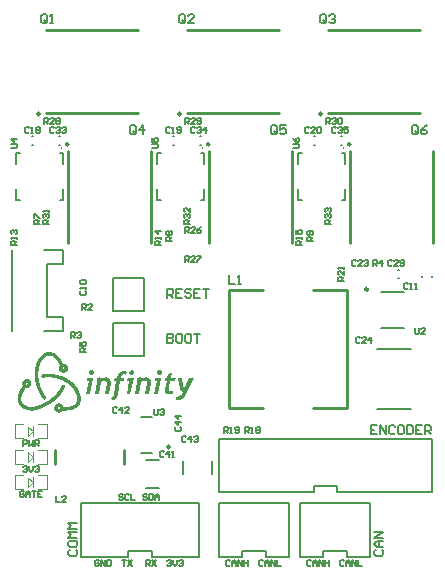
<source format=gto>
G04 Layer_Color=65535*
%FSAX25Y25*%
%MOIN*%
G70*
G01*
G75*
%ADD39C,0.01000*%
%ADD78C,0.00787*%
%ADD79C,0.00984*%
%ADD80C,0.00800*%
%ADD81C,0.00799*%
%ADD82C,0.00394*%
%ADD83C,0.00500*%
G36*
X0577097Y0269500D02*
X0575808D01*
X0576630Y0273888D01*
X0575930D01*
X0576141Y0274900D01*
X0578108D01*
X0577097Y0269500D01*
D02*
G37*
G36*
X0571419Y0274422D02*
X0571431Y0274433D01*
X0571453Y0274444D01*
X0571486Y0274477D01*
X0571542Y0274511D01*
X0571597Y0274555D01*
X0571675Y0274600D01*
X0571775Y0274655D01*
X0571875Y0274711D01*
X0571986Y0274766D01*
X0572119Y0274822D01*
X0572397Y0274911D01*
X0572719Y0274977D01*
X0572897Y0274988D01*
X0573086Y0274999D01*
X0573153D01*
X0573242Y0274988D01*
X0573342Y0274977D01*
X0573475Y0274955D01*
X0573608Y0274922D01*
X0573764Y0274866D01*
X0573919Y0274811D01*
X0574075Y0274722D01*
X0574230Y0274622D01*
X0574364Y0274500D01*
X0574497Y0274344D01*
X0574597Y0274166D01*
X0574686Y0273955D01*
X0574730Y0273722D01*
X0574753Y0273444D01*
Y0273433D01*
Y0273400D01*
Y0273333D01*
X0574741Y0273255D01*
X0574730Y0273166D01*
X0574719Y0273055D01*
X0574697Y0272922D01*
X0574675Y0272789D01*
X0574075Y0269500D01*
X0572775D01*
X0573353Y0272644D01*
Y0272666D01*
X0573364Y0272711D01*
X0573375Y0272777D01*
X0573386Y0272866D01*
X0573397Y0272966D01*
X0573408Y0273066D01*
X0573419Y0273177D01*
Y0273277D01*
Y0273288D01*
Y0273311D01*
Y0273344D01*
X0573408Y0273389D01*
X0573375Y0273488D01*
X0573319Y0273622D01*
X0573275Y0273677D01*
X0573231Y0273744D01*
X0573164Y0273800D01*
X0573086Y0273855D01*
X0572997Y0273888D01*
X0572886Y0273922D01*
X0572775Y0273944D01*
X0572631Y0273955D01*
X0572564D01*
X0572519Y0273944D01*
X0572386Y0273922D01*
X0572231Y0273888D01*
X0572042Y0273811D01*
X0571831Y0273711D01*
X0571731Y0273644D01*
X0571620Y0273566D01*
X0571520Y0273477D01*
X0571419Y0273377D01*
X0570697Y0269500D01*
X0569420D01*
X0570186Y0273544D01*
Y0273566D01*
X0570197Y0273622D01*
X0570209Y0273711D01*
Y0273833D01*
Y0273855D01*
Y0273911D01*
X0570197Y0274000D01*
X0570186Y0274122D01*
X0570175Y0274266D01*
X0570153Y0274433D01*
X0570109Y0274611D01*
X0570064Y0274799D01*
X0571308Y0275022D01*
X0571419Y0274422D01*
D02*
G37*
G36*
X0555066Y0277410D02*
X0555143Y0277388D01*
X0555232Y0277366D01*
X0555332Y0277321D01*
X0555421Y0277266D01*
X0555521Y0277188D01*
X0555532Y0277177D01*
X0555554Y0277144D01*
X0555599Y0277099D01*
X0555643Y0277033D01*
X0555688Y0276955D01*
X0555732Y0276866D01*
X0555754Y0276755D01*
X0555765Y0276633D01*
Y0276622D01*
Y0276577D01*
X0555754Y0276510D01*
X0555732Y0276433D01*
X0555710Y0276344D01*
X0555665Y0276244D01*
X0555599Y0276155D01*
X0555521Y0276066D01*
X0555510Y0276055D01*
X0555477Y0276033D01*
X0555421Y0275999D01*
X0555354Y0275955D01*
X0555277Y0275910D01*
X0555177Y0275877D01*
X0555066Y0275855D01*
X0554943Y0275844D01*
X0554888D01*
X0554821Y0275855D01*
X0554743Y0275877D01*
X0554643Y0275899D01*
X0554555Y0275933D01*
X0554455Y0275988D01*
X0554355Y0276066D01*
X0554344Y0276077D01*
X0554321Y0276110D01*
X0554277Y0276155D01*
X0554244Y0276221D01*
X0554199Y0276299D01*
X0554155Y0276399D01*
X0554132Y0276510D01*
X0554121Y0276633D01*
Y0276644D01*
Y0276688D01*
X0554132Y0276755D01*
X0554155Y0276833D01*
X0554177Y0276910D01*
X0554221Y0277010D01*
X0554277Y0277099D01*
X0554355Y0277188D01*
X0554366Y0277199D01*
X0554399Y0277221D01*
X0554455Y0277266D01*
X0554521Y0277310D01*
X0554610Y0277344D01*
X0554710Y0277388D01*
X0554821Y0277410D01*
X0554943Y0277421D01*
X0554999D01*
X0555066Y0277410D01*
D02*
G37*
G36*
X0586118Y0268967D02*
X0586107Y0268945D01*
X0586085Y0268900D01*
X0586029Y0268822D01*
X0585962Y0268722D01*
X0585874Y0268600D01*
X0585763Y0268467D01*
X0585629Y0268322D01*
X0585474Y0268178D01*
X0585285Y0268034D01*
X0585074Y0267889D01*
X0584840Y0267756D01*
X0584574Y0267634D01*
X0584274Y0267533D01*
X0583952Y0267445D01*
X0583596Y0267400D01*
X0583207Y0267378D01*
Y0268589D01*
X0583274D01*
X0583341Y0268600D01*
X0583440D01*
X0583552Y0268622D01*
X0583674Y0268644D01*
X0583818Y0268667D01*
X0583974Y0268711D01*
X0584118Y0268756D01*
X0584274Y0268822D01*
X0584429Y0268889D01*
X0584574Y0268978D01*
X0584718Y0269089D01*
X0584840Y0269211D01*
X0584940Y0269356D01*
X0585029Y0269511D01*
X0585285Y0270122D01*
X0585274D01*
X0585252Y0270133D01*
X0585218Y0270144D01*
X0585174Y0270167D01*
X0585118Y0270200D01*
X0585063Y0270244D01*
X0584985Y0270300D01*
X0584918Y0270378D01*
X0584840Y0270456D01*
X0584763Y0270555D01*
X0584685Y0270678D01*
X0584607Y0270811D01*
X0584540Y0270967D01*
X0584474Y0271144D01*
X0584418Y0271344D01*
X0584363Y0271567D01*
X0583729Y0274900D01*
X0585051D01*
Y0274888D01*
X0585063Y0274855D01*
Y0274811D01*
X0585074Y0274744D01*
X0585096Y0274666D01*
X0585107Y0274566D01*
X0585129Y0274466D01*
X0585140Y0274344D01*
X0585196Y0274066D01*
X0585240Y0273766D01*
X0585296Y0273444D01*
X0585363Y0273100D01*
X0585429Y0272766D01*
X0585485Y0272433D01*
X0585551Y0272122D01*
X0585607Y0271833D01*
X0585640Y0271711D01*
X0585663Y0271589D01*
X0585696Y0271489D01*
X0585718Y0271389D01*
X0585740Y0271322D01*
X0585763Y0271255D01*
X0585785Y0271211D01*
X0585796Y0271189D01*
X0587529Y0274900D01*
X0588962D01*
X0586118Y0268967D01*
D02*
G37*
G36*
X0554488Y0269500D02*
X0553199D01*
X0554021Y0273888D01*
X0553321D01*
X0553532Y0274900D01*
X0555499D01*
X0554488Y0269500D01*
D02*
G37*
G36*
X0581441Y0274900D02*
X0582930D01*
X0582707Y0273888D01*
X0581218D01*
X0580674Y0271489D01*
Y0271478D01*
X0580663Y0271444D01*
X0580652Y0271389D01*
Y0271322D01*
X0580630Y0271166D01*
X0580619Y0271011D01*
Y0271000D01*
Y0270989D01*
X0580630Y0270922D01*
X0580652Y0270833D01*
X0580696Y0270733D01*
X0580774Y0270633D01*
X0580885Y0270544D01*
X0580952Y0270511D01*
X0581041Y0270478D01*
X0581130Y0270467D01*
X0581241Y0270456D01*
X0581296D01*
X0581363Y0270467D01*
X0581463Y0270489D01*
X0581585Y0270522D01*
X0581741Y0270567D01*
X0581930Y0270622D01*
X0582152Y0270711D01*
Y0269578D01*
X0582141D01*
X0582130Y0269567D01*
X0582096D01*
X0582052Y0269555D01*
X0581996Y0269533D01*
X0581930Y0269522D01*
X0581852Y0269511D01*
X0581763Y0269489D01*
X0581552Y0269456D01*
X0581296Y0269433D01*
X0580996Y0269411D01*
X0580663Y0269400D01*
X0580608D01*
X0580563Y0269411D01*
X0580452Y0269422D01*
X0580307Y0269444D01*
X0580152Y0269489D01*
X0579985Y0269555D01*
X0579830Y0269655D01*
X0579674Y0269778D01*
X0579663Y0269800D01*
X0579619Y0269844D01*
X0579563Y0269933D01*
X0579496Y0270044D01*
X0579419Y0270189D01*
X0579363Y0270356D01*
X0579319Y0270555D01*
X0579308Y0270778D01*
Y0270789D01*
Y0270811D01*
Y0270855D01*
X0579319Y0270900D01*
X0579330Y0271033D01*
X0579352Y0271178D01*
X0579963Y0273888D01*
X0579341D01*
X0579552Y0274900D01*
X0580185D01*
X0580385Y0275999D01*
X0581818Y0276521D01*
X0581441Y0274900D01*
D02*
G37*
G36*
X0567909Y0269500D02*
X0566620D01*
X0567442Y0273888D01*
X0566742D01*
X0566953Y0274900D01*
X0568920D01*
X0567909Y0269500D01*
D02*
G37*
G36*
X0557999Y0274422D02*
X0558010Y0274433D01*
X0558032Y0274444D01*
X0558065Y0274477D01*
X0558121Y0274511D01*
X0558176Y0274555D01*
X0558254Y0274600D01*
X0558354Y0274655D01*
X0558454Y0274711D01*
X0558565Y0274766D01*
X0558699Y0274822D01*
X0558976Y0274911D01*
X0559299Y0274977D01*
X0559476Y0274988D01*
X0559665Y0274999D01*
X0559732D01*
X0559821Y0274988D01*
X0559921Y0274977D01*
X0560054Y0274955D01*
X0560187Y0274922D01*
X0560343Y0274866D01*
X0560498Y0274811D01*
X0560654Y0274722D01*
X0560810Y0274622D01*
X0560943Y0274500D01*
X0561076Y0274344D01*
X0561176Y0274166D01*
X0561265Y0273955D01*
X0561309Y0273722D01*
X0561332Y0273444D01*
Y0273433D01*
Y0273400D01*
Y0273333D01*
X0561320Y0273255D01*
X0561309Y0273166D01*
X0561298Y0273055D01*
X0561276Y0272922D01*
X0561254Y0272789D01*
X0560654Y0269500D01*
X0559354D01*
X0559932Y0272644D01*
Y0272666D01*
X0559943Y0272711D01*
X0559954Y0272777D01*
X0559965Y0272866D01*
X0559976Y0272966D01*
X0559987Y0273066D01*
X0559998Y0273177D01*
Y0273277D01*
Y0273288D01*
Y0273311D01*
Y0273344D01*
X0559987Y0273389D01*
X0559954Y0273488D01*
X0559898Y0273622D01*
X0559854Y0273677D01*
X0559810Y0273744D01*
X0559743Y0273800D01*
X0559665Y0273855D01*
X0559576Y0273888D01*
X0559465Y0273922D01*
X0559354Y0273944D01*
X0559210Y0273955D01*
X0559143D01*
X0559098Y0273944D01*
X0558965Y0273922D01*
X0558810Y0273888D01*
X0558621Y0273811D01*
X0558410Y0273711D01*
X0558310Y0273644D01*
X0558199Y0273566D01*
X0558099Y0273477D01*
X0557999Y0273377D01*
X0557276Y0269500D01*
X0555999D01*
X0556765Y0273544D01*
Y0273566D01*
X0556777Y0273622D01*
X0556788Y0273711D01*
Y0273833D01*
Y0273855D01*
Y0273911D01*
X0556777Y0274000D01*
X0556765Y0274122D01*
X0556754Y0274266D01*
X0556732Y0274433D01*
X0556688Y0274611D01*
X0556643Y0274799D01*
X0557888Y0275022D01*
X0557999Y0274422D01*
D02*
G37*
G36*
X0568486Y0277410D02*
X0568564Y0277388D01*
X0568653Y0277366D01*
X0568753Y0277321D01*
X0568842Y0277266D01*
X0568942Y0277188D01*
X0568953Y0277177D01*
X0568975Y0277144D01*
X0569020Y0277099D01*
X0569064Y0277033D01*
X0569109Y0276955D01*
X0569153Y0276866D01*
X0569175Y0276755D01*
X0569186Y0276633D01*
Y0276622D01*
Y0276577D01*
X0569175Y0276510D01*
X0569153Y0276433D01*
X0569131Y0276344D01*
X0569086Y0276244D01*
X0569020Y0276155D01*
X0568942Y0276066D01*
X0568931Y0276055D01*
X0568897Y0276033D01*
X0568842Y0275999D01*
X0568775Y0275955D01*
X0568698Y0275910D01*
X0568598Y0275877D01*
X0568486Y0275855D01*
X0568364Y0275844D01*
X0568309D01*
X0568242Y0275855D01*
X0568164Y0275877D01*
X0568064Y0275899D01*
X0567975Y0275933D01*
X0567875Y0275988D01*
X0567775Y0276066D01*
X0567764Y0276077D01*
X0567742Y0276110D01*
X0567698Y0276155D01*
X0567664Y0276221D01*
X0567620Y0276299D01*
X0567576Y0276399D01*
X0567553Y0276510D01*
X0567542Y0276633D01*
Y0276644D01*
Y0276688D01*
X0567553Y0276755D01*
X0567576Y0276833D01*
X0567598Y0276910D01*
X0567642Y0277010D01*
X0567698Y0277099D01*
X0567775Y0277188D01*
X0567787Y0277199D01*
X0567820Y0277221D01*
X0567875Y0277266D01*
X0567942Y0277310D01*
X0568031Y0277344D01*
X0568131Y0277388D01*
X0568242Y0277410D01*
X0568364Y0277421D01*
X0568420D01*
X0568486Y0277410D01*
D02*
G37*
G36*
X0540448Y0276242D02*
X0540606Y0276239D01*
X0540606D01*
X0540779Y0276233D01*
X0540965Y0276224D01*
X0541173Y0276212D01*
X0541179Y0276205D01*
X0541326Y0276200D01*
X0541447Y0276186D01*
X0541566Y0276172D01*
X0542443Y0276068D01*
X0543150Y0275927D01*
X0543270Y0275903D01*
X0543543Y0275849D01*
X0543661Y0275816D01*
X0543661Y0275816D01*
X0543955Y0275733D01*
Y0275733D01*
X0544195Y0275665D01*
X0544209Y0275673D01*
X0544411Y0275612D01*
X0544609Y0275549D01*
X0544794Y0275487D01*
X0544964Y0275428D01*
X0545120Y0275371D01*
X0545276Y0275312D01*
X0545418Y0275256D01*
X0545559Y0275199D01*
X0545687Y0275145D01*
X0545814Y0275090D01*
X0545940Y0275033D01*
X0545940D01*
X0546065Y0274976D01*
X0546178Y0274922D01*
X0546289Y0274868D01*
X0546400Y0274813D01*
X0546511Y0274756D01*
X0546620Y0274699D01*
X0546729Y0274640D01*
X0546837Y0274580D01*
X0546932Y0274526D01*
X0547027Y0274471D01*
X0547121Y0274415D01*
X0547215Y0274358D01*
X0547308Y0274301D01*
X0547400Y0274242D01*
X0547492Y0274183D01*
X0547582Y0274123D01*
X0547672Y0274061D01*
X0547762Y0273999D01*
X0547850Y0273936D01*
X0547938Y0273872D01*
X0548025Y0273808D01*
X0548111Y0273742D01*
X0548197Y0273675D01*
X0548281Y0273608D01*
X0548365Y0273539D01*
X0548448Y0273470D01*
X0548530Y0273400D01*
X0548611Y0273329D01*
X0548691Y0273257D01*
X0548770Y0273184D01*
X0548849Y0273111D01*
X0548936Y0273027D01*
X0549021Y0272941D01*
X0549106Y0272855D01*
X0549189Y0272768D01*
X0549271Y0272679D01*
X0549361Y0272579D01*
X0549449Y0272478D01*
X0549457Y0272469D01*
X0549532Y0272373D01*
X0549607Y0272277D01*
X0549622Y0272257D01*
X0549710Y0272138D01*
Y0272138D01*
X0549806Y0272009D01*
X0549878Y0271909D01*
X0550016Y0271714D01*
X0550016Y0271714D01*
X0550070Y0271638D01*
X0550087Y0271613D01*
X0550140Y0271538D01*
X0550198Y0271431D01*
X0550264Y0271313D01*
X0550264Y0271313D01*
X0550434Y0271005D01*
X0550498Y0270899D01*
X0550516Y0270865D01*
X0550536Y0270824D01*
X0550556Y0270783D01*
X0550576Y0270742D01*
X0550596Y0270701D01*
X0550615Y0270661D01*
X0550634Y0270620D01*
X0550654Y0270580D01*
X0550672Y0270539D01*
X0550691Y0270499D01*
X0550709Y0270459D01*
X0550727Y0270419D01*
X0550744Y0270378D01*
X0550762Y0270339D01*
X0550779Y0270299D01*
X0550796Y0270259D01*
X0550813Y0270219D01*
X0550829Y0270179D01*
X0550846Y0270140D01*
X0550862Y0270100D01*
X0550877Y0270061D01*
X0550893Y0270022D01*
Y0270022D01*
X0550908Y0269983D01*
X0550923Y0269944D01*
X0550938Y0269904D01*
X0550952Y0269866D01*
X0550966Y0269827D01*
X0550980Y0269788D01*
X0550994Y0269749D01*
X0550994D01*
X0551008Y0269711D01*
X0551021Y0269672D01*
X0551034Y0269634D01*
X0551047Y0269596D01*
X0551059Y0269558D01*
X0551071Y0269520D01*
X0551083Y0269482D01*
X0551095Y0269444D01*
X0551106Y0269406D01*
X0551118Y0269368D01*
X0551129Y0269331D01*
X0551139Y0269293D01*
Y0269293D01*
X0551150Y0269256D01*
X0551160Y0269218D01*
X0551170Y0269181D01*
X0551180Y0269144D01*
X0551189Y0269107D01*
X0551199Y0269070D01*
X0551208Y0269033D01*
X0551216Y0268997D01*
X0551225Y0268960D01*
X0551233Y0268923D01*
X0551241Y0268887D01*
X0551249Y0268851D01*
X0551256Y0268814D01*
X0551264Y0268778D01*
X0551271Y0268742D01*
X0551277Y0268706D01*
X0551277Y0268706D01*
X0551284Y0268671D01*
X0551290Y0268635D01*
X0551296Y0268599D01*
X0551302Y0268564D01*
X0551307Y0268528D01*
X0551313Y0268493D01*
X0551318Y0268458D01*
X0551322Y0268423D01*
X0551327Y0268388D01*
X0551331Y0268353D01*
X0551335Y0268318D01*
X0551339Y0268283D01*
X0551342Y0268249D01*
X0551346Y0268214D01*
X0551349Y0268179D01*
X0551349D01*
X0551352Y0268145D01*
X0551354Y0268111D01*
X0551356Y0268077D01*
X0551358Y0268043D01*
X0551360Y0268009D01*
X0551362Y0267975D01*
X0551363Y0267942D01*
X0551364Y0267908D01*
X0551365Y0267869D01*
X0551366Y0267830D01*
X0551366Y0267791D01*
X0551366Y0267753D01*
X0551365Y0267714D01*
X0551364Y0267676D01*
X0551363Y0267638D01*
X0551362Y0267600D01*
X0551360Y0267562D01*
X0551358Y0267524D01*
X0551355Y0267487D01*
X0551352Y0267444D01*
X0551348Y0267401D01*
X0551344Y0267359D01*
X0551339Y0267317D01*
X0551334Y0267275D01*
X0551328Y0267228D01*
X0551321Y0267181D01*
X0551314Y0267135D01*
X0551306Y0267089D01*
X0551297Y0267038D01*
X0551289Y0266997D01*
X0551250Y0266879D01*
X0551248Y0266867D01*
X0551225Y0266775D01*
X0551213Y0266722D01*
X0551201Y0266677D01*
X0551173Y0266586D01*
X0551147Y0266519D01*
X0551100Y0266406D01*
X0550988Y0266136D01*
X0550845Y0265903D01*
X0550782Y0265799D01*
X0550771Y0265781D01*
X0550732Y0265717D01*
X0550657Y0265623D01*
X0550620Y0265580D01*
X0550581Y0265533D01*
X0550513Y0265454D01*
X0550411Y0265335D01*
X0550327Y0265246D01*
X0550237Y0265169D01*
X0550189Y0265127D01*
Y0265127D01*
X0550141Y0265087D01*
X0550102Y0265054D01*
X0550092Y0265045D01*
X0550030Y0264992D01*
X0550030Y0264992D01*
X0549969Y0264940D01*
X0549883Y0264872D01*
X0549815Y0264823D01*
X0549811Y0264821D01*
X0549764Y0264790D01*
X0549717Y0264759D01*
X0549674Y0264732D01*
X0549630Y0264705D01*
X0549589Y0264682D01*
X0549549Y0264658D01*
X0549508Y0264635D01*
X0549467Y0264613D01*
X0549430Y0264593D01*
X0549393Y0264574D01*
X0549355Y0264555D01*
X0549318Y0264536D01*
X0549280Y0264518D01*
X0549242Y0264500D01*
X0549208Y0264484D01*
X0549174Y0264469D01*
X0549139Y0264454D01*
X0549105Y0264439D01*
X0549071Y0264424D01*
X0549036Y0264410D01*
X0549001Y0264396D01*
X0548967Y0264382D01*
X0548932Y0264369D01*
X0548897Y0264355D01*
X0548897D01*
X0548861Y0264342D01*
X0548826Y0264330D01*
X0548795Y0264319D01*
X0548764Y0264308D01*
X0548733Y0264298D01*
X0548702Y0264287D01*
X0548671Y0264277D01*
X0548671D01*
X0548639Y0264267D01*
X0548608Y0264257D01*
X0548576Y0264248D01*
X0548545Y0264238D01*
X0548513Y0264229D01*
X0548482Y0264220D01*
X0548450Y0264211D01*
X0548418Y0264202D01*
X0548386Y0264194D01*
X0548354Y0264186D01*
X0548322Y0264177D01*
X0548291Y0264169D01*
X0548258Y0264161D01*
X0548226Y0264154D01*
X0548194Y0264146D01*
X0548194D01*
X0548162Y0264139D01*
X0548130Y0264132D01*
X0548098Y0264125D01*
X0548098D01*
X0548065Y0264118D01*
X0548033Y0264111D01*
X0548001Y0264105D01*
X0547968Y0264099D01*
X0547936Y0264092D01*
X0547903Y0264086D01*
X0547871Y0264081D01*
X0547838Y0264075D01*
X0547806Y0264069D01*
X0547773Y0264064D01*
X0547741Y0264058D01*
X0547708Y0264053D01*
X0547675Y0264048D01*
X0547643Y0264044D01*
X0547610Y0264039D01*
X0547577Y0264034D01*
X0547544Y0264030D01*
X0547544Y0264030D01*
X0547512Y0264026D01*
X0547479Y0264021D01*
X0547446Y0264018D01*
X0547413Y0264014D01*
X0547413D01*
X0547381Y0264010D01*
X0547348Y0264006D01*
X0547315Y0264003D01*
X0547283Y0263999D01*
X0547250Y0263996D01*
X0547217Y0263993D01*
X0547184Y0263990D01*
X0547152Y0263987D01*
X0547119Y0263985D01*
Y0263985D01*
X0547086Y0263982D01*
X0547053Y0263980D01*
X0547021Y0263977D01*
X0546988Y0263975D01*
X0546955Y0263973D01*
X0546923Y0263971D01*
X0546890Y0263969D01*
X0546858Y0263967D01*
X0546825Y0263965D01*
X0546793Y0263964D01*
X0546760Y0263962D01*
X0546728Y0263961D01*
X0546695Y0263960D01*
X0546663Y0263958D01*
X0546630Y0263957D01*
X0546598Y0263956D01*
X0546566Y0263955D01*
X0546534Y0263955D01*
X0546501Y0263954D01*
X0546469Y0263953D01*
X0546437Y0263953D01*
X0546405Y0263953D01*
X0546373Y0263952D01*
X0546341Y0263952D01*
X0546309Y0263952D01*
X0546273Y0263952D01*
X0546257Y0263952D01*
X0546230Y0263952D01*
X0546205Y0263952D01*
X0546179Y0263952D01*
X0546154Y0263952D01*
X0546129Y0263953D01*
X0546104Y0263953D01*
X0546080Y0263953D01*
X0546056Y0263954D01*
X0546032Y0263954D01*
X0546032Y0263954D01*
X0546007Y0263955D01*
X0545984Y0263955D01*
X0545961Y0263956D01*
X0545938Y0263956D01*
X0545915Y0263957D01*
X0545892Y0263958D01*
X0545870Y0263958D01*
X0545848Y0263959D01*
X0545826Y0263960D01*
X0545805Y0263961D01*
X0545784Y0263961D01*
X0545763Y0263962D01*
X0545743Y0263963D01*
X0545723Y0263964D01*
X0545703Y0263965D01*
X0545703D01*
X0545683Y0263965D01*
X0545664Y0263966D01*
X0545646Y0263967D01*
X0545627Y0263968D01*
X0545608Y0263969D01*
X0545590Y0263970D01*
X0545572Y0263971D01*
X0545554Y0263971D01*
X0545536Y0263972D01*
X0545519Y0263973D01*
X0545502Y0263974D01*
X0545485Y0263975D01*
X0545469Y0263976D01*
X0545453Y0263977D01*
X0545437Y0263978D01*
X0545421Y0263979D01*
X0545421D01*
X0545405Y0263980D01*
X0545390Y0263981D01*
X0545375Y0263982D01*
X0545360Y0263983D01*
X0545359Y0263983D01*
X0545358Y0263983D01*
X0545358Y0263983D01*
X0545357Y0263982D01*
X0545355Y0263981D01*
Y0263981D01*
X0545340Y0263969D01*
X0545279Y0263890D01*
X0545261Y0263868D01*
X0545196Y0263775D01*
X0545190Y0263766D01*
X0545178Y0263754D01*
X0545164Y0263739D01*
X0545150Y0263724D01*
X0545136Y0263710D01*
X0545122Y0263697D01*
X0545120Y0263694D01*
X0545020Y0263620D01*
X0545009Y0263611D01*
X0544974Y0263582D01*
X0544940Y0263555D01*
X0544887Y0263518D01*
X0544846Y0263492D01*
X0544806Y0263469D01*
X0544633Y0263376D01*
X0544539Y0263347D01*
X0544452Y0263313D01*
X0544360Y0263299D01*
X0544331Y0263295D01*
X0544247Y0263276D01*
X0544162Y0263275D01*
X0544118Y0263270D01*
X0544038Y0263269D01*
X0543978Y0263271D01*
X0543937Y0263275D01*
X0543925Y0263276D01*
X0543877Y0263281D01*
X0543843Y0263284D01*
X0543820Y0263287D01*
X0543796Y0263290D01*
X0543758Y0263296D01*
X0543727Y0263302D01*
X0543696Y0263309D01*
X0543658Y0263318D01*
X0543631Y0263326D01*
X0543569Y0263344D01*
X0543452Y0263383D01*
X0543366Y0263429D01*
X0543314Y0263457D01*
X0543265Y0263484D01*
X0543212Y0263519D01*
X0543178Y0263542D01*
X0543140Y0263570D01*
X0543134Y0263575D01*
X0543032Y0263646D01*
X0543029Y0263648D01*
X0543012Y0263664D01*
X0543007Y0263669D01*
X0542926Y0263763D01*
X0542908Y0263785D01*
X0542907Y0263786D01*
X0542888Y0263809D01*
X0542888Y0263809D01*
X0542867Y0263835D01*
X0542828Y0263882D01*
X0542823Y0263888D01*
X0542791Y0263932D01*
X0542746Y0263997D01*
X0542742Y0264005D01*
X0542656Y0264167D01*
X0542611Y0264281D01*
X0542580Y0264384D01*
X0542566Y0264435D01*
X0542553Y0264494D01*
X0542541Y0264564D01*
X0542538Y0264589D01*
X0542532Y0264649D01*
X0542529Y0264679D01*
X0542529Y0264681D01*
X0542528Y0264688D01*
X0542526Y0264719D01*
X0542524Y0264768D01*
X0542524Y0264794D01*
X0542524Y0264834D01*
X0542527Y0264887D01*
X0542529Y0264916D01*
X0542532Y0265025D01*
X0542548Y0265099D01*
X0542563Y0265153D01*
X0542572Y0265183D01*
X0542574Y0265190D01*
X0542607Y0265299D01*
Y0265299D01*
X0542607Y0265299D01*
X0542649Y0265414D01*
X0542694Y0265498D01*
X0542694D01*
X0542729Y0265564D01*
X0542774Y0265637D01*
X0542823Y0265704D01*
X0542829Y0265712D01*
X0542877Y0265782D01*
X0542898Y0265812D01*
X0542967Y0265877D01*
X0543013Y0265917D01*
X0543034Y0265934D01*
X0543040Y0265939D01*
X0543048Y0265946D01*
X0543086Y0265977D01*
X0543139Y0266021D01*
X0543237Y0266092D01*
X0543254Y0266105D01*
X0543295Y0266136D01*
X0543489Y0266217D01*
X0543604Y0266256D01*
X0543652Y0266271D01*
X0543724Y0266289D01*
X0543801Y0266303D01*
X0543848Y0266308D01*
X0543854Y0266309D01*
X0543976Y0266331D01*
X0543980Y0266331D01*
X0543994Y0266331D01*
X0544118Y0266322D01*
X0544148Y0266319D01*
X0544148Y0266319D01*
X0544172Y0266316D01*
X0544229Y0266311D01*
X0544249Y0266309D01*
X0544275Y0266305D01*
X0544303Y0266302D01*
X0544360Y0266291D01*
X0544404Y0266282D01*
X0544445Y0266271D01*
X0544636Y0266213D01*
X0544745Y0266155D01*
X0544815Y0266118D01*
X0544893Y0266070D01*
X0544962Y0266020D01*
X0544975Y0266009D01*
X0545022Y0265971D01*
X0545045Y0265951D01*
X0545045Y0265951D01*
X0545046Y0265951D01*
X0545073Y0265928D01*
X0545153Y0265854D01*
X0545176Y0265827D01*
X0545193Y0265806D01*
X0545197Y0265802D01*
X0545208Y0265788D01*
X0545233Y0265757D01*
X0545261Y0265724D01*
X0545307Y0265664D01*
X0545364Y0265574D01*
X0545465Y0265385D01*
X0545479Y0265337D01*
X0545512Y0265230D01*
X0545521Y0265201D01*
X0545536Y0265200D01*
X0545538Y0265199D01*
Y0265199D01*
X0545554Y0265198D01*
Y0265198D01*
X0545562Y0265198D01*
X0545571Y0265198D01*
X0545571Y0265198D01*
X0545583Y0265197D01*
X0545588Y0265197D01*
Y0265197D01*
X0545606Y0265196D01*
X0545609Y0265195D01*
X0545609D01*
X0545614Y0265195D01*
X0545628Y0265195D01*
X0545631Y0265194D01*
Y0265195D01*
X0545652Y0265193D01*
X0545652Y0265193D01*
Y0265193D01*
X0545673Y0265192D01*
X0545673D01*
X0545694Y0265191D01*
Y0265191D01*
X0545694Y0265191D01*
X0545716Y0265190D01*
Y0265190D01*
X0545716Y0265190D01*
X0545737Y0265189D01*
X0545737Y0265189D01*
Y0265189D01*
X0545759Y0265188D01*
X0545780Y0265188D01*
X0545781D01*
X0545802Y0265187D01*
X0545802D01*
X0545824Y0265186D01*
X0545824D01*
X0545845Y0265185D01*
X0545845Y0265185D01*
Y0265185D01*
X0545867Y0265184D01*
X0545867D01*
X0545889Y0265183D01*
X0545889D01*
X0545911Y0265183D01*
X0545933Y0265182D01*
X0545933D01*
X0545955Y0265181D01*
X0545955D01*
X0545976Y0265181D01*
X0545976D01*
X0545998Y0265180D01*
X0546020Y0265180D01*
X0546020D01*
X0546042Y0265179D01*
Y0265179D01*
X0546042Y0265179D01*
X0546065Y0265179D01*
X0546065D01*
X0546087Y0265178D01*
X0546087D01*
X0546109Y0265178D01*
X0546109D01*
X0546131Y0265178D01*
X0546131D01*
X0546153Y0265178D01*
X0546153D01*
X0546175Y0265177D01*
X0546175D01*
X0546198Y0265177D01*
X0546198Y0265177D01*
X0546198Y0265177D01*
X0546220Y0265177D01*
X0546220D01*
X0546242Y0265177D01*
X0546265Y0265177D01*
X0546265D01*
X0546287Y0265177D01*
X0546287D01*
X0546309Y0265177D01*
X0546309D01*
X0546332Y0265177D01*
X0546332D01*
X0546354Y0265177D01*
X0546354D01*
X0546377Y0265177D01*
X0546377D01*
X0546399Y0265177D01*
X0546399D01*
X0546422Y0265178D01*
X0546422Y0265178D01*
Y0265178D01*
X0546444Y0265178D01*
X0546444D01*
X0546467Y0265178D01*
X0546467D01*
X0546489Y0265179D01*
X0546489Y0265179D01*
X0546512Y0265179D01*
X0546512Y0265179D01*
X0546512Y0265179D01*
X0546534Y0265180D01*
X0546534D01*
X0546557Y0265180D01*
X0546557D01*
X0546580Y0265181D01*
X0546580D01*
X0546602Y0265182D01*
X0546602D01*
X0546625Y0265182D01*
X0546625Y0265182D01*
Y0265182D01*
X0546647Y0265183D01*
X0546647D01*
X0546670Y0265184D01*
X0546670D01*
X0546693Y0265185D01*
X0546693D01*
X0546715Y0265186D01*
X0546715Y0265186D01*
Y0265186D01*
X0546738Y0265187D01*
X0546738D01*
X0546761Y0265188D01*
X0546761D01*
X0546783Y0265189D01*
X0546783D01*
X0546806Y0265190D01*
X0546806D01*
X0546829Y0265192D01*
X0546829D01*
X0546851Y0265193D01*
X0546851Y0265193D01*
X0546851Y0265193D01*
X0546874Y0265194D01*
X0546874D01*
X0546897Y0265196D01*
X0546897D01*
X0546919Y0265197D01*
X0546919Y0265197D01*
Y0265197D01*
X0546942Y0265199D01*
X0546942Y0265199D01*
X0546942Y0265199D01*
X0546965Y0265200D01*
X0546965D01*
X0546987Y0265202D01*
X0546987D01*
X0547010Y0265204D01*
X0547010Y0265204D01*
X0547010D01*
X0547033Y0265206D01*
X0547055Y0265208D01*
X0547055D01*
X0547078Y0265210D01*
Y0265210D01*
X0547078Y0265210D01*
X0547101Y0265212D01*
X0547101D01*
X0547123Y0265214D01*
X0547123D01*
X0547146Y0265216D01*
X0547146D01*
X0547168Y0265218D01*
X0547169Y0265218D01*
X0547169Y0265218D01*
X0547191Y0265220D01*
X0547191D01*
X0547214Y0265223D01*
X0547214D01*
X0547236Y0265225D01*
X0547236Y0265225D01*
X0547236Y0265225D01*
X0547259Y0265228D01*
X0547259Y0265228D01*
X0547259D01*
X0547281Y0265230D01*
X0547281D01*
X0547304Y0265233D01*
X0547304D01*
X0547327Y0265236D01*
X0547327Y0265236D01*
X0547327D01*
X0547349Y0265239D01*
X0547349Y0265239D01*
X0547349Y0265239D01*
X0547371Y0265242D01*
X0547371Y0265242D01*
X0547371Y0265242D01*
X0547394Y0265245D01*
X0547394Y0265245D01*
X0547394D01*
X0547416Y0265248D01*
X0547416Y0265248D01*
X0547416D01*
X0547439Y0265251D01*
X0547439D01*
X0547461Y0265254D01*
X0547461Y0265254D01*
X0547461D01*
X0547483Y0265257D01*
X0547483D01*
X0547506Y0265261D01*
X0547506D01*
X0547528Y0265264D01*
X0547528D01*
X0547550Y0265267D01*
X0547550Y0265267D01*
X0547550Y0265267D01*
X0547573Y0265271D01*
X0547573Y0265271D01*
X0547573Y0265271D01*
X0547595Y0265275D01*
X0547595Y0265275D01*
X0547595D01*
X0547617Y0265279D01*
X0547617D01*
X0547639Y0265282D01*
X0547639D01*
X0547661Y0265286D01*
X0547661Y0265286D01*
X0547661Y0265286D01*
X0547683Y0265290D01*
X0547683D01*
X0547706Y0265294D01*
X0547706Y0265294D01*
X0547706Y0265294D01*
X0547727Y0265299D01*
X0547728Y0265299D01*
X0547728Y0265299D01*
X0547750Y0265303D01*
X0547750Y0265303D01*
X0547750D01*
X0547772Y0265307D01*
X0547772Y0265307D01*
X0547772Y0265307D01*
X0547793Y0265312D01*
X0547793D01*
X0547815Y0265316D01*
X0547815Y0265316D01*
X0547815D01*
X0547837Y0265321D01*
X0547837D01*
X0547859Y0265325D01*
X0547859Y0265325D01*
X0547859Y0265325D01*
X0547881Y0265330D01*
X0547881Y0265330D01*
X0547881D01*
X0547902Y0265335D01*
X0547902D01*
X0547924Y0265340D01*
X0547924Y0265340D01*
X0547924D01*
X0547946Y0265345D01*
X0547946Y0265345D01*
X0547946D01*
X0547967Y0265350D01*
X0547967Y0265350D01*
X0547967D01*
X0547989Y0265355D01*
X0547989Y0265355D01*
X0547989Y0265355D01*
X0548010Y0265361D01*
X0548010Y0265361D01*
X0548010D01*
X0548032Y0265366D01*
X0548032Y0265366D01*
X0548032D01*
X0548053Y0265372D01*
X0548053Y0265372D01*
X0548053D01*
X0548075Y0265377D01*
X0548075Y0265377D01*
X0548075D01*
X0548096Y0265383D01*
X0548096D01*
X0548117Y0265389D01*
X0548117Y0265389D01*
X0548117D01*
X0548139Y0265395D01*
X0548139Y0265395D01*
X0548139D01*
X0548160Y0265401D01*
X0548160Y0265401D01*
X0548160D01*
X0548181Y0265407D01*
X0548181Y0265407D01*
X0548181D01*
X0548202Y0265413D01*
X0548202Y0265413D01*
X0548202D01*
X0548223Y0265420D01*
X0548223Y0265420D01*
X0548223D01*
X0548244Y0265426D01*
X0548244Y0265426D01*
X0548244D01*
X0548265Y0265433D01*
X0548265Y0265433D01*
X0548286Y0265439D01*
X0548286Y0265439D01*
X0548286D01*
X0548306Y0265446D01*
X0548306Y0265446D01*
X0548306D01*
X0548327Y0265453D01*
X0548327Y0265453D01*
X0548327Y0265453D01*
X0548348Y0265460D01*
X0548348Y0265460D01*
X0548348D01*
X0548368Y0265467D01*
X0548368Y0265467D01*
X0548368D01*
X0548389Y0265474D01*
X0548389Y0265474D01*
X0548389D01*
X0548409Y0265481D01*
X0548409Y0265481D01*
X0548409D01*
X0548430Y0265488D01*
X0548430Y0265488D01*
X0548430D01*
X0548450Y0265496D01*
X0548450Y0265496D01*
X0548450D01*
X0548470Y0265503D01*
X0548470Y0265503D01*
X0548470D01*
X0548490Y0265511D01*
X0548490D01*
X0548511Y0265519D01*
X0548511Y0265519D01*
X0548511D01*
X0548531Y0265527D01*
X0548531Y0265527D01*
X0548531D01*
X0548551Y0265535D01*
X0548551Y0265535D01*
X0548551D01*
X0548571Y0265543D01*
X0548571Y0265543D01*
X0548571D01*
X0548591Y0265551D01*
X0548591Y0265551D01*
X0548591D01*
X0548610Y0265559D01*
X0548610Y0265559D01*
X0548610D01*
X0548630Y0265568D01*
X0548630Y0265568D01*
X0548630D01*
X0548650Y0265576D01*
X0548650Y0265576D01*
X0548650D01*
X0548669Y0265585D01*
Y0265585D01*
X0548669D01*
X0548689Y0265594D01*
X0548689Y0265594D01*
X0548689D01*
X0548708Y0265603D01*
X0548708Y0265603D01*
X0548708D01*
X0548727Y0265612D01*
X0548727Y0265612D01*
X0548727Y0265612D01*
X0548750Y0265623D01*
X0548750Y0265623D01*
X0548750Y0265623D01*
X0548773Y0265634D01*
X0548773Y0265634D01*
X0548773D01*
X0548796Y0265645D01*
X0548796Y0265645D01*
X0548796D01*
X0548819Y0265657D01*
X0548819Y0265657D01*
X0548819D01*
X0548842Y0265668D01*
X0548842Y0265668D01*
X0548842D01*
X0548864Y0265680D01*
X0548864Y0265680D01*
X0548864D01*
X0548886Y0265692D01*
X0548886Y0265692D01*
X0548886D01*
X0548909Y0265704D01*
X0548909Y0265704D01*
X0548909D01*
X0548931Y0265717D01*
X0548931Y0265717D01*
X0548931D01*
X0548953Y0265729D01*
X0548953Y0265729D01*
X0548953Y0265729D01*
X0548975Y0265742D01*
X0548975Y0265742D01*
X0548975D01*
X0548996Y0265755D01*
X0548996Y0265755D01*
X0548996Y0265755D01*
X0549018Y0265768D01*
X0549018Y0265768D01*
X0549018D01*
X0549040Y0265781D01*
X0549040Y0265781D01*
X0549040Y0265781D01*
X0549064Y0265797D01*
X0549064Y0265797D01*
X0549064Y0265797D01*
X0549089Y0265812D01*
X0549089Y0265812D01*
X0549089Y0265813D01*
X0549114Y0265829D01*
X0549114Y0265829D01*
X0549114Y0265829D01*
X0549138Y0265845D01*
X0549138Y0265845D01*
X0549138D01*
X0549162Y0265862D01*
X0549162Y0265862D01*
X0549162Y0265862D01*
X0549186Y0265879D01*
X0549186Y0265879D01*
X0549186D01*
X0549213Y0265898D01*
X0549213Y0265898D01*
X0549213Y0265898D01*
X0549240Y0265918D01*
X0549240Y0265918D01*
X0549240Y0265918D01*
X0549266Y0265939D01*
X0549266Y0265939D01*
X0549266Y0265939D01*
X0549296Y0265962D01*
X0549296Y0265962D01*
X0549296Y0265962D01*
X0549325Y0265986D01*
X0549335Y0265994D01*
X0549412Y0266058D01*
X0549421Y0266066D01*
X0549422Y0266066D01*
X0549461Y0266098D01*
X0549462Y0266099D01*
X0549500Y0266130D01*
X0549500Y0266130D01*
X0549502Y0266132D01*
X0549506Y0266137D01*
X0549506Y0266137D01*
X0549551Y0266192D01*
X0549624Y0266280D01*
X0549624Y0266281D01*
X0549701Y0266375D01*
X0549771Y0266461D01*
X0549778Y0266473D01*
Y0266473D01*
X0549819Y0266550D01*
X0549839Y0266587D01*
Y0266587D01*
X0549876Y0266656D01*
X0549879Y0266661D01*
X0549932Y0266761D01*
X0549947Y0266788D01*
X0549955Y0266804D01*
X0549965Y0266823D01*
X0549965Y0266824D01*
X0549972Y0266846D01*
X0549984Y0266885D01*
X0550016Y0266991D01*
X0550026Y0267022D01*
X0550026Y0267022D01*
X0550026Y0267022D01*
X0550036Y0267053D01*
Y0267053D01*
X0550036Y0267053D01*
X0550044Y0267081D01*
X0550044Y0267081D01*
X0550044Y0267082D01*
X0550052Y0267110D01*
Y0267110D01*
X0550052Y0267110D01*
X0550059Y0267140D01*
Y0267140D01*
X0550059Y0267140D01*
X0550066Y0267166D01*
X0550066Y0267166D01*
X0550066Y0267166D01*
X0550072Y0267193D01*
X0550072Y0267193D01*
X0550072Y0267193D01*
X0550078Y0267219D01*
X0550078Y0267219D01*
X0550078Y0267219D01*
X0550083Y0267247D01*
Y0267247D01*
X0550083Y0267247D01*
X0550089Y0267274D01*
X0550089Y0267274D01*
X0550089Y0267274D01*
X0550094Y0267298D01*
X0550094Y0267298D01*
X0550094Y0267298D01*
X0550098Y0267323D01*
X0550098Y0267323D01*
X0550098Y0267323D01*
X0550102Y0267348D01*
Y0267348D01*
Y0267348D01*
X0550106Y0267373D01*
X0550106Y0267373D01*
X0550106Y0267373D01*
X0550110Y0267398D01*
X0550110Y0267398D01*
X0550110Y0267398D01*
X0550113Y0267423D01*
X0550113Y0267423D01*
X0550113Y0267423D01*
X0550116Y0267449D01*
X0550116Y0267449D01*
X0550116Y0267449D01*
X0550119Y0267471D01*
X0550119Y0267471D01*
X0550119Y0267471D01*
X0550121Y0267494D01*
X0550121Y0267494D01*
X0550121Y0267494D01*
X0550124Y0267516D01*
X0550124Y0267516D01*
X0550124Y0267516D01*
X0550126Y0267539D01*
X0550126Y0267539D01*
X0550126Y0267539D01*
X0550128Y0267562D01*
X0550128Y0267562D01*
X0550128Y0267562D01*
X0550130Y0267585D01*
X0550130Y0267585D01*
X0550130Y0267585D01*
X0550131Y0267608D01*
Y0267608D01*
X0550131Y0267608D01*
X0550133Y0267631D01*
X0550133Y0267631D01*
X0550133Y0267631D01*
X0550134Y0267655D01*
X0550134Y0267655D01*
X0550134Y0267655D01*
X0550135Y0267679D01*
X0550135Y0267679D01*
X0550135Y0267679D01*
X0550136Y0267703D01*
Y0267703D01*
X0550136Y0267703D01*
X0550137Y0267727D01*
X0550137Y0267727D01*
X0550137Y0267727D01*
X0550137Y0267751D01*
X0550137Y0267751D01*
X0550137Y0267751D01*
X0550138Y0267772D01*
X0550138Y0267772D01*
X0550138Y0267772D01*
X0550138Y0267792D01*
X0550138Y0267792D01*
X0550138Y0267792D01*
X0550138Y0267813D01*
X0550138Y0267813D01*
X0550138Y0267813D01*
X0550138Y0267833D01*
Y0267833D01*
Y0267833D01*
X0550137Y0267854D01*
X0550137Y0267854D01*
X0550137Y0267854D01*
X0550137Y0267875D01*
Y0267875D01*
Y0267875D01*
X0550136Y0267897D01*
X0550136Y0267897D01*
X0550136Y0267897D01*
X0550136Y0267918D01*
Y0267918D01*
Y0267918D01*
X0550135Y0267939D01*
Y0267939D01*
Y0267939D01*
X0550134Y0267961D01*
X0550134Y0267961D01*
X0550134Y0267961D01*
X0550133Y0267982D01*
X0550133Y0267982D01*
Y0267982D01*
X0550132Y0268004D01*
Y0268004D01*
Y0268004D01*
X0550131Y0268026D01*
X0550131Y0268026D01*
Y0268026D01*
X0550129Y0268048D01*
X0550129Y0268048D01*
Y0268048D01*
X0550127Y0268070D01*
X0550127Y0268070D01*
Y0268070D01*
X0550126Y0268093D01*
Y0268093D01*
Y0268093D01*
X0550124Y0268115D01*
X0550124Y0268115D01*
X0550124Y0268115D01*
X0550121Y0268138D01*
X0550121Y0268138D01*
Y0268138D01*
X0550119Y0268160D01*
X0550119Y0268160D01*
X0550119Y0268160D01*
X0550117Y0268183D01*
X0550117Y0268183D01*
Y0268183D01*
X0550114Y0268206D01*
X0550114Y0268206D01*
X0550114Y0268206D01*
X0550112Y0268229D01*
Y0268229D01*
Y0268229D01*
X0550109Y0268252D01*
X0550109Y0268252D01*
Y0268252D01*
X0550106Y0268276D01*
X0550106Y0268276D01*
Y0268276D01*
X0550103Y0268299D01*
X0550103Y0268299D01*
Y0268299D01*
X0550099Y0268323D01*
X0550099Y0268323D01*
X0550099Y0268323D01*
X0550096Y0268347D01*
X0550096Y0268347D01*
X0550096Y0268347D01*
X0550092Y0268371D01*
X0550092Y0268371D01*
X0550092Y0268371D01*
X0550089Y0268395D01*
X0550089Y0268395D01*
Y0268395D01*
X0550085Y0268419D01*
X0550084Y0268419D01*
X0550085Y0268419D01*
X0550080Y0268443D01*
X0550080Y0268443D01*
X0550080Y0268443D01*
X0550076Y0268467D01*
Y0268467D01*
Y0268467D01*
X0550073Y0268487D01*
X0550073Y0268487D01*
X0550073Y0268487D01*
X0550069Y0268507D01*
Y0268507D01*
Y0268507D01*
X0550065Y0268527D01*
Y0268527D01*
X0550061Y0268547D01*
X0550061Y0268547D01*
Y0268547D01*
X0550057Y0268567D01*
X0550057Y0268567D01*
X0550057Y0268567D01*
X0550053Y0268587D01*
X0550053Y0268587D01*
Y0268587D01*
X0550049Y0268607D01*
Y0268607D01*
Y0268607D01*
X0550045Y0268627D01*
X0550045Y0268627D01*
Y0268627D01*
X0550040Y0268648D01*
X0550040Y0268648D01*
Y0268648D01*
X0550036Y0268668D01*
X0550036Y0268668D01*
X0550036Y0268668D01*
X0550031Y0268689D01*
X0550031Y0268689D01*
Y0268689D01*
X0550027Y0268709D01*
Y0268709D01*
Y0268709D01*
X0550022Y0268730D01*
X0550022Y0268730D01*
Y0268730D01*
X0550017Y0268751D01*
X0550017Y0268751D01*
X0550017Y0268751D01*
X0550012Y0268772D01*
X0550012Y0268772D01*
Y0268772D01*
X0550007Y0268792D01*
X0550007Y0268792D01*
Y0268793D01*
X0550001Y0268813D01*
X0550001Y0268813D01*
Y0268813D01*
X0549996Y0268835D01*
X0549996Y0268835D01*
X0549996Y0268835D01*
X0549990Y0268856D01*
X0549990Y0268856D01*
Y0268856D01*
X0549985Y0268877D01*
X0549985Y0268877D01*
Y0268877D01*
X0549979Y0268899D01*
X0549979Y0268899D01*
X0549979Y0268899D01*
X0549973Y0268920D01*
X0549973Y0268920D01*
Y0268920D01*
X0549967Y0268942D01*
X0549967Y0268942D01*
Y0268942D01*
X0549961Y0268963D01*
X0549961Y0268964D01*
Y0268964D01*
X0549955Y0268985D01*
X0549955Y0268985D01*
Y0268985D01*
X0549949Y0269007D01*
X0549948Y0269007D01*
Y0269007D01*
X0549942Y0269029D01*
X0549942Y0269029D01*
Y0269029D01*
X0549935Y0269051D01*
X0549935Y0269051D01*
X0549929Y0269073D01*
Y0269073D01*
Y0269073D01*
X0549922Y0269096D01*
Y0269096D01*
Y0269096D01*
X0549915Y0269118D01*
X0549915Y0269118D01*
Y0269118D01*
X0549908Y0269140D01*
X0549908Y0269140D01*
Y0269140D01*
X0549901Y0269163D01*
X0549901Y0269163D01*
Y0269163D01*
X0549893Y0269185D01*
X0549893Y0269185D01*
Y0269185D01*
X0549886Y0269208D01*
X0549886Y0269208D01*
Y0269208D01*
X0549878Y0269231D01*
X0549878Y0269231D01*
Y0269231D01*
X0549871Y0269254D01*
X0549871Y0269254D01*
Y0269254D01*
X0549863Y0269277D01*
Y0269277D01*
Y0269277D01*
X0549855Y0269300D01*
Y0269300D01*
Y0269300D01*
X0549847Y0269323D01*
X0549847Y0269323D01*
Y0269323D01*
X0549839Y0269346D01*
Y0269346D01*
Y0269346D01*
X0549830Y0269370D01*
X0549830Y0269370D01*
Y0269370D01*
X0549822Y0269393D01*
X0549822Y0269393D01*
Y0269393D01*
X0549813Y0269417D01*
X0549813Y0269417D01*
Y0269417D01*
X0549805Y0269440D01*
X0549805D01*
Y0269440D01*
X0549796Y0269464D01*
Y0269464D01*
Y0269464D01*
X0549787Y0269488D01*
X0549787Y0269488D01*
X0549778Y0269512D01*
X0549778D01*
Y0269512D01*
X0549768Y0269536D01*
X0549768Y0269536D01*
Y0269536D01*
X0549759Y0269560D01*
Y0269560D01*
X0549750Y0269584D01*
X0549750D01*
Y0269584D01*
X0549740Y0269609D01*
Y0269609D01*
Y0269609D01*
X0549730Y0269633D01*
Y0269633D01*
Y0269633D01*
X0549720Y0269657D01*
Y0269657D01*
Y0269657D01*
X0549710Y0269682D01*
X0549710D01*
Y0269682D01*
X0549700Y0269707D01*
Y0269707D01*
Y0269707D01*
X0549690Y0269732D01*
Y0269732D01*
Y0269732D01*
X0549679Y0269757D01*
X0549679Y0269757D01*
X0549669Y0269781D01*
X0549669Y0269781D01*
Y0269782D01*
X0549658Y0269807D01*
X0549658Y0269807D01*
Y0269807D01*
X0549647Y0269832D01*
Y0269832D01*
X0549636Y0269857D01*
Y0269857D01*
X0549625Y0269882D01*
X0549625Y0269882D01*
Y0269882D01*
X0549614Y0269908D01*
X0549614D01*
Y0269908D01*
X0549603Y0269934D01*
X0549602Y0269934D01*
Y0269934D01*
X0549591Y0269959D01*
X0549591Y0269959D01*
Y0269959D01*
X0549579Y0269985D01*
X0549579D01*
X0549567Y0270011D01*
X0549567Y0270011D01*
Y0270011D01*
X0549555Y0270037D01*
Y0270037D01*
X0549543Y0270063D01*
X0549543Y0270063D01*
Y0270063D01*
X0549531Y0270089D01*
X0549531D01*
Y0270089D01*
X0549519Y0270115D01*
Y0270115D01*
Y0270115D01*
X0549506Y0270142D01*
X0549506D01*
Y0270142D01*
X0549493Y0270168D01*
X0549493Y0270168D01*
Y0270168D01*
X0549480Y0270195D01*
X0549480D01*
Y0270195D01*
X0549468Y0270221D01*
X0549468Y0270221D01*
Y0270221D01*
X0549454Y0270248D01*
X0549454D01*
Y0270248D01*
X0549441Y0270275D01*
X0549441Y0270275D01*
X0549428Y0270302D01*
Y0270302D01*
X0549414Y0270329D01*
X0549414Y0270329D01*
Y0270329D01*
X0549400Y0270356D01*
X0549400D01*
Y0270356D01*
X0549387Y0270384D01*
X0549387D01*
Y0270384D01*
X0549372Y0270411D01*
Y0270411D01*
X0549355Y0270445D01*
X0549355Y0270445D01*
Y0270445D01*
X0549346Y0270461D01*
X0549346Y0270461D01*
Y0270461D01*
X0549326Y0270501D01*
X0549326Y0270501D01*
Y0270501D01*
X0549304Y0270540D01*
X0549304Y0270540D01*
X0549304Y0270540D01*
X0549283Y0270580D01*
X0549283Y0270580D01*
Y0270580D01*
X0549261Y0270619D01*
X0549261Y0270619D01*
Y0270619D01*
X0549238Y0270659D01*
X0549238Y0270659D01*
Y0270659D01*
X0549215Y0270698D01*
X0549215Y0270698D01*
X0549215Y0270698D01*
X0549192Y0270737D01*
X0549192Y0270737D01*
Y0270738D01*
X0549168Y0270777D01*
X0549168Y0270777D01*
Y0270777D01*
X0549144Y0270816D01*
X0549144Y0270816D01*
X0549144Y0270816D01*
X0549119Y0270855D01*
X0549119Y0270855D01*
Y0270855D01*
X0549094Y0270894D01*
X0549094Y0270894D01*
X0549094Y0270895D01*
X0549069Y0270934D01*
X0549069Y0270934D01*
Y0270934D01*
X0549043Y0270973D01*
X0549043Y0270973D01*
Y0270973D01*
X0549017Y0271012D01*
X0549017Y0271012D01*
Y0271012D01*
X0548990Y0271051D01*
X0548990Y0271051D01*
Y0271051D01*
X0548964Y0271089D01*
X0548963Y0271090D01*
X0548963Y0271090D01*
X0548936Y0271128D01*
X0548936Y0271128D01*
Y0271128D01*
X0548909Y0271167D01*
X0548909Y0271167D01*
X0548909Y0271167D01*
X0548880Y0271206D01*
X0548880Y0271206D01*
Y0271206D01*
X0548852Y0271244D01*
X0548852Y0271244D01*
X0548852Y0271245D01*
X0548823Y0271283D01*
X0548823Y0271283D01*
X0548823Y0271283D01*
X0548794Y0271322D01*
X0548794Y0271322D01*
X0548794Y0271322D01*
X0548764Y0271360D01*
X0548764Y0271360D01*
Y0271360D01*
X0548734Y0271398D01*
X0548734Y0271398D01*
X0548734Y0271398D01*
X0548704Y0271437D01*
X0548704Y0271437D01*
X0548704Y0271437D01*
X0548667Y0271482D01*
X0548667Y0271482D01*
X0548667Y0271482D01*
X0548629Y0271528D01*
X0548629Y0271528D01*
X0548629Y0271528D01*
X0548591Y0271574D01*
X0548591Y0271574D01*
X0548591Y0271574D01*
X0548553Y0271619D01*
X0548553Y0271619D01*
X0548553Y0271619D01*
X0548514Y0271664D01*
X0548514Y0271664D01*
X0548514Y0271664D01*
X0548474Y0271709D01*
X0548474Y0271709D01*
X0548474Y0271709D01*
X0548434Y0271755D01*
X0548434Y0271755D01*
X0548434Y0271755D01*
X0548393Y0271799D01*
X0548393Y0271799D01*
X0548393Y0271799D01*
X0548352Y0271844D01*
X0548352Y0271844D01*
X0548352Y0271844D01*
X0548310Y0271889D01*
X0548310Y0271889D01*
X0548310Y0271889D01*
X0548268Y0271933D01*
X0548268Y0271933D01*
X0548268Y0271933D01*
X0548225Y0271977D01*
X0548225Y0271977D01*
X0548225Y0271977D01*
X0548174Y0272029D01*
X0548174Y0272029D01*
Y0272029D01*
X0548123Y0272080D01*
X0548123Y0272080D01*
X0548123Y0272080D01*
X0548071Y0272131D01*
X0548071Y0272131D01*
Y0272131D01*
X0548019Y0272182D01*
X0548019Y0272182D01*
X0548019Y0272182D01*
X0547965Y0272232D01*
X0547965Y0272232D01*
X0547965Y0272233D01*
X0547911Y0272283D01*
X0547911Y0272283D01*
X0547911Y0272283D01*
X0547857Y0272333D01*
X0547857Y0272333D01*
X0547857Y0272333D01*
X0547801Y0272382D01*
X0547801Y0272382D01*
X0547801Y0272382D01*
X0547737Y0272439D01*
X0547737Y0272439D01*
X0547737Y0272439D01*
X0547672Y0272495D01*
X0547672D01*
Y0272495D01*
X0547607Y0272551D01*
X0547607D01*
X0547607Y0272551D01*
X0547540Y0272606D01*
X0547540Y0272606D01*
X0547540Y0272606D01*
X0547472Y0272661D01*
X0547472Y0272661D01*
X0547472Y0272661D01*
X0547404Y0272716D01*
X0547404Y0272716D01*
X0547404Y0272716D01*
X0547326Y0272777D01*
X0547326D01*
X0547326Y0272777D01*
X0547247Y0272837D01*
X0547247D01*
X0547247Y0272837D01*
X0547167Y0272897D01*
X0547167Y0272897D01*
X0547167Y0272897D01*
X0547086Y0272957D01*
X0547086Y0272957D01*
X0547086Y0272957D01*
X0546995Y0273022D01*
X0546995Y0273022D01*
X0546995Y0273022D01*
X0546903Y0273087D01*
X0546903D01*
X0546903Y0273087D01*
X0546800Y0273157D01*
X0546799Y0273157D01*
X0546799Y0273157D01*
X0546695Y0273226D01*
X0546695Y0273226D01*
X0546695Y0273226D01*
X0546589Y0273294D01*
X0546589Y0273294D01*
X0546589Y0273294D01*
X0546471Y0273368D01*
X0546471Y0273368D01*
X0546471Y0273368D01*
X0546342Y0273446D01*
X0546342D01*
X0546342Y0273446D01*
X0546211Y0273523D01*
X0546211Y0273523D01*
X0546211Y0273523D01*
X0546068Y0273604D01*
X0546068Y0273604D01*
X0546068Y0273604D01*
X0545912Y0273690D01*
X0545912Y0273690D01*
X0545912Y0273690D01*
X0545742Y0273778D01*
X0545561Y0273872D01*
X0545561Y0273872D01*
X0545389Y0273962D01*
X0545366Y0273971D01*
X0545140Y0274065D01*
X0545140Y0274065D01*
Y0274065D01*
X0544889Y0274169D01*
X0544612Y0274284D01*
X0544612Y0274284D01*
X0544487Y0274336D01*
X0544279Y0274401D01*
X0544279Y0274401D01*
X0543889Y0274524D01*
X0543549Y0274632D01*
X0543527Y0274638D01*
X0543430Y0274660D01*
Y0274660D01*
X0542877Y0274782D01*
Y0274782D01*
X0542524Y0274861D01*
X0542365Y0274882D01*
X0542244Y0274898D01*
X0542244D01*
X0541565Y0274987D01*
X0541566Y0274987D01*
X0541490Y0274997D01*
X0541442Y0274999D01*
X0540911Y0275022D01*
X0540910Y0275023D01*
X0540909Y0275022D01*
X0540436Y0275043D01*
X0540430Y0275043D01*
X0540313Y0275038D01*
X0539914Y0275021D01*
X0539794Y0275015D01*
X0539794Y0275016D01*
X0539793Y0275015D01*
X0539793D01*
X0539446Y0275000D01*
X0539350Y0274996D01*
X0539324Y0274993D01*
Y0274993D01*
X0539017Y0274952D01*
X0538893Y0274947D01*
X0538824Y0274933D01*
X0538824Y0274933D01*
X0538771Y0274942D01*
X0538653Y0274965D01*
X0538541Y0275008D01*
X0538474Y0275053D01*
X0538379Y0275122D01*
X0538314Y0275219D01*
X0538272Y0275283D01*
X0538239Y0275388D01*
X0538234Y0275411D01*
X0538228Y0275439D01*
X0538221Y0275486D01*
X0538216Y0275590D01*
X0538254Y0275779D01*
X0538387Y0275977D01*
X0538557Y0276091D01*
X0538673Y0276128D01*
X0538745Y0276142D01*
X0538867Y0276167D01*
X0538880Y0276168D01*
X0538955Y0276176D01*
X0539043Y0276185D01*
X0539130Y0276193D01*
X0539219Y0276201D01*
X0539307Y0276208D01*
X0539396Y0276214D01*
X0539498Y0276221D01*
X0539601Y0276226D01*
X0539704Y0276231D01*
X0539807Y0276235D01*
X0539924Y0276239D01*
X0540041Y0276241D01*
X0540172Y0276243D01*
X0540303Y0276243D01*
X0540448Y0276242D01*
D02*
G37*
G36*
X0533419Y0274428D02*
X0533449Y0274425D01*
X0533449Y0274425D01*
X0533472Y0274423D01*
X0533530Y0274417D01*
X0533549Y0274415D01*
X0533579Y0274411D01*
X0533635Y0274404D01*
X0533733Y0274381D01*
X0533933Y0274320D01*
X0534039Y0274264D01*
X0534146Y0274204D01*
X0534163Y0274194D01*
X0534210Y0274163D01*
X0534232Y0274146D01*
X0534265Y0274122D01*
X0534272Y0274116D01*
X0534320Y0274076D01*
X0534342Y0274058D01*
X0534343Y0274058D01*
X0534365Y0274040D01*
X0534421Y0273994D01*
X0534462Y0273948D01*
X0534485Y0273920D01*
X0534504Y0273897D01*
X0534506Y0273895D01*
X0534513Y0273886D01*
X0534533Y0273861D01*
X0534560Y0273829D01*
X0534583Y0273799D01*
X0534619Y0273749D01*
X0534644Y0273710D01*
X0534667Y0273672D01*
X0534764Y0273490D01*
X0534802Y0273364D01*
X0534823Y0273296D01*
X0534832Y0273258D01*
X0534843Y0273212D01*
X0534853Y0273152D01*
X0534859Y0273110D01*
X0534862Y0273074D01*
X0534866Y0273035D01*
X0534867Y0273026D01*
X0534867Y0273024D01*
X0534870Y0272993D01*
X0534871Y0272987D01*
X0534872Y0272976D01*
X0534873Y0272915D01*
X0534873Y0272886D01*
X0534872Y0272852D01*
X0534871Y0272829D01*
X0534869Y0272795D01*
X0534867Y0272775D01*
X0534865Y0272759D01*
X0534860Y0272708D01*
X0534859Y0272693D01*
X0534853Y0272653D01*
X0534842Y0272587D01*
X0534821Y0272502D01*
X0534764Y0272316D01*
X0534720Y0272234D01*
X0534680Y0272158D01*
X0534674Y0272147D01*
X0534635Y0272081D01*
X0534597Y0272027D01*
X0534570Y0271990D01*
X0534567Y0271986D01*
X0534525Y0271935D01*
X0534505Y0271910D01*
X0534502Y0271907D01*
X0534485Y0271887D01*
X0534466Y0271863D01*
X0534391Y0271778D01*
X0534296Y0271709D01*
X0534272Y0271690D01*
X0534240Y0271665D01*
X0534190Y0271628D01*
X0534151Y0271604D01*
X0534108Y0271578D01*
X0533950Y0271494D01*
X0533836Y0271454D01*
X0533836D01*
X0533720Y0271410D01*
X0533714Y0271408D01*
X0533700Y0271405D01*
X0533685Y0271402D01*
X0533671Y0271399D01*
X0533657Y0271396D01*
X0533642Y0271393D01*
X0533642D01*
X0533628Y0271391D01*
X0533628Y0271391D01*
X0533628Y0271391D01*
X0533626Y0271391D01*
X0533622Y0271390D01*
X0533618Y0271389D01*
X0533614Y0271389D01*
X0533610Y0271388D01*
X0533606Y0271387D01*
X0533602Y0271386D01*
X0533597Y0271386D01*
X0533577Y0271385D01*
X0533473Y0271383D01*
X0533448Y0271380D01*
X0533402Y0271377D01*
X0533343Y0271376D01*
X0533287Y0271378D01*
X0533247Y0271380D01*
X0533238Y0271381D01*
X0533226Y0271382D01*
X0533178Y0271387D01*
X0533139Y0271391D01*
X0533133Y0271392D01*
X0533101Y0271395D01*
X0533029Y0271407D01*
X0533029D01*
X0532980Y0271416D01*
X0532973Y0271407D01*
X0532972Y0271406D01*
X0532972Y0271406D01*
X0532972Y0271406D01*
X0532970Y0271403D01*
X0532963Y0271394D01*
X0532963Y0271394D01*
Y0271394D01*
X0532956Y0271384D01*
X0532950Y0271376D01*
X0532940Y0271363D01*
X0532937Y0271359D01*
Y0271359D01*
X0532926Y0271344D01*
X0532924Y0271341D01*
Y0271341D01*
X0532912Y0271324D01*
X0532912Y0271324D01*
Y0271324D01*
X0532912D01*
X0532899Y0271307D01*
Y0271307D01*
X0532886Y0271289D01*
X0532886Y0271289D01*
X0532872Y0271269D01*
X0532872D01*
Y0271269D01*
X0532857Y0271249D01*
X0532857Y0271249D01*
X0532843Y0271229D01*
X0532843Y0271229D01*
X0532829Y0271209D01*
Y0271209D01*
X0532814Y0271189D01*
Y0271189D01*
X0532800Y0271169D01*
Y0271169D01*
X0532786Y0271149D01*
X0532786D01*
X0532772Y0271129D01*
X0532772Y0271129D01*
X0532758Y0271109D01*
Y0271109D01*
X0532744Y0271089D01*
Y0271089D01*
X0532744D01*
X0532730Y0271070D01*
Y0271070D01*
X0532730D01*
X0532717Y0271050D01*
Y0271050D01*
X0532703Y0271030D01*
Y0271030D01*
X0532703D01*
X0532690Y0271010D01*
Y0271010D01*
X0532690D01*
X0532676Y0270991D01*
Y0270991D01*
X0532676D01*
X0532663Y0270971D01*
X0532663Y0270971D01*
X0532650Y0270952D01*
Y0270952D01*
X0532637Y0270932D01*
X0532637Y0270932D01*
X0532624Y0270913D01*
Y0270913D01*
X0532624D01*
X0532611Y0270893D01*
Y0270893D01*
X0532598Y0270874D01*
X0532598D01*
Y0270874D01*
X0532585Y0270855D01*
Y0270855D01*
X0532572Y0270835D01*
Y0270835D01*
X0532572D01*
X0532560Y0270816D01*
Y0270816D01*
X0532560D01*
X0532547Y0270797D01*
Y0270797D01*
X0532535Y0270778D01*
Y0270778D01*
X0532522Y0270759D01*
X0532510Y0270739D01*
Y0270739D01*
X0532510Y0270739D01*
X0532498Y0270720D01*
Y0270720D01*
X0532498Y0270720D01*
X0532485Y0270701D01*
Y0270701D01*
X0532474Y0270682D01*
X0532473Y0270682D01*
X0532462Y0270663D01*
X0532462D01*
X0532450Y0270644D01*
Y0270644D01*
X0532438Y0270625D01*
X0532438D01*
X0532426Y0270606D01*
X0532426Y0270606D01*
X0532414Y0270588D01*
Y0270588D01*
X0532414D01*
X0532401Y0270566D01*
Y0270566D01*
X0532388Y0270545D01*
X0532388Y0270545D01*
X0532375Y0270523D01*
X0532375D01*
Y0270523D01*
X0532362Y0270502D01*
Y0270502D01*
X0532349Y0270480D01*
Y0270480D01*
X0532349Y0270480D01*
X0532337Y0270459D01*
X0532337Y0270459D01*
X0532324Y0270438D01*
Y0270438D01*
X0532324Y0270438D01*
X0532312Y0270417D01*
X0532312Y0270417D01*
X0532299Y0270396D01*
Y0270395D01*
X0532299Y0270395D01*
X0532287Y0270374D01*
Y0270374D01*
X0532287D01*
X0532275Y0270353D01*
Y0270353D01*
X0532275D01*
X0532263Y0270332D01*
Y0270332D01*
X0532263Y0270332D01*
X0532251Y0270311D01*
Y0270311D01*
X0532239Y0270290D01*
Y0270290D01*
X0532239Y0270290D01*
X0532227Y0270269D01*
Y0270269D01*
X0532227Y0270269D01*
X0532215Y0270248D01*
Y0270248D01*
X0532215D01*
X0532204Y0270227D01*
Y0270227D01*
X0532204Y0270227D01*
X0532191Y0270204D01*
Y0270204D01*
X0532191D01*
X0532178Y0270181D01*
Y0270181D01*
X0532178Y0270180D01*
X0532166Y0270157D01*
Y0270157D01*
X0532166Y0270157D01*
X0532153Y0270134D01*
Y0270134D01*
X0532153Y0270134D01*
X0532141Y0270110D01*
Y0270110D01*
X0532141D01*
X0532129Y0270087D01*
Y0270087D01*
X0532129Y0270087D01*
X0532117Y0270064D01*
Y0270064D01*
X0532117D01*
X0532105Y0270041D01*
Y0270041D01*
X0532105Y0270041D01*
X0532093Y0270018D01*
Y0270018D01*
X0532093D01*
X0532081Y0269994D01*
Y0269994D01*
X0532081Y0269994D01*
X0532068Y0269969D01*
Y0269969D01*
X0532068D01*
X0532055Y0269943D01*
Y0269943D01*
X0532055Y0269943D01*
X0532043Y0269918D01*
Y0269918D01*
X0532043D01*
X0532030Y0269892D01*
Y0269892D01*
X0532030Y0269892D01*
X0532018Y0269867D01*
Y0269867D01*
X0532018Y0269867D01*
X0532006Y0269841D01*
Y0269841D01*
X0532006Y0269841D01*
X0531994Y0269816D01*
Y0269816D01*
X0531994Y0269816D01*
X0531981Y0269788D01*
Y0269788D01*
X0531981Y0269788D01*
X0531968Y0269760D01*
Y0269760D01*
X0531968Y0269760D01*
X0531956Y0269732D01*
Y0269732D01*
X0531956Y0269732D01*
X0531943Y0269704D01*
Y0269704D01*
X0531943Y0269704D01*
X0531930Y0269674D01*
Y0269674D01*
X0531930Y0269674D01*
X0531917Y0269644D01*
Y0269644D01*
X0531917Y0269644D01*
X0531904Y0269614D01*
Y0269614D01*
X0531904Y0269614D01*
X0531891Y0269584D01*
Y0269584D01*
X0531891Y0269584D01*
X0531877Y0269551D01*
Y0269551D01*
X0531877Y0269551D01*
X0531864Y0269518D01*
Y0269518D01*
Y0269518D01*
X0531850Y0269483D01*
Y0269483D01*
X0531850Y0269483D01*
X0531836Y0269448D01*
Y0269448D01*
X0531836Y0269448D01*
X0531822Y0269411D01*
Y0269411D01*
X0531822Y0269411D01*
X0531808Y0269374D01*
Y0269374D01*
X0531808Y0269374D01*
X0531793Y0269334D01*
Y0269334D01*
X0531793Y0269334D01*
X0531777Y0269292D01*
X0531777Y0269292D01*
X0531777Y0269292D01*
X0531762Y0269247D01*
Y0269247D01*
X0531762Y0269247D01*
X0531745Y0269198D01*
Y0269198D01*
X0531745Y0269197D01*
X0531727Y0269143D01*
Y0269143D01*
X0531727Y0269143D01*
X0531708Y0269084D01*
X0531708Y0269084D01*
X0531708Y0269084D01*
X0531687Y0269014D01*
X0531655Y0268930D01*
X0531639Y0268885D01*
X0531621Y0268791D01*
X0531600Y0268681D01*
X0531596Y0268661D01*
Y0268661D01*
X0531596Y0268661D01*
X0531591Y0268642D01*
X0531591Y0268642D01*
X0531587Y0268623D01*
X0531587Y0268623D01*
X0531587Y0268623D01*
X0531583Y0268604D01*
X0531583Y0268604D01*
X0531583Y0268604D01*
X0531579Y0268585D01*
Y0268585D01*
X0531579Y0268585D01*
X0531576Y0268566D01*
Y0268566D01*
Y0268566D01*
X0531572Y0268547D01*
Y0268547D01*
X0531572Y0268547D01*
X0531568Y0268528D01*
X0531568Y0268528D01*
X0531568Y0268528D01*
X0531565Y0268510D01*
Y0268510D01*
Y0268510D01*
X0531561Y0268491D01*
Y0268491D01*
X0531561Y0268491D01*
X0531558Y0268472D01*
Y0268472D01*
X0531558Y0268472D01*
X0531555Y0268453D01*
X0531555Y0268453D01*
X0531555Y0268453D01*
X0531552Y0268435D01*
X0531552Y0268435D01*
X0531549Y0268416D01*
X0531549Y0268416D01*
X0531549Y0268416D01*
X0531546Y0268398D01*
Y0268398D01*
X0531546Y0268398D01*
X0531543Y0268379D01*
Y0268379D01*
X0531543Y0268379D01*
X0531540Y0268361D01*
X0531540Y0268361D01*
X0531540Y0268361D01*
X0531538Y0268343D01*
X0531538Y0268342D01*
X0531538Y0268342D01*
X0531535Y0268324D01*
Y0268324D01*
X0531535Y0268324D01*
X0531533Y0268306D01*
Y0268306D01*
X0531533Y0268306D01*
X0531531Y0268288D01*
Y0268288D01*
Y0268288D01*
X0531528Y0268270D01*
X0531528Y0268270D01*
X0531528Y0268270D01*
X0531526Y0268251D01*
X0531526Y0268251D01*
X0531526Y0268251D01*
X0531524Y0268233D01*
Y0268233D01*
X0531524Y0268233D01*
X0531522Y0268215D01*
X0531522Y0268215D01*
X0531522Y0268215D01*
X0531520Y0268195D01*
Y0268195D01*
X0531520Y0268195D01*
X0531519Y0268175D01*
X0531519Y0268175D01*
X0531519Y0268175D01*
X0531517Y0268155D01*
X0531517Y0268155D01*
X0531517Y0268155D01*
X0531515Y0268135D01*
Y0268135D01*
X0531515Y0268135D01*
X0531514Y0268115D01*
X0531514Y0268115D01*
X0531514Y0268115D01*
X0531512Y0268095D01*
X0531512Y0268095D01*
X0531512Y0268095D01*
X0531511Y0268075D01*
Y0268075D01*
X0531511Y0268075D01*
X0531510Y0268056D01*
X0531510Y0268056D01*
X0531510Y0268056D01*
X0531509Y0268036D01*
X0531509Y0268036D01*
X0531509Y0268036D01*
X0531508Y0268016D01*
Y0268016D01*
Y0268016D01*
X0531507Y0267997D01*
X0531497Y0267889D01*
X0531496Y0267887D01*
X0531498Y0267867D01*
X0531508Y0267754D01*
X0531509Y0267728D01*
X0531509Y0267728D01*
X0531509Y0267728D01*
X0531511Y0267704D01*
X0531511Y0267704D01*
X0531511Y0267704D01*
X0531513Y0267679D01*
Y0267679D01*
Y0267679D01*
X0531515Y0267654D01*
X0531515Y0267654D01*
X0531515Y0267654D01*
X0531517Y0267627D01*
X0531517Y0267627D01*
X0531517Y0267627D01*
X0531520Y0267601D01*
X0531520Y0267601D01*
X0531520Y0267601D01*
X0531523Y0267572D01*
X0531523Y0267572D01*
X0531523Y0267572D01*
X0531526Y0267544D01*
X0531526Y0267544D01*
X0531526Y0267544D01*
X0531530Y0267514D01*
X0531530Y0267514D01*
X0531530Y0267514D01*
X0531535Y0267482D01*
X0531543Y0267373D01*
X0531543Y0267370D01*
X0531555Y0267332D01*
X0531580Y0267248D01*
X0531584Y0267235D01*
X0531602Y0267175D01*
X0531604Y0267170D01*
X0531604Y0267170D01*
X0531604Y0267169D01*
X0531620Y0267118D01*
X0531675Y0266935D01*
X0531675Y0266935D01*
X0531676Y0266932D01*
X0531707Y0266873D01*
X0531708Y0266873D01*
X0531729Y0266833D01*
X0531731Y0266828D01*
X0531732Y0266828D01*
X0531732Y0266828D01*
X0531764Y0266768D01*
X0531789Y0266720D01*
X0531789Y0266719D01*
X0531847Y0266613D01*
X0531896Y0266521D01*
X0532006Y0266387D01*
X0532022Y0266367D01*
X0532022Y0266367D01*
X0532023Y0266366D01*
X0532032Y0266355D01*
X0532084Y0266292D01*
X0532090Y0266284D01*
X0532157Y0266203D01*
X0532185Y0266168D01*
X0532273Y0266097D01*
X0532297Y0266075D01*
X0532297Y0266075D01*
X0532297Y0266075D01*
X0532320Y0266055D01*
X0532320Y0266055D01*
X0532320Y0266055D01*
X0532342Y0266036D01*
X0532342Y0266036D01*
X0532342Y0266036D01*
X0532364Y0266017D01*
X0532364Y0266017D01*
Y0266017D01*
X0532385Y0266000D01*
X0532385Y0266000D01*
X0532385Y0265999D01*
X0532407Y0265982D01*
X0532407Y0265982D01*
X0532407Y0265982D01*
X0532427Y0265966D01*
X0532427Y0265966D01*
X0532427Y0265966D01*
X0532447Y0265950D01*
X0532447Y0265950D01*
X0532447Y0265950D01*
X0532466Y0265936D01*
X0532466Y0265936D01*
X0532466Y0265935D01*
X0532485Y0265921D01*
X0532485D01*
X0532485Y0265921D01*
X0532505Y0265907D01*
X0532505Y0265907D01*
X0532505Y0265907D01*
X0532523Y0265893D01*
X0532523Y0265893D01*
X0532523Y0265893D01*
X0532541Y0265880D01*
X0532541D01*
X0532541Y0265880D01*
X0532560Y0265867D01*
X0532560D01*
X0532560Y0265867D01*
X0532578Y0265854D01*
X0532578D01*
X0532578Y0265854D01*
X0532596Y0265843D01*
X0532596Y0265843D01*
X0532596Y0265843D01*
X0532613Y0265831D01*
X0532613D01*
X0532613Y0265831D01*
X0532630Y0265820D01*
X0532630Y0265820D01*
X0532630Y0265820D01*
X0532648Y0265808D01*
X0532648D01*
X0532648Y0265808D01*
X0532666Y0265797D01*
X0532666D01*
X0532666Y0265797D01*
X0532684Y0265785D01*
X0532684Y0265785D01*
X0532684Y0265785D01*
X0532702Y0265774D01*
X0532702D01*
X0532702Y0265774D01*
X0532718Y0265764D01*
X0532718D01*
X0532718Y0265764D01*
X0532735Y0265754D01*
X0532735D01*
X0532735Y0265754D01*
X0532752Y0265744D01*
X0532752Y0265744D01*
X0532752Y0265744D01*
X0532768Y0265734D01*
X0532769Y0265734D01*
X0532769Y0265734D01*
X0532786Y0265724D01*
X0532786D01*
X0532786Y0265724D01*
X0532803Y0265714D01*
X0532803D01*
X0532803Y0265714D01*
X0532820Y0265704D01*
X0532820D01*
X0532820Y0265704D01*
X0532837Y0265695D01*
X0532837D01*
X0532837Y0265695D01*
X0532855Y0265685D01*
X0532855Y0265685D01*
X0532855Y0265685D01*
X0532870Y0265677D01*
X0532870D01*
X0532870Y0265677D01*
X0532886Y0265668D01*
X0532886D01*
X0532886Y0265668D01*
X0532902Y0265659D01*
X0532902D01*
X0532902Y0265659D01*
X0532918Y0265651D01*
X0532918D01*
X0532918Y0265651D01*
X0532935Y0265643D01*
X0532935Y0265643D01*
X0532935Y0265643D01*
X0532951Y0265634D01*
X0532951D01*
X0532951Y0265634D01*
X0532967Y0265626D01*
X0532967D01*
X0532967Y0265626D01*
X0532984Y0265618D01*
X0532984D01*
X0532984Y0265618D01*
X0533000Y0265610D01*
X0533000D01*
Y0265610D01*
X0533017Y0265602D01*
X0533017D01*
X0533017Y0265602D01*
X0533034Y0265594D01*
X0533034D01*
X0533034Y0265594D01*
X0533050Y0265586D01*
X0533050D01*
X0533050Y0265586D01*
X0533067Y0265578D01*
X0533068D01*
X0533068Y0265578D01*
X0533084Y0265570D01*
X0533084D01*
X0533084Y0265570D01*
X0533102Y0265562D01*
X0533102D01*
X0533102Y0265562D01*
X0533119Y0265554D01*
X0533119D01*
X0533119Y0265554D01*
X0533136Y0265546D01*
X0533236Y0265494D01*
X0533243Y0265491D01*
X0533358Y0265452D01*
X0533551Y0265387D01*
X0533634Y0265358D01*
X0533711Y0265332D01*
X0533785Y0265317D01*
X0533854Y0265299D01*
X0533855D01*
X0533855Y0265299D01*
X0533922Y0265283D01*
X0533922Y0265283D01*
X0533922Y0265283D01*
X0533986Y0265268D01*
X0533986Y0265268D01*
X0533986Y0265268D01*
X0534049Y0265255D01*
X0534049Y0265255D01*
X0534049Y0265255D01*
X0534109Y0265243D01*
X0534109Y0265243D01*
X0534109Y0265243D01*
X0534168Y0265232D01*
X0534168Y0265232D01*
X0534168Y0265232D01*
X0534225Y0265222D01*
X0534225Y0265222D01*
X0534226Y0265222D01*
X0534283Y0265213D01*
X0534283Y0265213D01*
X0534283Y0265213D01*
X0534338Y0265205D01*
X0534338Y0265205D01*
X0534338Y0265205D01*
X0534392Y0265198D01*
X0534392Y0265198D01*
X0534392Y0265198D01*
X0534446Y0265191D01*
X0534446Y0265191D01*
X0534446Y0265191D01*
X0534498Y0265185D01*
X0534498Y0265185D01*
X0534498Y0265185D01*
X0534550Y0265180D01*
X0534550Y0265180D01*
X0534550Y0265180D01*
X0534603Y0265175D01*
X0534603Y0265175D01*
X0534603Y0265175D01*
X0534653Y0265171D01*
X0534653Y0265171D01*
X0534653Y0265171D01*
X0534704Y0265167D01*
X0534704Y0265167D01*
X0534704Y0265167D01*
X0534755Y0265164D01*
X0534755Y0265164D01*
X0534755Y0265164D01*
X0534803Y0265162D01*
X0534804Y0265162D01*
X0534804Y0265161D01*
X0534853Y0265159D01*
X0534853Y0265159D01*
X0534853Y0265159D01*
X0534902Y0265158D01*
X0534902D01*
X0534949Y0265157D01*
X0534949Y0265157D01*
X0534949Y0265157D01*
X0534996Y0265156D01*
X0534996Y0265156D01*
X0534997Y0265156D01*
X0535044Y0265155D01*
X0535044Y0265155D01*
Y0265155D01*
X0535092Y0265155D01*
X0535092Y0265155D01*
X0535092Y0265155D01*
X0535139Y0265156D01*
X0535139Y0265156D01*
X0535140Y0265156D01*
X0535185Y0265156D01*
X0535185Y0265156D01*
X0535185Y0265156D01*
X0535231Y0265158D01*
X0535231Y0265158D01*
X0535231Y0265158D01*
X0535279Y0265159D01*
X0535279Y0265159D01*
X0535280Y0265159D01*
X0535286Y0265160D01*
X0535286Y0265160D01*
X0535286D01*
X0535298Y0265160D01*
X0535298Y0265160D01*
X0535298Y0265160D01*
X0535309Y0265161D01*
X0535309Y0265161D01*
X0535309D01*
X0535321Y0265162D01*
X0535321D01*
X0535332Y0265163D01*
X0535332D01*
X0535344Y0265164D01*
X0535344D01*
X0535355Y0265165D01*
X0535355D01*
X0535367Y0265166D01*
Y0265166D01*
X0535367D01*
X0535379Y0265168D01*
X0535379D01*
X0535391Y0265169D01*
X0535391D01*
X0535402Y0265170D01*
X0535402D01*
X0535414Y0265171D01*
X0535414Y0265171D01*
X0535414D01*
X0535426Y0265173D01*
X0535426D01*
X0535438Y0265174D01*
X0535438D01*
X0535450Y0265176D01*
X0535450Y0265176D01*
X0535450D01*
X0535462Y0265177D01*
X0535462D01*
X0535474Y0265178D01*
Y0265178D01*
X0535474Y0265178D01*
X0535486Y0265180D01*
X0535486Y0265180D01*
X0535486D01*
X0535498Y0265181D01*
X0535498Y0265181D01*
X0535498Y0265181D01*
X0535510Y0265183D01*
X0535510D01*
X0535522Y0265185D01*
X0535522Y0265185D01*
X0535522D01*
X0535535Y0265187D01*
X0535535Y0265187D01*
Y0265187D01*
X0535547Y0265188D01*
X0535547D01*
X0535559Y0265190D01*
X0535559D01*
X0535572Y0265192D01*
X0535572D01*
X0535584Y0265194D01*
X0535584D01*
X0535596Y0265196D01*
X0535596D01*
X0535609Y0265198D01*
X0535609D01*
X0535621Y0265200D01*
X0535622Y0265200D01*
X0535622Y0265200D01*
X0535634Y0265202D01*
X0535634D01*
X0535647Y0265204D01*
X0535647D01*
X0535659Y0265206D01*
X0535659Y0265206D01*
X0535659Y0265206D01*
X0535672Y0265208D01*
X0535672D01*
X0535685Y0265210D01*
Y0265210D01*
X0535685D01*
X0535698Y0265212D01*
X0535698Y0265212D01*
Y0265212D01*
X0535710Y0265215D01*
X0535710D01*
X0535723Y0265217D01*
X0535723Y0265217D01*
X0535723D01*
X0535736Y0265219D01*
X0535736Y0265219D01*
X0535736D01*
X0535749Y0265222D01*
Y0265222D01*
X0535749D01*
X0535762Y0265224D01*
Y0265224D01*
X0535775Y0265227D01*
X0535775Y0265227D01*
X0535775D01*
X0535788Y0265229D01*
Y0265229D01*
X0535788D01*
X0535801Y0265232D01*
X0535801D01*
X0535814Y0265234D01*
X0535815D01*
X0535828Y0265237D01*
X0535828Y0265237D01*
X0535828Y0265237D01*
X0535841Y0265240D01*
Y0265240D01*
X0535854Y0265243D01*
X0535854D01*
X0535868Y0265245D01*
X0535868Y0265246D01*
X0535868D01*
X0535881Y0265248D01*
X0535881D01*
X0535894Y0265251D01*
X0535894Y0265251D01*
X0535908Y0265254D01*
X0535908Y0265254D01*
X0535908Y0265254D01*
X0535921Y0265257D01*
X0535921D01*
X0535935Y0265260D01*
Y0265260D01*
X0535935D01*
X0535948Y0265263D01*
X0535948D01*
X0535962Y0265266D01*
X0535962Y0265266D01*
X0535962Y0265266D01*
X0535976Y0265269D01*
X0535976D01*
X0535989Y0265272D01*
X0535989D01*
X0536003Y0265276D01*
X0536003D01*
X0536017Y0265279D01*
X0536017D01*
X0536031Y0265282D01*
Y0265282D01*
X0536031Y0265282D01*
X0536044Y0265286D01*
X0536044D01*
X0536058Y0265289D01*
X0536058D01*
X0536072Y0265292D01*
X0536072D01*
X0536086Y0265296D01*
X0536086D01*
X0536100Y0265299D01*
Y0265299D01*
X0536100Y0265299D01*
X0536114Y0265303D01*
X0536128Y0265306D01*
X0536128D01*
X0536142Y0265310D01*
X0536143D01*
X0536157Y0265314D01*
X0536157D01*
X0536171Y0265318D01*
Y0265318D01*
X0536171D01*
X0536185Y0265321D01*
X0536185D01*
X0536200Y0265325D01*
X0536214Y0265329D01*
X0536214D01*
X0536228Y0265333D01*
X0536228D01*
X0536243Y0265337D01*
X0536243D01*
X0536257Y0265341D01*
Y0265341D01*
X0536257D01*
X0536272Y0265345D01*
X0536272Y0265345D01*
X0536272D01*
X0536286Y0265349D01*
X0536286D01*
X0536301Y0265353D01*
X0536301D01*
X0536315Y0265357D01*
X0536315D01*
X0536330Y0265361D01*
X0536345Y0265365D01*
X0536345D01*
X0536363Y0265370D01*
X0536363D01*
X0536380Y0265375D01*
Y0265376D01*
X0536380D01*
X0536398Y0265381D01*
X0536398D01*
X0536416Y0265386D01*
Y0265386D01*
X0536416D01*
X0536434Y0265391D01*
X0536434D01*
X0536452Y0265397D01*
Y0265397D01*
X0536452D01*
X0536470Y0265402D01*
X0536470D01*
X0536488Y0265408D01*
Y0265408D01*
X0536488D01*
X0536506Y0265413D01*
X0536506D01*
X0536525Y0265419D01*
X0536525D01*
X0536543Y0265425D01*
X0536543D01*
X0536561Y0265430D01*
X0536561Y0265430D01*
X0536561D01*
X0536580Y0265436D01*
X0536580D01*
X0536598Y0265442D01*
X0536598Y0265442D01*
X0536617Y0265448D01*
X0536617D01*
X0536635Y0265454D01*
X0536635D01*
X0536654Y0265460D01*
X0536654D01*
X0536672Y0265466D01*
X0536672D01*
X0536691Y0265473D01*
X0536691Y0265473D01*
X0536710Y0265479D01*
X0536710D01*
X0536729Y0265485D01*
X0536729D01*
X0536748Y0265492D01*
Y0265492D01*
X0536748D01*
X0536767Y0265498D01*
X0536767D01*
X0536786Y0265504D01*
X0536786D01*
X0536805Y0265511D01*
X0536805D01*
X0536824Y0265517D01*
Y0265518D01*
X0536843Y0265524D01*
X0536843D01*
X0536863Y0265531D01*
Y0265531D01*
X0536882Y0265538D01*
X0536882D01*
X0536901Y0265545D01*
X0536921Y0265551D01*
Y0265551D01*
X0536921D01*
X0536940Y0265558D01*
X0536940Y0265558D01*
X0536960Y0265565D01*
X0536960D01*
X0536979Y0265573D01*
X0536979D01*
X0536999Y0265580D01*
X0536999D01*
X0537019Y0265587D01*
X0537019Y0265587D01*
X0537039Y0265594D01*
Y0265594D01*
X0537039D01*
X0537059Y0265601D01*
X0537059Y0265601D01*
X0537079Y0265609D01*
X0537079D01*
X0537098Y0265616D01*
Y0265616D01*
X0537098D01*
X0537118Y0265624D01*
X0537118D01*
X0537139Y0265631D01*
Y0265631D01*
X0537139D01*
X0537159Y0265639D01*
Y0265639D01*
X0537159D01*
X0537179Y0265647D01*
X0537179Y0265647D01*
X0537199Y0265654D01*
X0537199D01*
X0537219Y0265662D01*
X0537240Y0265670D01*
Y0265670D01*
X0537240D01*
X0537260Y0265678D01*
X0537260D01*
X0537281Y0265686D01*
X0537281D01*
X0537301Y0265694D01*
X0537301D01*
X0537322Y0265702D01*
X0537322D01*
X0537342Y0265710D01*
X0537342D01*
X0537363Y0265718D01*
X0537363D01*
X0537387Y0265728D01*
X0537387D01*
X0537412Y0265738D01*
X0537412D01*
X0537436Y0265748D01*
Y0265748D01*
X0537436D01*
X0537460Y0265757D01*
X0537460Y0265757D01*
X0537485Y0265767D01*
X0537485D01*
X0537510Y0265777D01*
X0537534Y0265788D01*
X0537559Y0265798D01*
X0537584Y0265808D01*
Y0265808D01*
X0537584D01*
X0537609Y0265819D01*
X0537609D01*
X0537634Y0265829D01*
X0537634D01*
X0537659Y0265840D01*
X0537659D01*
X0537684Y0265850D01*
X0537684Y0265850D01*
X0537709Y0265861D01*
Y0265861D01*
X0537709D01*
X0537734Y0265872D01*
X0537735D01*
X0537760Y0265882D01*
X0537760Y0265882D01*
X0537785Y0265893D01*
Y0265893D01*
X0537785D01*
X0537811Y0265904D01*
X0537811D01*
X0537836Y0265915D01*
X0537836D01*
X0537862Y0265927D01*
X0537862Y0265927D01*
X0537888Y0265938D01*
X0537888D01*
X0537914Y0265949D01*
X0537914D01*
X0537940Y0265961D01*
Y0265961D01*
X0537965Y0265972D01*
X0537992Y0265984D01*
X0537992D01*
X0538018Y0265996D01*
X0538018Y0265996D01*
X0538044Y0266007D01*
X0538044D01*
X0538070Y0266019D01*
X0538070D01*
X0538097Y0266031D01*
X0538097D01*
X0538123Y0266043D01*
X0538123D01*
X0538149Y0266055D01*
Y0266055D01*
X0538149D01*
X0538176Y0266067D01*
X0538176D01*
X0538203Y0266079D01*
Y0266079D01*
X0538229Y0266092D01*
X0538229Y0266092D01*
X0538256Y0266104D01*
X0538256D01*
X0538283Y0266116D01*
X0538283Y0266117D01*
X0538310Y0266129D01*
X0538310D01*
X0538337Y0266142D01*
X0538337D01*
X0538368Y0266156D01*
X0538368Y0266156D01*
X0538368D01*
X0538436Y0266188D01*
X0538436Y0266188D01*
X0538436D01*
X0538684Y0266308D01*
X0538684Y0266308D01*
X0538684D01*
X0538879Y0266406D01*
X0538879Y0266406D01*
X0538879D01*
X0539045Y0266491D01*
X0539045Y0266491D01*
X0539045Y0266491D01*
X0539190Y0266568D01*
X0539190Y0266568D01*
X0539190D01*
X0539321Y0266638D01*
X0539321Y0266638D01*
X0539321Y0266638D01*
X0539442Y0266704D01*
X0539442Y0266704D01*
X0539442D01*
X0539554Y0266767D01*
X0539554Y0266767D01*
X0539554D01*
X0539658Y0266826D01*
X0539658Y0266826D01*
X0539658Y0266826D01*
X0539756Y0266882D01*
X0539756Y0266882D01*
X0539756D01*
X0539849Y0266937D01*
X0539849Y0266937D01*
X0539849D01*
X0539937Y0266989D01*
X0539937Y0266989D01*
X0539937D01*
X0540020Y0267039D01*
X0540020Y0267039D01*
X0540020D01*
X0540101Y0267088D01*
X0540101Y0267088D01*
X0540101Y0267088D01*
X0540177Y0267135D01*
X0540177Y0267135D01*
X0540177D01*
X0540254Y0267183D01*
X0540254Y0267183D01*
X0540254Y0267183D01*
X0540417Y0267287D01*
X0540417D01*
X0540418Y0267286D01*
X0540715Y0267484D01*
X0540715D01*
X0540716Y0267485D01*
X0540716Y0267485D01*
X0540818Y0267553D01*
X0540963Y0267649D01*
X0540960Y0267653D01*
X0540960Y0267653D01*
X0541170Y0267803D01*
X0541170Y0267803D01*
X0541170Y0267803D01*
X0541356Y0267942D01*
X0541356Y0267942D01*
X0541356Y0267942D01*
X0541525Y0268071D01*
X0541525Y0268071D01*
X0541525Y0268071D01*
X0541681Y0268193D01*
X0541681Y0268193D01*
X0541681Y0268193D01*
X0541824Y0268309D01*
X0541824Y0268309D01*
X0541824Y0268309D01*
X0541958Y0268419D01*
X0541958Y0268419D01*
X0541958D01*
X0542083Y0268525D01*
X0542083Y0268525D01*
X0542083D01*
X0542203Y0268628D01*
X0542203Y0268629D01*
X0542203Y0268629D01*
X0542315Y0268728D01*
X0542315Y0268728D01*
X0542315Y0268728D01*
X0542424Y0268826D01*
X0542424Y0268826D01*
X0542424Y0268826D01*
X0542473Y0268870D01*
X0542473Y0268871D01*
X0542473D01*
X0542524Y0268918D01*
X0542524Y0268918D01*
X0542524Y0268919D01*
X0542576Y0268967D01*
X0542576Y0268967D01*
X0542576Y0268967D01*
X0542627Y0269015D01*
X0542627Y0269015D01*
X0542627Y0269015D01*
X0542677Y0269063D01*
Y0269063D01*
X0542677Y0269063D01*
X0542727Y0269111D01*
X0542727Y0269111D01*
X0542727D01*
X0542777Y0269160D01*
X0542777Y0269160D01*
X0542777Y0269160D01*
X0542826Y0269208D01*
Y0269208D01*
X0542826D01*
X0542875Y0269257D01*
X0542875Y0269257D01*
X0542875D01*
X0542923Y0269306D01*
X0542923Y0269306D01*
X0542923Y0269306D01*
X0542971Y0269355D01*
X0542971Y0269355D01*
X0542971Y0269355D01*
X0543018Y0269404D01*
X0543018Y0269404D01*
X0543018D01*
X0543065Y0269453D01*
X0543065Y0269453D01*
X0543065Y0269453D01*
X0543112Y0269502D01*
X0543112Y0269502D01*
X0543112D01*
X0543161Y0269554D01*
X0543161Y0269555D01*
X0543161D01*
X0543210Y0269607D01*
Y0269607D01*
X0543210Y0269607D01*
X0543258Y0269660D01*
Y0269660D01*
X0543258D01*
X0543306Y0269713D01*
X0543306Y0269713D01*
X0543353Y0269766D01*
X0543353Y0269766D01*
X0543353Y0269766D01*
X0543399Y0269819D01*
Y0269819D01*
X0543399Y0269819D01*
X0543445Y0269872D01*
Y0269872D01*
X0543446Y0269872D01*
X0543491Y0269925D01*
X0543491Y0269925D01*
X0543491Y0269925D01*
X0543536Y0269979D01*
X0543536Y0269979D01*
X0543536D01*
X0543581Y0270032D01*
X0543581Y0270032D01*
X0543581Y0270032D01*
X0543625Y0270086D01*
Y0270086D01*
X0543625Y0270086D01*
X0543669Y0270140D01*
Y0270140D01*
X0543669Y0270140D01*
X0543712Y0270193D01*
X0543712Y0270194D01*
X0543712Y0270194D01*
X0543754Y0270247D01*
X0543754Y0270247D01*
X0543754Y0270247D01*
X0543796Y0270301D01*
X0543796Y0270301D01*
X0543796Y0270301D01*
X0543838Y0270356D01*
Y0270356D01*
X0543838Y0270356D01*
X0543879Y0270410D01*
Y0270410D01*
X0543879Y0270410D01*
X0543920Y0270464D01*
X0543920Y0270464D01*
X0543920Y0270464D01*
X0543960Y0270518D01*
X0543960Y0270518D01*
X0543960Y0270518D01*
X0544002Y0270576D01*
Y0270576D01*
X0544002Y0270576D01*
X0544043Y0270634D01*
Y0270634D01*
X0544043Y0270634D01*
X0544084Y0270692D01*
X0544084Y0270692D01*
X0544084Y0270692D01*
X0544124Y0270751D01*
X0544124Y0270751D01*
X0544124Y0270751D01*
X0544164Y0270809D01*
X0544164Y0270809D01*
X0544164Y0270809D01*
X0544203Y0270867D01*
Y0270867D01*
X0544203Y0270867D01*
X0544241Y0270926D01*
X0544241Y0270926D01*
X0544242Y0270926D01*
X0544279Y0270985D01*
Y0270985D01*
X0544279Y0270985D01*
X0544317Y0271043D01*
Y0271043D01*
X0544317Y0271043D01*
X0544356Y0271106D01*
Y0271106D01*
X0544356Y0271106D01*
X0544394Y0271168D01*
Y0271168D01*
X0544394Y0271168D01*
X0544431Y0271231D01*
X0544431Y0271231D01*
X0544431Y0271231D01*
X0544468Y0271293D01*
Y0271293D01*
X0544468Y0271293D01*
X0544505Y0271356D01*
Y0271356D01*
X0544505Y0271356D01*
X0544542Y0271422D01*
Y0271422D01*
X0544542Y0271422D01*
X0544579Y0271489D01*
Y0271489D01*
X0544579Y0271489D01*
X0544615Y0271555D01*
Y0271555D01*
X0544615Y0271555D01*
X0544650Y0271622D01*
Y0271622D01*
X0544650Y0271622D01*
X0544687Y0271692D01*
Y0271692D01*
X0544687Y0271692D01*
X0544722Y0271763D01*
Y0271763D01*
X0544722Y0271763D01*
X0544757Y0271833D01*
Y0271833D01*
X0544757Y0271833D01*
X0544793Y0271907D01*
Y0271907D01*
X0544793Y0271907D01*
X0544828Y0271982D01*
X0544828Y0271982D01*
X0544828Y0271982D01*
X0544861Y0272056D01*
Y0272056D01*
X0544861Y0272056D01*
X0544896Y0272134D01*
X0544897Y0272137D01*
X0544952Y0272247D01*
X0545062Y0272412D01*
X0545261Y0272545D01*
X0545496Y0272591D01*
X0545619Y0272567D01*
X0545651Y0272560D01*
X0545685Y0272549D01*
X0545742Y0272528D01*
X0545804Y0272495D01*
X0545928Y0272412D01*
X0546061Y0272213D01*
X0546108Y0271979D01*
X0546075Y0271815D01*
X0546049Y0271725D01*
X0546027Y0271665D01*
X0546011Y0271628D01*
X0545976Y0271548D01*
X0545930Y0271447D01*
X0545884Y0271351D01*
X0545837Y0271254D01*
X0545791Y0271162D01*
X0545744Y0271070D01*
X0545698Y0270983D01*
X0545698D01*
X0545650Y0270895D01*
X0545604Y0270812D01*
X0545557Y0270729D01*
X0545509Y0270646D01*
X0545462Y0270568D01*
X0545414Y0270489D01*
X0545366Y0270411D01*
X0545316Y0270333D01*
X0545268Y0270259D01*
X0545220Y0270185D01*
X0545170Y0270111D01*
Y0270111D01*
X0545120Y0270038D01*
Y0270038D01*
X0545069Y0269964D01*
X0545017Y0269891D01*
X0544968Y0269822D01*
X0544917Y0269753D01*
X0544866Y0269684D01*
X0544814Y0269616D01*
X0544814D01*
X0544761Y0269547D01*
X0544761D01*
X0544708Y0269479D01*
X0544654Y0269410D01*
X0544599Y0269342D01*
X0544599D01*
X0544547Y0269279D01*
X0544494Y0269215D01*
X0544440Y0269151D01*
X0544386Y0269087D01*
X0544331Y0269024D01*
X0544276Y0268961D01*
X0544219Y0268897D01*
X0544163Y0268834D01*
X0544105Y0268772D01*
X0544047Y0268709D01*
X0544047D01*
X0543989Y0268647D01*
X0543929Y0268584D01*
X0543870Y0268522D01*
X0543809Y0268460D01*
X0543748Y0268398D01*
X0543686Y0268337D01*
X0543624Y0268275D01*
X0543624D01*
X0543561Y0268214D01*
X0543498Y0268153D01*
X0543437Y0268095D01*
X0543376Y0268038D01*
X0543315Y0267981D01*
X0543249Y0267921D01*
X0543159Y0267840D01*
X0543159D01*
X0543034Y0267728D01*
X0542900Y0267612D01*
X0542758Y0267492D01*
X0542608Y0267367D01*
X0542446Y0267237D01*
X0542271Y0267099D01*
X0542076Y0266951D01*
X0541864Y0266794D01*
X0541853Y0266796D01*
Y0266796D01*
X0541600Y0266620D01*
X0541299Y0266411D01*
X0541299Y0266411D01*
X0541058Y0266244D01*
X0540902Y0266151D01*
X0540800Y0266080D01*
X0540726Y0266035D01*
X0540636Y0265980D01*
X0540541Y0265923D01*
X0540541D01*
X0540441Y0265864D01*
X0540441D01*
X0540335Y0265802D01*
X0540222Y0265738D01*
X0540101Y0265669D01*
X0539968Y0265596D01*
X0539822Y0265517D01*
X0539657Y0265429D01*
X0539465Y0265330D01*
X0539229Y0265212D01*
X0539227Y0265212D01*
X0539227Y0265212D01*
X0538884Y0265057D01*
X0538777Y0264995D01*
X0538771Y0264993D01*
X0538741Y0264979D01*
X0538711Y0264965D01*
X0538681Y0264951D01*
X0538651Y0264938D01*
X0538621Y0264924D01*
X0538591Y0264911D01*
X0538562Y0264897D01*
X0538532Y0264884D01*
X0538503Y0264871D01*
X0538473Y0264858D01*
X0538444Y0264844D01*
X0538415Y0264832D01*
X0538385Y0264819D01*
X0538356Y0264806D01*
X0538328Y0264793D01*
X0538299Y0264781D01*
X0538270Y0264768D01*
X0538241Y0264756D01*
X0538212Y0264744D01*
X0538184Y0264732D01*
X0538155Y0264719D01*
X0538127Y0264707D01*
X0538099Y0264696D01*
X0538070Y0264684D01*
X0538042Y0264672D01*
X0538014Y0264660D01*
X0537986Y0264649D01*
X0537958Y0264637D01*
X0537930Y0264626D01*
X0537930D01*
X0537903Y0264615D01*
X0537875Y0264604D01*
X0537848Y0264593D01*
X0537820Y0264582D01*
X0537793Y0264571D01*
X0537765Y0264560D01*
X0537738Y0264549D01*
X0537711Y0264539D01*
X0537711D01*
X0537684Y0264528D01*
X0537657Y0264518D01*
X0537630Y0264507D01*
X0537603Y0264497D01*
X0537577Y0264487D01*
X0537550Y0264477D01*
X0537523Y0264467D01*
X0537497Y0264457D01*
X0537471Y0264447D01*
X0537444Y0264438D01*
X0537418Y0264428D01*
X0537392Y0264419D01*
X0537366Y0264409D01*
X0537366Y0264409D01*
X0537344Y0264401D01*
X0537321Y0264393D01*
X0537299Y0264386D01*
X0537277Y0264378D01*
X0537255Y0264370D01*
X0537233Y0264362D01*
X0537211Y0264355D01*
X0537189Y0264347D01*
X0537167Y0264340D01*
X0537146Y0264333D01*
X0537146D01*
X0537124Y0264325D01*
X0537102Y0264318D01*
X0537081Y0264311D01*
X0537059Y0264304D01*
X0537038Y0264297D01*
X0537016Y0264290D01*
X0536995Y0264283D01*
X0536974Y0264276D01*
X0536952Y0264269D01*
X0536931Y0264263D01*
X0536910Y0264256D01*
X0536889Y0264249D01*
X0536868Y0264243D01*
X0536847Y0264236D01*
X0536847D01*
X0536826Y0264230D01*
X0536806Y0264224D01*
X0536785Y0264217D01*
X0536764Y0264211D01*
X0536743Y0264205D01*
X0536723Y0264199D01*
X0536702Y0264193D01*
X0536682Y0264187D01*
X0536661Y0264181D01*
X0536641Y0264176D01*
X0536621Y0264170D01*
X0536601Y0264164D01*
X0536580Y0264159D01*
Y0264159D01*
X0536560Y0264153D01*
X0536540Y0264148D01*
X0536520Y0264142D01*
X0536500Y0264137D01*
X0536480Y0264132D01*
X0536460Y0264127D01*
X0536441Y0264122D01*
X0536421Y0264117D01*
X0536401Y0264112D01*
X0536381Y0264107D01*
X0536362Y0264102D01*
X0536362D01*
X0536342Y0264097D01*
X0536323Y0264092D01*
X0536304Y0264088D01*
X0536284Y0264083D01*
X0536265Y0264079D01*
X0536265D01*
X0536246Y0264074D01*
X0536246D01*
X0536226Y0264070D01*
X0536207Y0264066D01*
X0536188Y0264061D01*
Y0264061D01*
X0536169Y0264057D01*
X0536150Y0264053D01*
X0536131Y0264049D01*
X0536112Y0264045D01*
X0536094Y0264041D01*
X0536075Y0264037D01*
X0536056Y0264034D01*
X0536037Y0264030D01*
X0536019Y0264026D01*
X0536000Y0264023D01*
X0535982Y0264019D01*
X0535963Y0264016D01*
X0535945Y0264012D01*
X0535927Y0264009D01*
Y0264009D01*
X0535909Y0264006D01*
X0535909D01*
X0535890Y0264003D01*
X0535872Y0264000D01*
X0535854Y0263997D01*
X0535836Y0263994D01*
X0535818Y0263990D01*
X0535800Y0263988D01*
X0535779Y0263984D01*
X0535758Y0263981D01*
X0535738Y0263978D01*
X0535717Y0263975D01*
X0535696Y0263972D01*
X0535676Y0263970D01*
X0535655Y0263967D01*
X0535655D01*
X0535635Y0263964D01*
X0535615Y0263962D01*
X0535595Y0263959D01*
X0535574Y0263957D01*
X0535554Y0263955D01*
X0535534Y0263952D01*
X0535514Y0263950D01*
X0535494Y0263948D01*
X0535475Y0263946D01*
X0535475D01*
X0535455Y0263945D01*
X0535455D01*
X0535435Y0263943D01*
X0535416Y0263941D01*
X0535396Y0263940D01*
X0535377Y0263938D01*
X0535354Y0263937D01*
X0535354Y0263937D01*
X0535354D01*
X0535354Y0263937D01*
Y0263937D01*
X0535354D01*
X0535354Y0263937D01*
X0535354D01*
X0535354Y0263937D01*
X0535354Y0263937D01*
X0535354D01*
X0535354Y0263937D01*
X0535354D01*
X0535354Y0263937D01*
Y0263937D01*
X0535354D01*
X0535354Y0263937D01*
X0535354D01*
X0535354Y0263936D01*
X0535354Y0263937D01*
X0535354D01*
X0535354Y0263936D01*
X0535354D01*
X0535354Y0263936D01*
Y0263936D01*
X0535354D01*
X0535354Y0263936D01*
X0535354D01*
X0535354Y0263936D01*
Y0263936D01*
X0535354D01*
X0535353Y0263936D01*
X0535353D01*
X0535353Y0263936D01*
Y0263936D01*
X0535353D01*
X0535353Y0263936D01*
X0535353D01*
X0535353Y0263936D01*
X0535353Y0263936D01*
X0535353Y0263936D01*
X0535353Y0263936D01*
X0535353D01*
X0535353Y0263936D01*
X0535353D01*
X0535353Y0263936D01*
X0535353Y0263936D01*
X0535353Y0263936D01*
X0535353Y0263936D01*
X0535353Y0263936D01*
X0535353D01*
X0535353Y0263936D01*
X0535353D01*
X0535353Y0263936D01*
X0535353Y0263936D01*
X0535353D01*
X0535353Y0263936D01*
X0535353D01*
X0535353Y0263936D01*
X0535353Y0263936D01*
X0535353Y0263936D01*
X0535353Y0263936D01*
X0535352Y0263936D01*
X0535352Y0263936D01*
X0535352D01*
X0535352Y0263936D01*
X0535352Y0263936D01*
X0535352Y0263936D01*
X0535352D01*
X0535352Y0263936D01*
X0535352D01*
X0535352Y0263936D01*
X0535352Y0263936D01*
X0535352D01*
X0535352Y0263936D01*
X0535352D01*
X0535352Y0263936D01*
X0535352Y0263936D01*
X0535352Y0263936D01*
X0535352Y0263936D01*
X0535352Y0263936D01*
X0535351D01*
X0535351Y0263936D01*
X0535351Y0263936D01*
X0535351Y0263936D01*
X0535351D01*
X0535351Y0263936D01*
X0535351Y0263936D01*
X0535351Y0263936D01*
X0535351D01*
X0535351Y0263936D01*
X0535351Y0263936D01*
X0535351Y0263936D01*
X0535351Y0263936D01*
X0535351Y0263936D01*
X0535351D01*
Y0263936D01*
X0535351D01*
X0535350Y0263936D01*
X0535350Y0263936D01*
X0535350Y0263936D01*
X0535350Y0263936D01*
X0535350Y0263936D01*
X0535350Y0263936D01*
X0535350Y0263936D01*
X0535350D01*
X0535350Y0263936D01*
X0535350Y0263936D01*
X0535350Y0263936D01*
X0535350Y0263936D01*
X0535350Y0263936D01*
X0535350Y0263936D01*
X0535350Y0263936D01*
X0535350Y0263936D01*
X0535349Y0263936D01*
X0535349Y0263936D01*
X0535349Y0263936D01*
X0535349Y0263936D01*
X0535349Y0263936D01*
X0535349D01*
X0535349Y0263936D01*
X0535349D01*
X0535349Y0263936D01*
X0535349D01*
X0535349Y0263936D01*
X0535349D01*
X0535348Y0263936D01*
X0535348D01*
X0535348Y0263936D01*
X0535348Y0263936D01*
X0535348D01*
X0535348Y0263936D01*
X0535348D01*
X0535348Y0263936D01*
X0535348D01*
X0535348Y0263936D01*
X0535347Y0263936D01*
X0535347Y0263936D01*
X0535347Y0263936D01*
X0535347D01*
X0535347Y0263936D01*
X0535347D01*
X0535347Y0263936D01*
X0535347Y0263936D01*
X0535347Y0263936D01*
X0535347D01*
X0535346Y0263936D01*
X0535346D01*
X0535346Y0263936D01*
X0535346Y0263936D01*
X0535346D01*
X0535346Y0263936D01*
X0535346Y0263936D01*
X0535346D01*
X0535345Y0263936D01*
X0535345Y0263936D01*
X0535345Y0263936D01*
X0535345D01*
X0535345Y0263936D01*
X0535345Y0263936D01*
X0535345Y0263936D01*
X0535345D01*
X0535345Y0263936D01*
X0535345D01*
X0535345Y0263936D01*
X0535344Y0263936D01*
X0535344D01*
X0535344Y0263936D01*
X0535344Y0263936D01*
X0535344Y0263936D01*
X0535344Y0263936D01*
X0535344Y0263936D01*
X0535344Y0263936D01*
X0535344Y0263936D01*
X0535344Y0263936D01*
X0535344D01*
Y0263936D01*
X0535344D01*
X0535344Y0263936D01*
X0535343Y0263936D01*
X0535343D01*
X0535343Y0263936D01*
X0535343D01*
X0535343Y0263936D01*
X0535343Y0263936D01*
X0535343Y0263936D01*
X0535343Y0263936D01*
X0535343D01*
X0535343Y0263936D01*
X0535343Y0263936D01*
X0535343Y0263936D01*
X0535342Y0263936D01*
X0535342Y0263936D01*
X0535342Y0263936D01*
X0535342Y0263936D01*
X0535341Y0263936D01*
X0535341Y0263936D01*
X0535341Y0263936D01*
X0535341Y0263936D01*
X0535340Y0263936D01*
X0535339Y0263936D01*
X0535339Y0263936D01*
X0535339Y0263936D01*
X0535338Y0263936D01*
X0535338Y0263936D01*
X0535338Y0263936D01*
X0535337Y0263936D01*
X0535337Y0263936D01*
X0535337Y0263936D01*
X0535337Y0263936D01*
X0535337Y0263936D01*
X0535337Y0263936D01*
X0535337D01*
X0535325Y0263935D01*
X0535262Y0263933D01*
X0535197Y0263931D01*
X0535131Y0263931D01*
X0535064Y0263930D01*
X0535020Y0263930D01*
X0534948Y0263931D01*
X0534875Y0263933D01*
X0534801Y0263935D01*
X0534726Y0263939D01*
X0534650Y0263943D01*
X0534573Y0263948D01*
X0534493Y0263955D01*
X0534411Y0263962D01*
X0534327Y0263971D01*
X0534241Y0263982D01*
X0534153Y0263994D01*
X0534063Y0264007D01*
X0533995Y0264019D01*
X0533875Y0264051D01*
X0533787Y0264066D01*
X0533667Y0264094D01*
X0533553Y0264116D01*
X0533548Y0264117D01*
X0533429Y0264146D01*
X0533429D01*
X0533295Y0264192D01*
X0533295Y0264192D01*
X0532957Y0264307D01*
X0532957Y0264307D01*
X0532780Y0264367D01*
X0532687Y0264412D01*
X0532572Y0264458D01*
X0532567Y0264459D01*
X0532533Y0264475D01*
X0532499Y0264492D01*
Y0264492D01*
X0532466Y0264508D01*
X0532432Y0264524D01*
X0532397Y0264542D01*
X0532361Y0264561D01*
X0532326Y0264579D01*
X0532291Y0264598D01*
X0532256Y0264617D01*
X0532222Y0264636D01*
X0532186Y0264656D01*
X0532150Y0264678D01*
X0532114Y0264699D01*
X0532078Y0264720D01*
X0532041Y0264743D01*
X0532003Y0264767D01*
X0531967Y0264791D01*
X0531930Y0264815D01*
X0531892Y0264841D01*
X0531854Y0264867D01*
X0531815Y0264895D01*
X0531775Y0264924D01*
X0531735Y0264954D01*
X0531694Y0264985D01*
X0531653Y0265018D01*
X0531609Y0265053D01*
X0531565Y0265090D01*
Y0265090D01*
X0531563Y0265092D01*
X0531476Y0265181D01*
X0531432Y0265219D01*
X0531396Y0265250D01*
X0531309Y0265333D01*
X0531264Y0265385D01*
X0531248Y0265404D01*
X0531175Y0265490D01*
X0531094Y0265584D01*
X0530966Y0265734D01*
X0530775Y0266045D01*
X0530713Y0266148D01*
X0530658Y0266248D01*
X0530472Y0266698D01*
X0530439Y0266816D01*
X0530439Y0266817D01*
X0530410Y0266935D01*
X0530408Y0266943D01*
X0530381Y0267056D01*
X0530365Y0267123D01*
X0530360Y0267144D01*
X0530347Y0267196D01*
X0530326Y0267300D01*
X0530312Y0267387D01*
X0530306Y0267442D01*
X0530300Y0267495D01*
X0530295Y0267549D01*
X0530291Y0267599D01*
X0530288Y0267647D01*
X0530286Y0267695D01*
X0530284Y0267740D01*
X0530284Y0267750D01*
X0530285Y0267873D01*
X0530286Y0267916D01*
X0530284Y0268039D01*
X0530286Y0268079D01*
X0530288Y0268120D01*
X0530290Y0268160D01*
X0530292Y0268198D01*
X0530295Y0268235D01*
X0530295D01*
X0530298Y0268273D01*
X0530302Y0268311D01*
X0530306Y0268349D01*
X0530310Y0268387D01*
X0530314Y0268425D01*
X0530318Y0268460D01*
X0530323Y0268495D01*
X0530328Y0268530D01*
X0530333Y0268566D01*
X0530338Y0268601D01*
X0530344Y0268636D01*
X0530350Y0268672D01*
X0530356Y0268708D01*
X0530363Y0268743D01*
X0530369Y0268779D01*
X0530369D01*
X0530376Y0268815D01*
X0530384Y0268851D01*
X0530391Y0268884D01*
X0530398Y0268917D01*
X0530405Y0268950D01*
X0530408Y0268965D01*
X0530444Y0269084D01*
X0530518Y0269341D01*
X0530552Y0269459D01*
X0530584Y0269569D01*
X0530618Y0269688D01*
X0530633Y0269731D01*
Y0269731D01*
X0530657Y0269796D01*
X0530680Y0269855D01*
X0530701Y0269911D01*
X0530722Y0269962D01*
X0530741Y0270009D01*
X0530760Y0270057D01*
X0530779Y0270101D01*
X0530797Y0270143D01*
X0530816Y0270184D01*
X0530833Y0270223D01*
Y0270223D01*
X0530850Y0270262D01*
X0530868Y0270301D01*
X0530885Y0270337D01*
X0530902Y0270373D01*
X0530919Y0270409D01*
X0530935Y0270441D01*
X0530951Y0270475D01*
X0530968Y0270508D01*
X0530984Y0270541D01*
X0531001Y0270574D01*
X0531017Y0270604D01*
X0531032Y0270634D01*
X0531048Y0270665D01*
X0531064Y0270695D01*
X0531080Y0270725D01*
X0531097Y0270756D01*
X0531111Y0270783D01*
X0531126Y0270811D01*
X0531142Y0270838D01*
X0531157Y0270866D01*
X0531173Y0270893D01*
X0531188Y0270921D01*
X0531204Y0270949D01*
X0531220Y0270976D01*
X0531236Y0271004D01*
X0531252Y0271032D01*
X0531269Y0271060D01*
X0531283Y0271084D01*
X0531298Y0271109D01*
X0531313Y0271134D01*
X0531328Y0271159D01*
Y0271159D01*
X0531343Y0271184D01*
Y0271184D01*
X0531358Y0271209D01*
X0531374Y0271234D01*
X0531389Y0271259D01*
X0531405Y0271284D01*
X0531421Y0271309D01*
X0531436Y0271334D01*
X0531453Y0271359D01*
X0531469Y0271385D01*
X0531485Y0271410D01*
X0531501Y0271435D01*
X0531518Y0271461D01*
X0531534Y0271486D01*
X0531549Y0271509D01*
X0531564Y0271531D01*
X0531578Y0271553D01*
X0531594Y0271576D01*
X0531608Y0271598D01*
X0531624Y0271621D01*
X0531639Y0271643D01*
X0531654Y0271666D01*
X0531670Y0271688D01*
X0531685Y0271711D01*
X0531701Y0271734D01*
X0531716Y0271757D01*
X0531732Y0271779D01*
X0531748Y0271802D01*
X0531764Y0271825D01*
X0531780Y0271848D01*
X0531796Y0271871D01*
X0531813Y0271894D01*
X0531829Y0271917D01*
X0531846Y0271940D01*
X0531862Y0271963D01*
X0531879Y0271986D01*
X0531896Y0272009D01*
X0531912Y0272033D01*
X0531929Y0272056D01*
Y0272056D01*
X0531947Y0272079D01*
X0531964Y0272103D01*
X0532012Y0272166D01*
X0531990Y0272206D01*
X0531985Y0272216D01*
X0531930Y0272319D01*
X0531887Y0272458D01*
X0531862Y0272543D01*
X0531847Y0272617D01*
X0531838Y0272671D01*
X0531834Y0272708D01*
X0531828Y0272769D01*
X0531827Y0272779D01*
X0531827Y0272785D01*
X0531824Y0272812D01*
X0531822Y0272840D01*
X0531821Y0272889D01*
X0531821Y0272918D01*
X0531822Y0272952D01*
X0531823Y0272975D01*
X0531825Y0273010D01*
X0531829Y0273044D01*
X0531834Y0273100D01*
X0531837Y0273124D01*
X0531851Y0273214D01*
X0531870Y0273289D01*
X0531875Y0273309D01*
X0531923Y0273467D01*
X0531976Y0273576D01*
X0531977Y0273577D01*
X0532022Y0273662D01*
X0532047Y0273704D01*
X0532078Y0273752D01*
X0532118Y0273808D01*
X0532130Y0273823D01*
X0532173Y0273875D01*
X0532189Y0273895D01*
X0532190Y0273896D01*
X0532200Y0273909D01*
X0532221Y0273933D01*
X0532252Y0273965D01*
X0532272Y0273986D01*
X0532314Y0274027D01*
X0532339Y0274048D01*
X0532340Y0274048D01*
X0532355Y0274060D01*
X0532381Y0274082D01*
X0532414Y0274110D01*
X0532417Y0274112D01*
X0532453Y0274140D01*
X0532534Y0274198D01*
X0532639Y0274263D01*
X0532746Y0274307D01*
X0532805Y0274330D01*
X0532859Y0274349D01*
X0532915Y0274367D01*
X0532959Y0274381D01*
X0533020Y0274395D01*
X0533057Y0274402D01*
X0533080Y0274406D01*
X0533122Y0274413D01*
X0533151Y0274416D01*
X0533154Y0274416D01*
X0533276Y0274438D01*
X0533278Y0274438D01*
X0533295Y0274438D01*
X0533419Y0274428D01*
D02*
G37*
G36*
X0541143Y0283464D02*
X0541264Y0283454D01*
X0541387Y0283443D01*
X0541490Y0283419D01*
X0541543Y0283407D01*
X0541629Y0283386D01*
X0541640Y0283383D01*
X0541762Y0283363D01*
X0541788Y0283355D01*
X0541831Y0283342D01*
X0541873Y0283329D01*
X0541912Y0283315D01*
X0541952Y0283301D01*
X0541988Y0283288D01*
X0542024Y0283275D01*
X0542060Y0283261D01*
X0542093Y0283247D01*
X0542126Y0283234D01*
X0542159Y0283220D01*
X0542193Y0283205D01*
X0542222Y0283191D01*
X0542252Y0283178D01*
X0542282Y0283164D01*
X0542312Y0283149D01*
X0542312D01*
X0542342Y0283134D01*
X0542372Y0283119D01*
X0542399Y0283105D01*
X0542426Y0283091D01*
X0542453Y0283077D01*
X0542480Y0283062D01*
X0542507Y0283047D01*
X0542534Y0283032D01*
X0542560Y0283017D01*
X0542587Y0283001D01*
X0542587D01*
X0542614Y0282985D01*
X0542614D01*
X0542641Y0282969D01*
X0542668Y0282953D01*
X0542694Y0282936D01*
X0542719Y0282920D01*
X0542779Y0282881D01*
X0542835Y0282844D01*
X0542887Y0282808D01*
X0542937Y0282773D01*
X0542986Y0282738D01*
X0543032Y0282704D01*
X0543078Y0282670D01*
X0543120Y0282637D01*
X0543162Y0282604D01*
X0543201Y0282573D01*
X0543241Y0282541D01*
X0543279Y0282509D01*
X0543315Y0282479D01*
X0543351Y0282448D01*
X0543386Y0282418D01*
X0543422Y0282386D01*
X0543457Y0282355D01*
X0543490Y0282325D01*
X0543522Y0282296D01*
X0543554Y0282266D01*
X0543586Y0282236D01*
X0543618Y0282205D01*
X0543650Y0282174D01*
X0543678Y0282145D01*
X0543707Y0282117D01*
X0543736Y0282088D01*
X0543764Y0282059D01*
X0543793Y0282029D01*
X0543822Y0281999D01*
X0543850Y0281969D01*
X0543878Y0281939D01*
X0543907Y0281908D01*
X0543935Y0281877D01*
X0543963Y0281846D01*
X0543988Y0281818D01*
X0544013Y0281789D01*
X0544038Y0281761D01*
X0544064Y0281732D01*
X0544089Y0281702D01*
X0544114Y0281673D01*
X0544138Y0281644D01*
X0544163Y0281614D01*
X0544188Y0281583D01*
X0544213Y0281553D01*
Y0281553D01*
X0544238Y0281523D01*
X0544262Y0281492D01*
X0544287Y0281461D01*
X0544287D01*
X0544311Y0281430D01*
X0544336Y0281398D01*
X0544336Y0281398D01*
X0544360Y0281367D01*
X0544384Y0281335D01*
X0544409Y0281303D01*
X0544433Y0281270D01*
X0544457Y0281238D01*
X0544479Y0281209D01*
X0544500Y0281179D01*
X0544521Y0281150D01*
X0544543Y0281120D01*
X0544564Y0281090D01*
X0544585Y0281060D01*
X0544606Y0281030D01*
X0544627Y0281000D01*
X0544649Y0280969D01*
X0544670Y0280938D01*
X0544691Y0280907D01*
X0544712Y0280876D01*
X0544733Y0280845D01*
X0544753Y0280813D01*
X0544774Y0280782D01*
X0544795Y0280750D01*
X0544816Y0280718D01*
X0544837Y0280685D01*
X0544857Y0280653D01*
X0544878Y0280620D01*
X0544899Y0280588D01*
X0544919Y0280555D01*
X0544940Y0280522D01*
X0544960Y0280488D01*
X0544981Y0280455D01*
X0545001Y0280421D01*
X0545021Y0280387D01*
Y0280387D01*
X0545042Y0280353D01*
X0545062Y0280319D01*
X0545082Y0280284D01*
X0545102Y0280250D01*
X0545123Y0280215D01*
X0545143Y0280180D01*
X0545163Y0280145D01*
X0545183Y0280109D01*
X0545203Y0280074D01*
X0545223Y0280038D01*
X0545243Y0280002D01*
X0545263Y0279966D01*
X0545283Y0279930D01*
X0545302Y0279893D01*
X0545322Y0279857D01*
X0545342Y0279820D01*
X0545362Y0279783D01*
X0545381Y0279745D01*
X0545401Y0279708D01*
Y0279708D01*
X0545421Y0279670D01*
Y0279670D01*
X0545440Y0279633D01*
X0545462Y0279590D01*
X0545463Y0279589D01*
X0545464Y0279588D01*
X0545465Y0279587D01*
X0545466Y0279587D01*
X0545466D01*
X0545509Y0279579D01*
X0545530Y0279581D01*
X0545629Y0279579D01*
X0545681Y0279576D01*
X0545709Y0279573D01*
X0545758Y0279568D01*
X0545781Y0279566D01*
X0545811Y0279562D01*
X0545866Y0279555D01*
X0545964Y0279532D01*
X0546166Y0279471D01*
X0546271Y0279414D01*
X0546378Y0279355D01*
X0546421Y0279329D01*
X0546491Y0279277D01*
X0546507Y0279264D01*
X0546547Y0279231D01*
X0546550Y0279229D01*
X0546550Y0279229D01*
X0546574Y0279209D01*
X0546574Y0279209D01*
X0546597Y0279190D01*
X0546656Y0279142D01*
X0546720Y0279067D01*
X0546797Y0278973D01*
X0546804Y0278964D01*
X0546834Y0278923D01*
X0546855Y0278893D01*
X0546888Y0278842D01*
X0546912Y0278798D01*
X0546976Y0278678D01*
X0547019Y0278566D01*
X0547019D01*
X0547048Y0278470D01*
X0547050Y0278464D01*
X0547070Y0278391D01*
X0547088Y0278286D01*
X0547091Y0278260D01*
X0547097Y0278202D01*
X0547100Y0278170D01*
X0547100Y0278170D01*
X0547103Y0278140D01*
X0547104Y0278131D01*
X0547106Y0278111D01*
X0547110Y0278050D01*
X0547104Y0277983D01*
X0547101Y0277955D01*
X0547101Y0277954D01*
X0547099Y0277934D01*
X0547093Y0277870D01*
X0547091Y0277854D01*
X0547088Y0277826D01*
X0547081Y0277774D01*
X0547064Y0277698D01*
X0547054Y0277658D01*
X0546996Y0277467D01*
X0546899Y0277285D01*
X0546866Y0277231D01*
X0546835Y0277185D01*
X0546800Y0277139D01*
X0546785Y0277120D01*
X0546751Y0277079D01*
X0546733Y0277057D01*
X0546733Y0277057D01*
X0546715Y0277035D01*
X0546647Y0276953D01*
X0546561Y0276887D01*
X0546465Y0276811D01*
X0546419Y0276777D01*
X0546351Y0276735D01*
X0546325Y0276721D01*
X0546181Y0276644D01*
X0546068Y0276605D01*
X0545956Y0276566D01*
X0545904Y0276558D01*
X0545795Y0276533D01*
X0545793Y0276532D01*
X0545675Y0276531D01*
X0545647Y0276528D01*
X0545567Y0276527D01*
X0545506Y0276529D01*
X0545466Y0276532D01*
X0545452Y0276534D01*
X0545410Y0276538D01*
X0545373Y0276542D01*
X0545351Y0276544D01*
X0545311Y0276549D01*
X0545257Y0276559D01*
X0545226Y0276566D01*
X0545187Y0276576D01*
X0545161Y0276583D01*
X0545097Y0276602D01*
X0545027Y0276626D01*
X0544935Y0276665D01*
X0544935Y0276665D01*
X0544841Y0276716D01*
X0544816Y0276729D01*
X0544759Y0276764D01*
X0544722Y0276789D01*
X0544703Y0276803D01*
X0544668Y0276829D01*
X0544652Y0276842D01*
X0544645Y0276848D01*
X0544543Y0276919D01*
X0544542Y0276921D01*
X0544463Y0277010D01*
X0544442Y0277036D01*
X0544427Y0277054D01*
X0544423Y0277060D01*
X0544404Y0277083D01*
X0544366Y0277129D01*
X0544349Y0277150D01*
X0544310Y0277204D01*
X0544277Y0277256D01*
X0544251Y0277300D01*
X0544247Y0277308D01*
X0544181Y0277431D01*
X0544138Y0277546D01*
X0544109Y0277642D01*
X0544095Y0277694D01*
X0544082Y0277752D01*
X0544070Y0277821D01*
X0544068Y0277843D01*
X0544061Y0277906D01*
X0544058Y0277937D01*
X0544058Y0277942D01*
X0544055Y0277968D01*
X0544055Y0277969D01*
X0544053Y0278032D01*
X0544053Y0278089D01*
X0544056Y0278148D01*
X0544059Y0278178D01*
X0544059Y0278179D01*
X0544060Y0278191D01*
X0544064Y0278222D01*
X0544068Y0278264D01*
X0544074Y0278310D01*
X0544085Y0278372D01*
X0544098Y0278423D01*
X0544104Y0278449D01*
X0544162Y0278639D01*
X0544267Y0278836D01*
X0544305Y0278893D01*
X0544321Y0278917D01*
X0544333Y0278935D01*
X0544333Y0278935D01*
X0544357Y0278966D01*
X0544365Y0278976D01*
X0544387Y0279004D01*
X0544347Y0279081D01*
X0544347D01*
Y0279081D01*
X0544332Y0279110D01*
X0544332Y0279110D01*
X0544332Y0279110D01*
X0544317Y0279138D01*
X0544302Y0279167D01*
X0544302D01*
Y0279167D01*
X0544287Y0279196D01*
X0544287Y0279196D01*
X0544272Y0279224D01*
X0544272D01*
Y0279224D01*
X0544257Y0279252D01*
Y0279252D01*
Y0279252D01*
X0544242Y0279280D01*
X0544242D01*
Y0279280D01*
X0544227Y0279308D01*
Y0279308D01*
X0544212Y0279336D01*
X0544212D01*
Y0279336D01*
X0544197Y0279364D01*
X0544196Y0279364D01*
Y0279364D01*
X0544181Y0279392D01*
X0544181Y0279392D01*
Y0279392D01*
X0544166Y0279419D01*
X0544166Y0279419D01*
Y0279419D01*
X0544151Y0279446D01*
X0544151Y0279446D01*
X0544136Y0279473D01*
Y0279473D01*
X0544121Y0279501D01*
Y0279501D01*
Y0279501D01*
X0544105Y0279527D01*
X0544105Y0279527D01*
X0544090Y0279554D01*
Y0279554D01*
Y0279554D01*
X0544075Y0279581D01*
X0544075Y0279581D01*
X0544060Y0279608D01*
X0544060Y0279608D01*
X0544044Y0279634D01*
X0544044Y0279634D01*
Y0279634D01*
X0544029Y0279660D01*
X0544029Y0279660D01*
Y0279660D01*
X0544014Y0279686D01*
Y0279686D01*
X0544014Y0279686D01*
X0543998Y0279713D01*
X0543998Y0279713D01*
Y0279713D01*
X0543983Y0279738D01*
Y0279738D01*
X0543967Y0279764D01*
X0543967Y0279764D01*
Y0279764D01*
X0543952Y0279790D01*
X0543952D01*
Y0279790D01*
X0543937Y0279815D01*
X0543937Y0279815D01*
X0543921Y0279841D01*
X0543921Y0279841D01*
X0543906Y0279866D01*
X0543906D01*
Y0279866D01*
X0543890Y0279891D01*
X0543890D01*
Y0279891D01*
X0543875Y0279916D01*
X0543875D01*
Y0279916D01*
X0543859Y0279941D01*
X0543859Y0279941D01*
Y0279941D01*
X0543844Y0279966D01*
Y0279966D01*
X0543844Y0279966D01*
X0543828Y0279990D01*
X0543828D01*
Y0279990D01*
X0543813Y0280015D01*
X0543813D01*
Y0280015D01*
X0543797Y0280039D01*
X0543797D01*
Y0280039D01*
X0543781Y0280063D01*
X0543781Y0280064D01*
Y0280064D01*
X0543766Y0280088D01*
X0543766Y0280088D01*
X0543750Y0280112D01*
X0543750D01*
Y0280112D01*
X0543734Y0280135D01*
X0543734D01*
Y0280135D01*
X0543719Y0280159D01*
X0543718D01*
Y0280159D01*
X0543703Y0280183D01*
Y0280183D01*
X0543703Y0280183D01*
X0543687Y0280206D01*
X0543687Y0280206D01*
Y0280206D01*
X0543671Y0280229D01*
X0543671Y0280229D01*
Y0280229D01*
X0543656Y0280253D01*
X0543656Y0280253D01*
Y0280253D01*
X0543640Y0280276D01*
X0543640Y0280276D01*
Y0280276D01*
X0543624Y0280299D01*
Y0280299D01*
Y0280299D01*
X0543608Y0280322D01*
X0543608D01*
Y0280322D01*
X0543592Y0280344D01*
X0543592D01*
Y0280344D01*
X0543576Y0280367D01*
X0543576Y0280367D01*
Y0280367D01*
X0543561Y0280389D01*
X0543561D01*
Y0280389D01*
X0543545Y0280412D01*
X0543544Y0280412D01*
Y0280412D01*
X0543526Y0280437D01*
X0543526Y0280437D01*
Y0280437D01*
X0543508Y0280462D01*
X0543508D01*
X0543508Y0280462D01*
X0543490Y0280487D01*
X0543490Y0280487D01*
X0543490Y0280487D01*
X0543471Y0280512D01*
X0543471Y0280512D01*
X0543471Y0280512D01*
X0543453Y0280537D01*
X0543453D01*
X0543453Y0280537D01*
X0543435Y0280561D01*
X0543435Y0280561D01*
X0543417Y0280586D01*
X0543417Y0280586D01*
Y0280586D01*
X0543398Y0280610D01*
X0543398D01*
Y0280610D01*
X0543380Y0280634D01*
X0543380D01*
Y0280634D01*
X0543361Y0280658D01*
X0543361Y0280658D01*
Y0280658D01*
X0543343Y0280682D01*
X0543343Y0280682D01*
X0543343Y0280682D01*
X0543324Y0280705D01*
X0543324D01*
X0543324Y0280705D01*
X0543306Y0280729D01*
X0543306Y0280729D01*
Y0280729D01*
X0543287Y0280752D01*
X0543287D01*
Y0280752D01*
X0543268Y0280775D01*
X0543268D01*
Y0280775D01*
X0543250Y0280798D01*
X0543250Y0280798D01*
X0543250Y0280798D01*
X0543231Y0280820D01*
X0543231Y0280820D01*
X0543231Y0280820D01*
X0543212Y0280843D01*
Y0280843D01*
X0543194Y0280865D01*
X0543194Y0280865D01*
X0543194Y0280865D01*
X0543175Y0280888D01*
X0543175Y0280888D01*
Y0280888D01*
X0543156Y0280910D01*
X0543156Y0280910D01*
Y0280910D01*
X0543137Y0280932D01*
X0543137D01*
X0543137Y0280932D01*
X0543118Y0280953D01*
X0543118Y0280954D01*
X0543100Y0280975D01*
X0543100D01*
Y0280975D01*
X0543081Y0280996D01*
X0543081Y0280996D01*
Y0280996D01*
X0543062Y0281018D01*
X0543062Y0281018D01*
X0543062Y0281018D01*
X0543043Y0281039D01*
X0543043Y0281039D01*
Y0281039D01*
X0543024Y0281060D01*
Y0281060D01*
Y0281060D01*
X0543005Y0281081D01*
X0543005Y0281081D01*
X0543005Y0281081D01*
X0542986Y0281101D01*
X0542986D01*
X0542967Y0281122D01*
X0542967Y0281122D01*
Y0281122D01*
X0542948Y0281142D01*
X0542947Y0281142D01*
Y0281142D01*
X0542928Y0281162D01*
X0542928Y0281162D01*
X0542928Y0281162D01*
X0542909Y0281182D01*
X0542909Y0281182D01*
X0542909Y0281182D01*
X0542890Y0281202D01*
Y0281202D01*
X0542890Y0281202D01*
X0542868Y0281224D01*
X0542868Y0281224D01*
Y0281224D01*
X0542847Y0281246D01*
X0542847Y0281246D01*
X0542847Y0281246D01*
X0542825Y0281268D01*
X0542825Y0281268D01*
Y0281268D01*
X0542803Y0281289D01*
X0542803Y0281289D01*
X0542803Y0281289D01*
X0542781Y0281311D01*
X0542781D01*
X0542781Y0281311D01*
X0542760Y0281332D01*
X0542760Y0281332D01*
X0542760Y0281332D01*
X0542738Y0281352D01*
X0542738Y0281352D01*
Y0281352D01*
X0542716Y0281373D01*
X0542716Y0281373D01*
X0542716Y0281373D01*
X0542694Y0281394D01*
X0542694Y0281394D01*
X0542694Y0281394D01*
X0542672Y0281414D01*
X0542672Y0281414D01*
X0542672Y0281414D01*
X0542650Y0281434D01*
X0542650D01*
Y0281434D01*
X0542628Y0281454D01*
X0542628Y0281454D01*
X0542628Y0281454D01*
X0542606Y0281474D01*
X0542606D01*
X0542605Y0281474D01*
X0542581Y0281495D01*
X0542581D01*
X0542581Y0281495D01*
X0542556Y0281517D01*
X0542556D01*
X0542556Y0281517D01*
X0542531Y0281538D01*
X0542531D01*
X0542531Y0281538D01*
X0542507Y0281559D01*
X0542507Y0281559D01*
X0542507Y0281559D01*
X0542482Y0281579D01*
X0542482D01*
X0542482Y0281579D01*
X0542457Y0281600D01*
X0542457Y0281600D01*
X0542457Y0281600D01*
X0542432Y0281620D01*
X0542432D01*
X0542432Y0281620D01*
X0542407Y0281640D01*
X0542407D01*
X0542407Y0281640D01*
X0542380Y0281662D01*
X0542380Y0281662D01*
X0542380Y0281662D01*
X0542352Y0281683D01*
X0542352Y0281683D01*
X0542352Y0281683D01*
X0542324Y0281704D01*
X0542324Y0281704D01*
X0542324Y0281704D01*
X0542297Y0281725D01*
X0542296Y0281725D01*
X0542296Y0281725D01*
X0542269Y0281745D01*
X0542269Y0281745D01*
X0542269Y0281745D01*
X0542238Y0281767D01*
X0542238Y0281767D01*
X0542238Y0281767D01*
X0542208Y0281789D01*
X0542208Y0281789D01*
X0542208Y0281789D01*
X0542177Y0281810D01*
X0542177Y0281810D01*
X0542177Y0281810D01*
X0542146Y0281831D01*
X0542146Y0281831D01*
X0542146Y0281831D01*
X0542113Y0281853D01*
X0542113Y0281853D01*
X0542113Y0281853D01*
X0542080Y0281875D01*
X0542080D01*
X0542080Y0281875D01*
X0542041Y0281900D01*
X0542041D01*
X0542041Y0281900D01*
X0542029Y0281907D01*
X0542029Y0281907D01*
X0542029Y0281907D01*
X0542018Y0281914D01*
X0542018D01*
X0542018Y0281914D01*
X0542006Y0281922D01*
X0542006D01*
X0542006Y0281922D01*
X0541995Y0281929D01*
X0541995D01*
X0541995Y0281929D01*
X0541983Y0281936D01*
X0541983D01*
X0541983Y0281936D01*
X0541971Y0281943D01*
X0541971D01*
X0541971Y0281943D01*
X0541960Y0281949D01*
X0541960D01*
X0541960Y0281949D01*
X0541948Y0281956D01*
X0541948Y0281956D01*
X0541948Y0281956D01*
X0541937Y0281963D01*
X0541937D01*
X0541937Y0281963D01*
X0541925Y0281969D01*
X0541925D01*
X0541925Y0281969D01*
X0541914Y0281976D01*
X0541914D01*
X0541914Y0281976D01*
X0541902Y0281982D01*
X0541902D01*
X0541891Y0281989D01*
X0541891D01*
X0541891Y0281989D01*
X0541879Y0281995D01*
X0541879D01*
X0541879Y0281995D01*
X0541867Y0282001D01*
X0541867D01*
X0541867Y0282001D01*
X0541856Y0282007D01*
X0541856D01*
X0541856Y0282007D01*
X0541843Y0282014D01*
X0541843D01*
X0541843Y0282014D01*
X0541829Y0282021D01*
X0541829Y0282021D01*
Y0282021D01*
X0541816Y0282028D01*
X0541816D01*
X0541816Y0282028D01*
X0541802Y0282035D01*
X0541802Y0282035D01*
X0541802Y0282035D01*
X0541789Y0282042D01*
X0541789D01*
X0541789Y0282042D01*
X0541776Y0282048D01*
X0541776D01*
X0541776Y0282048D01*
X0541762Y0282055D01*
X0541762D01*
X0541762Y0282055D01*
X0541749Y0282061D01*
X0541749D01*
X0541749Y0282061D01*
X0541735Y0282067D01*
X0541735D01*
X0541735Y0282067D01*
X0541722Y0282074D01*
X0541722D01*
X0541722Y0282074D01*
X0541709Y0282080D01*
X0541709D01*
X0541709Y0282080D01*
X0541695Y0282086D01*
X0541695D01*
Y0282086D01*
X0541682Y0282092D01*
X0541682D01*
X0541682Y0282092D01*
X0541669Y0282097D01*
X0541669D01*
X0541669Y0282097D01*
X0541653Y0282104D01*
X0541653D01*
X0541653Y0282104D01*
X0541638Y0282110D01*
X0541638D01*
X0541638Y0282110D01*
X0541623Y0282116D01*
X0541623D01*
X0541623Y0282116D01*
X0541608Y0282122D01*
X0541608D01*
X0541608Y0282122D01*
X0541593Y0282128D01*
X0541593D01*
X0541593Y0282128D01*
X0541577Y0282134D01*
X0541577D01*
X0541577Y0282134D01*
X0541562Y0282140D01*
X0541562D01*
X0541562Y0282140D01*
X0541545Y0282146D01*
X0541545D01*
X0541545Y0282146D01*
X0541528Y0282152D01*
X0541528D01*
X0541528Y0282152D01*
X0541511Y0282158D01*
X0541511D01*
X0541511Y0282158D01*
X0541494Y0282164D01*
X0541494D01*
X0541494Y0282164D01*
X0541475Y0282170D01*
X0541475D01*
X0541475Y0282170D01*
X0541456Y0282176D01*
X0541456D01*
X0541456Y0282176D01*
X0541437Y0282181D01*
X0541437D01*
X0541437Y0282181D01*
X0541418Y0282187D01*
X0541418Y0282187D01*
X0541418Y0282187D01*
X0541397Y0282193D01*
X0541397D01*
X0541397Y0282193D01*
X0541376Y0282198D01*
X0541376D01*
X0541376Y0282198D01*
X0541354Y0282204D01*
X0541249Y0282234D01*
X0541214Y0282237D01*
X0541126Y0282246D01*
X0541121Y0282246D01*
X0541121Y0282246D01*
X0540944Y0282264D01*
Y0282264D01*
X0540921Y0282266D01*
X0540915Y0282265D01*
X0540915D01*
X0540857Y0282260D01*
X0540856Y0282260D01*
X0540823Y0282256D01*
X0540823D01*
X0540821Y0282256D01*
X0540767Y0282251D01*
X0540767Y0282251D01*
X0540732Y0282248D01*
X0540702Y0282244D01*
X0540701D01*
X0540701Y0282244D01*
X0540675Y0282241D01*
X0540650Y0282237D01*
X0540650Y0282237D01*
X0540650Y0282237D01*
X0540625Y0282233D01*
X0540625Y0282233D01*
X0540625Y0282233D01*
X0540602Y0282229D01*
X0540602Y0282229D01*
X0540602D01*
X0540581Y0282225D01*
X0540580Y0282225D01*
X0540580D01*
X0540559Y0282221D01*
X0540559Y0282221D01*
X0540559D01*
X0540540Y0282217D01*
X0540540Y0282217D01*
X0540540Y0282217D01*
X0540521Y0282213D01*
X0540521Y0282213D01*
X0540520Y0282213D01*
X0540501Y0282209D01*
X0540501Y0282209D01*
X0540501D01*
X0540484Y0282205D01*
X0540484Y0282205D01*
X0540484Y0282205D01*
X0540466Y0282200D01*
X0540466Y0282200D01*
X0540466D01*
X0540449Y0282196D01*
X0540449Y0282196D01*
X0540449Y0282196D01*
X0540431Y0282191D01*
X0540431Y0282191D01*
X0540431Y0282191D01*
X0540414Y0282186D01*
X0540414Y0282186D01*
X0540414D01*
X0540398Y0282182D01*
X0540398Y0282182D01*
X0540398D01*
X0540383Y0282177D01*
X0540383Y0282177D01*
X0540383D01*
X0540367Y0282173D01*
X0540367Y0282173D01*
X0540367D01*
X0540352Y0282168D01*
X0540352Y0282168D01*
X0540352D01*
X0540336Y0282163D01*
X0540336Y0282163D01*
X0540336D01*
X0540320Y0282158D01*
X0540320Y0282158D01*
X0540320Y0282158D01*
X0540305Y0282153D01*
X0540305Y0282153D01*
X0540305D01*
X0540291Y0282148D01*
X0540291Y0282148D01*
X0540291Y0282148D01*
X0540277Y0282143D01*
X0540277Y0282143D01*
X0540277D01*
X0540264Y0282138D01*
X0540264Y0282138D01*
X0540264D01*
X0540250Y0282134D01*
X0540250Y0282134D01*
X0540250D01*
X0540236Y0282129D01*
X0540236Y0282129D01*
X0540236D01*
X0540222Y0282123D01*
X0540222Y0282123D01*
X0540222D01*
X0540208Y0282118D01*
X0540208Y0282118D01*
X0540208D01*
X0540195Y0282113D01*
X0540195Y0282113D01*
X0540195D01*
X0540181Y0282107D01*
X0540181Y0282107D01*
X0540181D01*
X0540167Y0282102D01*
X0540167Y0282102D01*
X0540167D01*
X0540153Y0282096D01*
X0540153Y0282096D01*
X0540153D01*
X0540139Y0282090D01*
X0540139Y0282090D01*
X0540139D01*
X0540123Y0282084D01*
X0540123Y0282084D01*
X0540113Y0282079D01*
X0540113Y0282079D01*
X0540113D01*
X0540093Y0282070D01*
X0540093Y0282070D01*
X0540093D01*
X0540072Y0282062D01*
X0540072Y0282062D01*
X0540072D01*
X0540053Y0282052D01*
X0540053Y0282052D01*
X0540052D01*
X0540032Y0282043D01*
X0540032Y0282043D01*
X0540032D01*
X0540012Y0282034D01*
X0540012Y0282034D01*
X0540012Y0282034D01*
X0539994Y0282025D01*
Y0282025D01*
X0539994D01*
X0539975Y0282016D01*
X0539975Y0282016D01*
X0539975D01*
X0539957Y0282007D01*
X0539957Y0282007D01*
X0539957D01*
X0539938Y0281997D01*
X0539938Y0281997D01*
X0539938D01*
X0539920Y0281988D01*
X0539920Y0281988D01*
X0539920D01*
X0539901Y0281978D01*
X0539901Y0281978D01*
X0539901D01*
X0539883Y0281968D01*
X0539883Y0281968D01*
X0539883D01*
X0539865Y0281958D01*
X0539865Y0281958D01*
X0539864Y0281958D01*
X0539846Y0281948D01*
Y0281948D01*
X0539846D01*
X0539828Y0281938D01*
X0539828Y0281938D01*
X0539828Y0281938D01*
X0539811Y0281928D01*
X0539811Y0281928D01*
X0539811D01*
X0539794Y0281919D01*
X0539794Y0281919D01*
X0539794Y0281919D01*
X0539777Y0281909D01*
X0539777Y0281909D01*
X0539777D01*
X0539760Y0281899D01*
X0539760Y0281899D01*
X0539760D01*
X0539743Y0281889D01*
X0539743Y0281888D01*
X0539743D01*
X0539726Y0281878D01*
X0539726Y0281878D01*
X0539726Y0281878D01*
X0539710Y0281868D01*
X0539710Y0281868D01*
X0539710D01*
X0539693Y0281857D01*
X0539693Y0281857D01*
X0539693Y0281857D01*
X0539676Y0281846D01*
X0539676Y0281846D01*
X0539676Y0281846D01*
X0539659Y0281836D01*
X0539659Y0281836D01*
X0539659Y0281836D01*
X0539642Y0281825D01*
X0539642Y0281825D01*
X0539642Y0281825D01*
X0539625Y0281814D01*
Y0281814D01*
X0539625Y0281814D01*
X0539608Y0281802D01*
X0539608Y0281802D01*
X0539608D01*
X0539592Y0281791D01*
X0539592Y0281791D01*
X0539592D01*
X0539575Y0281779D01*
X0539575Y0281779D01*
X0539575Y0281779D01*
X0539558Y0281768D01*
X0539558Y0281768D01*
X0539558D01*
X0539541Y0281756D01*
X0539541Y0281756D01*
X0539541D01*
X0539524Y0281744D01*
X0539524Y0281744D01*
X0539524D01*
X0539508Y0281732D01*
X0539508Y0281732D01*
X0539508D01*
X0539491Y0281720D01*
X0539491Y0281720D01*
X0539491D01*
X0539474Y0281707D01*
X0539474Y0281707D01*
X0539474D01*
X0539457Y0281695D01*
X0539457Y0281695D01*
X0539457D01*
X0539441Y0281682D01*
X0539440Y0281682D01*
X0539440Y0281682D01*
X0539424Y0281670D01*
Y0281670D01*
X0539424D01*
X0539407Y0281657D01*
X0539407Y0281657D01*
X0539407D01*
X0539390Y0281644D01*
X0539390Y0281644D01*
X0539390Y0281644D01*
X0539375Y0281632D01*
X0539375Y0281632D01*
X0539375Y0281632D01*
X0539360Y0281620D01*
X0539360Y0281620D01*
X0539360Y0281620D01*
X0539345Y0281608D01*
X0539345Y0281608D01*
X0539345D01*
X0539329Y0281595D01*
X0539329Y0281595D01*
X0539329Y0281595D01*
X0539314Y0281583D01*
Y0281583D01*
X0539314Y0281583D01*
X0539299Y0281571D01*
X0539299Y0281571D01*
X0539299Y0281570D01*
X0539284Y0281558D01*
X0539284Y0281558D01*
X0539284D01*
X0539269Y0281545D01*
Y0281545D01*
X0539269D01*
X0539254Y0281532D01*
X0539254Y0281532D01*
X0539239Y0281519D01*
X0539239Y0281519D01*
X0539239D01*
X0539223Y0281506D01*
X0539223Y0281506D01*
X0539223D01*
X0539208Y0281493D01*
Y0281493D01*
X0539208D01*
X0539193Y0281480D01*
Y0281480D01*
X0539193D01*
X0539178Y0281467D01*
X0539178Y0281467D01*
X0539178Y0281467D01*
X0539163Y0281453D01*
Y0281453D01*
X0539163Y0281453D01*
X0539148Y0281439D01*
X0539148Y0281439D01*
X0539148D01*
X0539133Y0281426D01*
X0539133Y0281426D01*
X0539133Y0281426D01*
X0539118Y0281412D01*
Y0281412D01*
X0539118Y0281412D01*
X0539103Y0281398D01*
X0539103Y0281398D01*
X0539103D01*
X0539087Y0281384D01*
Y0281384D01*
X0539087Y0281384D01*
X0539073Y0281370D01*
Y0281370D01*
X0539072Y0281370D01*
X0539057Y0281356D01*
Y0281356D01*
X0539057D01*
X0539042Y0281341D01*
X0539042Y0281341D01*
X0539027Y0281327D01*
X0539027Y0281327D01*
X0539027D01*
X0539012Y0281312D01*
X0539012Y0281312D01*
X0539012Y0281312D01*
X0538997Y0281297D01*
Y0281297D01*
X0538997Y0281297D01*
X0538982Y0281283D01*
X0538982Y0281283D01*
X0538967Y0281268D01*
X0538967Y0281268D01*
X0538967D01*
X0538952Y0281253D01*
Y0281253D01*
X0538952D01*
X0538937Y0281238D01*
Y0281238D01*
X0538937Y0281238D01*
X0538922Y0281222D01*
Y0281222D01*
X0538922D01*
X0538907Y0281207D01*
X0538907Y0281207D01*
X0538907D01*
X0538892Y0281192D01*
Y0281192D01*
X0538892Y0281192D01*
X0538877Y0281176D01*
Y0281176D01*
X0538877D01*
X0538862Y0281160D01*
Y0281160D01*
X0538862Y0281160D01*
X0538847Y0281145D01*
Y0281145D01*
X0538847D01*
X0538833Y0281129D01*
X0538833Y0281129D01*
X0538818Y0281113D01*
X0538818D01*
X0538803Y0281097D01*
X0538803Y0281097D01*
X0538803D01*
X0538788Y0281080D01*
Y0281080D01*
X0538788D01*
X0538771Y0281062D01*
X0538771D01*
X0538755Y0281044D01*
X0538755Y0281044D01*
X0538755D01*
X0538739Y0281026D01*
Y0281026D01*
X0538739Y0281026D01*
X0538722Y0281008D01*
Y0281008D01*
X0538722Y0281008D01*
X0538706Y0280989D01*
X0538706Y0280989D01*
X0538706D01*
X0538690Y0280971D01*
X0538690Y0280971D01*
X0538690Y0280971D01*
X0538673Y0280952D01*
X0538673Y0280952D01*
X0538673Y0280952D01*
X0538657Y0280933D01*
X0538657Y0280933D01*
X0538657Y0280933D01*
X0538641Y0280914D01*
X0538641Y0280914D01*
X0538641D01*
X0538624Y0280895D01*
X0538554Y0280820D01*
X0538489Y0280747D01*
X0538474Y0280726D01*
X0538311Y0280497D01*
X0538312Y0280497D01*
Y0280497D01*
X0538244Y0280403D01*
X0538244Y0280403D01*
X0538244Y0280403D01*
X0538200Y0280339D01*
X0538200Y0280339D01*
X0538200Y0280339D01*
X0538164Y0280287D01*
X0538164Y0280287D01*
X0538164Y0280286D01*
X0538014Y0280049D01*
X0538014Y0280049D01*
X0538006Y0280052D01*
X0537987Y0280018D01*
X0537926Y0279872D01*
X0537926Y0279872D01*
X0537926D01*
X0537889Y0279782D01*
X0537842Y0279669D01*
X0537771Y0279498D01*
X0537771D01*
X0537707Y0279343D01*
X0537707Y0279343D01*
X0537658Y0279225D01*
X0537652Y0279203D01*
X0537620Y0279082D01*
X0537614Y0279065D01*
X0537616Y0279064D01*
X0537616Y0279064D01*
X0537576Y0278937D01*
Y0278937D01*
X0537576Y0278937D01*
X0537540Y0278817D01*
Y0278817D01*
X0537540Y0278817D01*
X0537507Y0278700D01*
X0537507Y0278700D01*
X0537507Y0278700D01*
X0537477Y0278587D01*
X0537477Y0278587D01*
X0537477Y0278587D01*
X0537449Y0278478D01*
X0537449Y0278477D01*
X0537449Y0278477D01*
X0537424Y0278372D01*
X0537424Y0278372D01*
X0537424Y0278372D01*
X0537401Y0278270D01*
X0537401Y0278270D01*
X0537401Y0278270D01*
X0537379Y0278167D01*
Y0278167D01*
X0537379Y0278167D01*
X0537359Y0278068D01*
X0537359Y0278068D01*
X0537359Y0278068D01*
X0537341Y0277973D01*
Y0277973D01*
X0537341Y0277973D01*
X0537325Y0277878D01*
X0537325Y0277878D01*
X0537325Y0277878D01*
X0537309Y0277782D01*
X0537309Y0277782D01*
X0537309Y0277782D01*
X0537295Y0277690D01*
X0537295Y0277690D01*
X0537295Y0277690D01*
X0537281Y0277598D01*
Y0277598D01*
X0537281Y0277598D01*
X0537270Y0277510D01*
Y0277510D01*
X0537270Y0277510D01*
X0537259Y0277421D01*
Y0277421D01*
X0537259Y0277421D01*
X0537249Y0277333D01*
X0537249Y0277333D01*
X0537249Y0277333D01*
X0537239Y0277243D01*
X0537239Y0277243D01*
X0537239Y0277243D01*
X0537231Y0277158D01*
X0537231Y0277158D01*
X0537231Y0277158D01*
X0537224Y0277073D01*
X0537224Y0277073D01*
X0537224Y0277073D01*
X0537217Y0276988D01*
X0537217Y0276988D01*
X0537217Y0276988D01*
X0537211Y0276902D01*
X0537211Y0276902D01*
X0537211Y0276902D01*
X0537206Y0276820D01*
X0537206Y0276820D01*
X0537206Y0276820D01*
X0537202Y0276738D01*
X0537202Y0276738D01*
X0537202Y0276738D01*
X0537198Y0276656D01*
X0537198Y0276656D01*
X0537198Y0276656D01*
X0537195Y0276573D01*
Y0276573D01*
X0537195Y0276573D01*
X0537193Y0276491D01*
X0537193Y0276491D01*
X0537193Y0276491D01*
X0537192Y0276408D01*
X0537192Y0276408D01*
X0537192Y0276408D01*
X0537191Y0276324D01*
X0537181Y0276245D01*
X0537181Y0276240D01*
X0537184Y0276166D01*
X0537191Y0276087D01*
X0537193Y0276007D01*
X0537193Y0276007D01*
X0537193Y0276007D01*
X0537195Y0275927D01*
X0537195Y0275927D01*
X0537195Y0275927D01*
X0537197Y0275847D01*
X0537197Y0275847D01*
X0537197Y0275847D01*
X0537200Y0275767D01*
X0537200Y0275767D01*
X0537200Y0275767D01*
X0537204Y0275686D01*
X0537204Y0275686D01*
Y0275686D01*
X0537209Y0275605D01*
X0537209Y0275605D01*
X0537209Y0275605D01*
X0537211Y0275562D01*
X0537215Y0275440D01*
X0537215D01*
X0537222Y0275280D01*
X0537224Y0275241D01*
X0537228Y0275212D01*
X0537243Y0275090D01*
X0537260Y0274961D01*
X0537276Y0274838D01*
X0537276D01*
X0537309Y0274586D01*
X0537341Y0274346D01*
Y0274346D01*
X0537341D01*
X0537355Y0274236D01*
X0537365Y0274158D01*
X0537375Y0274114D01*
X0537375D01*
X0537424Y0273894D01*
X0537424Y0273894D01*
X0537424D01*
X0537472Y0273677D01*
X0537472Y0273676D01*
X0537519Y0273468D01*
X0537519Y0273468D01*
X0537519Y0273468D01*
X0537568Y0273264D01*
X0537568Y0273264D01*
X0537568Y0273264D01*
X0537620Y0273064D01*
X0537620Y0273064D01*
X0537620Y0273064D01*
X0537674Y0272869D01*
X0537674Y0272869D01*
Y0272869D01*
X0537730Y0272678D01*
X0537730Y0272678D01*
Y0272678D01*
X0537787Y0272492D01*
X0537787Y0272492D01*
Y0272492D01*
X0537846Y0272310D01*
X0537846Y0272310D01*
Y0272310D01*
X0537908Y0272129D01*
X0537908Y0272129D01*
Y0272129D01*
X0537971Y0271952D01*
X0537971Y0271952D01*
Y0271952D01*
X0538036Y0271775D01*
X0538036Y0271775D01*
Y0271775D01*
X0538103Y0271603D01*
X0538103Y0271603D01*
Y0271603D01*
X0538171Y0271431D01*
X0538171Y0271431D01*
Y0271431D01*
X0538241Y0271264D01*
X0538241Y0271264D01*
Y0271264D01*
X0538313Y0271097D01*
X0538313Y0271097D01*
Y0271097D01*
X0538387Y0270930D01*
X0538387Y0270930D01*
Y0270930D01*
X0538463Y0270763D01*
X0538463Y0270763D01*
Y0270763D01*
X0538517Y0270651D01*
X0538517Y0270651D01*
Y0270651D01*
X0538570Y0270539D01*
X0538570Y0270539D01*
X0538570Y0270539D01*
X0538624Y0270430D01*
X0538624Y0270430D01*
Y0270430D01*
X0538677Y0270325D01*
X0538677Y0270325D01*
X0538677Y0270325D01*
X0538728Y0270225D01*
X0538728Y0270225D01*
Y0270225D01*
X0538778Y0270128D01*
X0538778D01*
Y0270128D01*
X0538828Y0270034D01*
X0538828Y0270034D01*
X0538828Y0270034D01*
X0538877Y0269943D01*
X0538877Y0269943D01*
Y0269943D01*
X0538927Y0269853D01*
Y0269853D01*
X0538927Y0269853D01*
X0538975Y0269766D01*
X0538975D01*
Y0269766D01*
X0539023Y0269681D01*
X0539023Y0269681D01*
X0539023Y0269681D01*
X0539071Y0269600D01*
X0539071Y0269600D01*
Y0269600D01*
X0539118Y0269519D01*
X0539118Y0269519D01*
X0539118Y0269519D01*
X0539165Y0269441D01*
X0539165Y0269441D01*
Y0269441D01*
X0539211Y0269365D01*
X0539211Y0269365D01*
X0539211Y0269365D01*
X0539257Y0269290D01*
X0539257Y0269290D01*
Y0269290D01*
X0539302Y0269218D01*
X0539302Y0269218D01*
X0539302Y0269218D01*
X0539347Y0269146D01*
X0539347Y0269146D01*
Y0269146D01*
X0539392Y0269077D01*
X0539392Y0269077D01*
X0539392Y0269077D01*
X0539436Y0269009D01*
X0539436Y0269009D01*
X0539436Y0269009D01*
X0539480Y0268943D01*
X0539480Y0268943D01*
X0539480Y0268943D01*
X0539524Y0268877D01*
X0539524Y0268877D01*
Y0268877D01*
X0539567Y0268814D01*
X0539567Y0268814D01*
X0539567Y0268814D01*
X0539610Y0268752D01*
X0539610Y0268752D01*
Y0268752D01*
X0539653Y0268690D01*
X0539653Y0268690D01*
Y0268690D01*
X0539695Y0268630D01*
X0539731Y0268561D01*
X0539748Y0268535D01*
X0539811Y0268430D01*
X0539855Y0268210D01*
X0539809Y0267976D01*
X0539729Y0267857D01*
X0539673Y0267785D01*
X0539595Y0267723D01*
X0539548Y0267692D01*
X0539492Y0267663D01*
X0539381Y0267625D01*
X0539262Y0267602D01*
X0539262Y0267602D01*
X0539244Y0267598D01*
X0539243Y0267598D01*
X0539129Y0267621D01*
X0539009Y0267645D01*
X0538889Y0267724D01*
X0538797Y0267797D01*
X0538773Y0267832D01*
X0538756Y0267858D01*
X0538674Y0267952D01*
X0538649Y0267988D01*
X0538599Y0268060D01*
X0538549Y0268133D01*
X0538497Y0268209D01*
X0538497D01*
X0538446Y0268285D01*
X0538394Y0268365D01*
X0538342Y0268444D01*
X0538290Y0268527D01*
X0538236Y0268613D01*
X0538182Y0268699D01*
X0538128Y0268788D01*
X0538073Y0268881D01*
X0538018Y0268974D01*
X0537962Y0269070D01*
X0537906Y0269169D01*
Y0269169D01*
X0537849Y0269272D01*
X0537790Y0269378D01*
X0537732Y0269487D01*
X0537672Y0269600D01*
X0537611Y0269718D01*
X0537549Y0269840D01*
X0537486Y0269968D01*
X0537421Y0270102D01*
X0537354Y0270246D01*
X0537272Y0270422D01*
X0537185Y0270618D01*
X0537102Y0270814D01*
X0537018Y0271015D01*
X0536939Y0271216D01*
X0536860Y0271423D01*
X0536783Y0271635D01*
X0536710Y0271847D01*
X0536638Y0272064D01*
X0536569Y0272286D01*
X0536502Y0272513D01*
X0536440Y0272735D01*
X0536448Y0272748D01*
X0536380Y0272988D01*
X0536380Y0272989D01*
Y0272989D01*
Y0272989D01*
D01*
X0536345Y0273113D01*
X0536321Y0273235D01*
X0536321Y0273235D01*
X0536269Y0273493D01*
X0536269Y0273493D01*
X0536245Y0273614D01*
X0536216Y0273760D01*
X0536185Y0273919D01*
X0536161Y0274040D01*
X0536132Y0274182D01*
X0536115Y0274330D01*
X0536115Y0274330D01*
X0536078Y0274640D01*
X0536039Y0274973D01*
X0536019Y0275096D01*
X0536008Y0275209D01*
X0536001Y0275303D01*
X0535997Y0275359D01*
X0535994Y0275403D01*
Y0275403D01*
X0535991Y0275441D01*
Y0275441D01*
X0535990Y0275464D01*
X0535984Y0275562D01*
Y0275562D01*
X0535979Y0275660D01*
X0535979D01*
X0535975Y0275757D01*
X0535972Y0275854D01*
X0535969Y0275951D01*
X0535967Y0276019D01*
X0535970Y0276143D01*
X0535966Y0276244D01*
X0535966Y0276367D01*
X0535967Y0276445D01*
X0535969Y0276546D01*
X0535972Y0276645D01*
X0535976Y0276750D01*
X0535981Y0276855D01*
X0535987Y0276959D01*
X0535994Y0277062D01*
X0536003Y0277171D01*
X0536012Y0277279D01*
X0536022Y0277387D01*
X0536034Y0277499D01*
X0536048Y0277611D01*
X0536062Y0277723D01*
X0536078Y0277839D01*
X0536096Y0277955D01*
X0536096D01*
X0536115Y0278075D01*
X0536137Y0278200D01*
X0536161Y0278324D01*
X0536187Y0278452D01*
X0536216Y0278585D01*
X0536248Y0278722D01*
X0536284Y0278868D01*
X0536321Y0279009D01*
X0536333Y0279016D01*
X0536333D01*
X0536343Y0279058D01*
X0536374Y0279178D01*
X0536398Y0279263D01*
X0536424Y0279343D01*
X0536488Y0279521D01*
X0536488D01*
X0536521Y0279613D01*
X0536560Y0279723D01*
Y0279723D01*
X0536601Y0279838D01*
X0536643Y0279953D01*
X0536692Y0280093D01*
X0536755Y0280225D01*
X0536755Y0280225D01*
X0536890Y0280510D01*
X0536939Y0280613D01*
X0536970Y0280667D01*
Y0280667D01*
X0536969Y0280667D01*
X0537017Y0280764D01*
X0537132Y0280947D01*
X0537132Y0280947D01*
X0537132D01*
X0537132Y0280948D01*
Y0280948D01*
X0537133Y0280948D01*
Y0280948D01*
X0537133Y0280948D01*
X0537133Y0280948D01*
Y0280948D01*
X0537133Y0280949D01*
X0537133Y0280949D01*
X0537133Y0280949D01*
X0537134Y0280949D01*
X0537134Y0280950D01*
X0537134Y0280950D01*
X0537134Y0280950D01*
X0537134Y0280950D01*
X0537134Y0280950D01*
Y0280950D01*
X0537134Y0280950D01*
X0537134Y0280950D01*
X0537134Y0280951D01*
Y0280951D01*
X0537135Y0280951D01*
X0537135Y0280951D01*
Y0280951D01*
X0537135Y0280951D01*
X0537135Y0280951D01*
X0537136Y0280953D01*
X0537136Y0280953D01*
Y0280953D01*
X0537136D01*
X0537136Y0280953D01*
Y0280953D01*
X0537136D01*
X0537136Y0280954D01*
X0537137Y0280954D01*
X0537137Y0280954D01*
X0537137D01*
X0537137Y0280954D01*
Y0280954D01*
X0537137Y0280955D01*
Y0280955D01*
X0537137Y0280955D01*
X0537138Y0280956D01*
Y0280956D01*
X0537138Y0280956D01*
X0537138Y0280956D01*
X0537138Y0280956D01*
X0537138Y0280956D01*
X0537138Y0280957D01*
X0537138Y0280957D01*
X0537139Y0280957D01*
Y0280957D01*
X0537139D01*
X0537139Y0280957D01*
X0537139Y0280957D01*
X0537139Y0280958D01*
Y0280958D01*
X0537139Y0280958D01*
X0537139Y0280958D01*
X0537139Y0280958D01*
X0537139Y0280958D01*
Y0280958D01*
X0537140Y0280959D01*
X0537140Y0280959D01*
Y0280959D01*
X0537140D01*
X0537140Y0280959D01*
X0537140Y0280959D01*
X0537140Y0280960D01*
X0537140Y0280960D01*
X0537141Y0280960D01*
Y0280960D01*
X0537141Y0280960D01*
X0537141Y0280961D01*
Y0280961D01*
X0537141Y0280961D01*
X0537141Y0280961D01*
X0537141Y0280961D01*
X0537141Y0280961D01*
X0537142Y0280962D01*
X0537142Y0280962D01*
X0537142Y0280962D01*
X0537142Y0280962D01*
X0537142Y0280962D01*
Y0280962D01*
X0537142D01*
X0537142Y0280962D01*
X0537142Y0280963D01*
X0537142Y0280963D01*
X0537142Y0280963D01*
X0537142Y0280963D01*
X0537142Y0280963D01*
X0537143Y0280963D01*
X0537143Y0280963D01*
X0537143Y0280963D01*
X0537143Y0280963D01*
X0537143Y0280963D01*
X0537143Y0280964D01*
X0537143Y0280964D01*
X0537143Y0280964D01*
X0537143Y0280964D01*
Y0280964D01*
X0537143Y0280964D01*
X0537143Y0280964D01*
X0537172Y0281006D01*
X0537172D01*
X0537211Y0281063D01*
X0537291Y0281157D01*
Y0281157D01*
X0537489Y0281424D01*
X0537560Y0281520D01*
X0537635Y0281616D01*
X0537672Y0281657D01*
X0537749Y0281755D01*
X0537760Y0281768D01*
X0537784Y0281796D01*
X0537809Y0281823D01*
X0537833Y0281851D01*
X0537857Y0281878D01*
X0537882Y0281905D01*
X0537907Y0281931D01*
X0537931Y0281958D01*
X0537956Y0281984D01*
X0537981Y0282010D01*
X0538005Y0282036D01*
X0538030Y0282062D01*
X0538055Y0282087D01*
X0538080Y0282112D01*
X0538080Y0282112D01*
X0538105Y0282137D01*
X0538130Y0282162D01*
X0538155Y0282187D01*
X0538180Y0282211D01*
X0538205Y0282235D01*
X0538230Y0282259D01*
X0538255Y0282282D01*
X0538281Y0282306D01*
X0538306Y0282329D01*
X0538331Y0282352D01*
X0538356Y0282375D01*
X0538382Y0282397D01*
X0538407Y0282419D01*
X0538433Y0282441D01*
X0538458Y0282463D01*
X0538484Y0282485D01*
X0538509Y0282506D01*
X0538535Y0282527D01*
X0538561Y0282548D01*
X0538586Y0282569D01*
X0538612Y0282590D01*
X0538638Y0282610D01*
X0538638D01*
X0538664Y0282630D01*
Y0282630D01*
X0538691Y0282651D01*
X0538719Y0282672D01*
X0538747Y0282693D01*
X0538775Y0282713D01*
X0538803Y0282734D01*
X0538831Y0282754D01*
X0538859Y0282773D01*
X0538887Y0282793D01*
X0538915Y0282812D01*
Y0282812D01*
X0538944Y0282831D01*
X0538972Y0282850D01*
X0539002Y0282869D01*
X0539033Y0282889D01*
X0539063Y0282908D01*
X0539093Y0282927D01*
X0539124Y0282945D01*
X0539154Y0282963D01*
X0539185Y0282981D01*
X0539218Y0283000D01*
X0539250Y0283018D01*
X0539283Y0283036D01*
X0539316Y0283054D01*
X0539348Y0283071D01*
X0539383Y0283089D01*
X0539418Y0283107D01*
X0539453Y0283124D01*
X0539491Y0283142D01*
X0539528Y0283159D01*
X0539565Y0283176D01*
X0539604Y0283194D01*
X0539604D01*
X0539646Y0283211D01*
X0539661Y0283218D01*
X0539692Y0283231D01*
X0539723Y0283243D01*
X0539754Y0283256D01*
X0539785Y0283268D01*
Y0283268D01*
X0539816Y0283279D01*
X0539847Y0283291D01*
X0539881Y0283303D01*
X0539915Y0283314D01*
X0539949Y0283326D01*
X0539983Y0283336D01*
X0540020Y0283348D01*
X0540058Y0283359D01*
X0540095Y0283369D01*
X0540135Y0283380D01*
X0540175Y0283390D01*
X0540218Y0283401D01*
X0540262Y0283411D01*
X0540288Y0283416D01*
X0540410Y0283435D01*
X0540415Y0283435D01*
X0540531Y0283451D01*
X0540586Y0283455D01*
X0540602Y0283456D01*
X0540921Y0283481D01*
X0541143Y0283464D01*
D02*
G37*
G36*
X0577674Y0277410D02*
X0577752Y0277388D01*
X0577841Y0277366D01*
X0577941Y0277321D01*
X0578030Y0277266D01*
X0578130Y0277188D01*
X0578141Y0277177D01*
X0578163Y0277144D01*
X0578208Y0277099D01*
X0578252Y0277033D01*
X0578297Y0276955D01*
X0578341Y0276866D01*
X0578363Y0276755D01*
X0578374Y0276633D01*
Y0276622D01*
Y0276577D01*
X0578363Y0276510D01*
X0578341Y0276433D01*
X0578319Y0276344D01*
X0578274Y0276244D01*
X0578208Y0276155D01*
X0578130Y0276066D01*
X0578119Y0276055D01*
X0578086Y0276033D01*
X0578030Y0275999D01*
X0577963Y0275955D01*
X0577885Y0275910D01*
X0577785Y0275877D01*
X0577674Y0275855D01*
X0577552Y0275844D01*
X0577497D01*
X0577430Y0275855D01*
X0577352Y0275877D01*
X0577252Y0275899D01*
X0577163Y0275933D01*
X0577063Y0275988D01*
X0576963Y0276066D01*
X0576952Y0276077D01*
X0576930Y0276110D01*
X0576886Y0276155D01*
X0576852Y0276221D01*
X0576808Y0276299D01*
X0576763Y0276399D01*
X0576741Y0276510D01*
X0576730Y0276633D01*
Y0276644D01*
Y0276688D01*
X0576741Y0276755D01*
X0576763Y0276833D01*
X0576786Y0276910D01*
X0576830Y0277010D01*
X0576886Y0277099D01*
X0576963Y0277188D01*
X0576974Y0277199D01*
X0577008Y0277221D01*
X0577063Y0277266D01*
X0577130Y0277310D01*
X0577219Y0277344D01*
X0577319Y0277388D01*
X0577430Y0277410D01*
X0577552Y0277421D01*
X0577608D01*
X0577674Y0277410D01*
D02*
G37*
G36*
X0565898Y0277110D02*
X0566020Y0277099D01*
X0566153Y0277066D01*
X0566309Y0277033D01*
X0566465Y0276977D01*
X0566609Y0276899D01*
X0566353Y0275910D01*
X0566331Y0275922D01*
X0566287Y0275944D01*
X0566209Y0275966D01*
X0566109Y0276010D01*
X0565998Y0276044D01*
X0565887Y0276066D01*
X0565765Y0276088D01*
X0565653Y0276099D01*
X0565620D01*
X0565587Y0276088D01*
X0565542Y0276077D01*
X0565409Y0276033D01*
X0565342Y0275999D01*
X0565265Y0275955D01*
X0565176Y0275888D01*
X0565098Y0275811D01*
X0565009Y0275711D01*
X0564931Y0275588D01*
X0564853Y0275455D01*
X0564787Y0275299D01*
X0564720Y0275111D01*
X0564665Y0274900D01*
X0565898D01*
X0565765Y0273888D01*
X0564498D01*
X0563698Y0269156D01*
Y0269145D01*
X0563687Y0269122D01*
Y0269078D01*
X0563665Y0269033D01*
X0563654Y0268967D01*
X0563620Y0268889D01*
X0563554Y0268711D01*
X0563465Y0268511D01*
X0563343Y0268300D01*
X0563176Y0268089D01*
X0562976Y0267889D01*
X0562965D01*
X0562954Y0267867D01*
X0562920Y0267845D01*
X0562876Y0267811D01*
X0562820Y0267778D01*
X0562754Y0267734D01*
X0562598Y0267634D01*
X0562398Y0267545D01*
X0562165Y0267467D01*
X0561920Y0267400D01*
X0561787Y0267389D01*
X0561643Y0267378D01*
X0561365Y0268222D01*
X0561376D01*
X0561420Y0268245D01*
X0561498Y0268267D01*
X0561576Y0268300D01*
X0561676Y0268345D01*
X0561787Y0268400D01*
X0561898Y0268478D01*
X0562009Y0268578D01*
X0562020Y0268589D01*
X0562054Y0268622D01*
X0562109Y0268689D01*
X0562165Y0268767D01*
X0562220Y0268856D01*
X0562287Y0268967D01*
X0562331Y0269078D01*
X0562365Y0269211D01*
X0563198Y0273888D01*
X0562443D01*
X0562598Y0274900D01*
X0563354D01*
Y0274911D01*
X0563365Y0274922D01*
Y0274955D01*
X0563376Y0274999D01*
X0563409Y0275099D01*
X0563465Y0275244D01*
X0563531Y0275411D01*
X0563609Y0275599D01*
X0563720Y0275799D01*
X0563842Y0276010D01*
X0563987Y0276221D01*
X0564154Y0276421D01*
X0564342Y0276610D01*
X0564565Y0276777D01*
X0564809Y0276922D01*
X0565076Y0277022D01*
X0565220Y0277066D01*
X0565376Y0277099D01*
X0565542Y0277110D01*
X0565709Y0277121D01*
X0565798D01*
X0565898Y0277110D01*
D02*
G37*
%LPC*%
G36*
X0544053Y0265107D02*
Y0265107D01*
X0544053Y0265107D01*
X0544049D01*
X0544047Y0265107D01*
X0544047D01*
X0544045Y0265107D01*
X0544045D01*
X0544044Y0265107D01*
X0544044D01*
X0544042Y0265107D01*
X0544042D01*
X0544040Y0265107D01*
X0544040D01*
X0544040Y0265107D01*
X0544039Y0265107D01*
X0544039D01*
X0544037Y0265107D01*
X0544037Y0265107D01*
X0544037Y0265107D01*
X0544035Y0265107D01*
X0544035Y0265107D01*
X0544035D01*
X0544034Y0265107D01*
X0544034D01*
X0544032Y0265107D01*
X0544032Y0265107D01*
Y0265107D01*
X0544031Y0265107D01*
X0544031D01*
X0544029Y0265107D01*
X0544029D01*
X0544028Y0265107D01*
X0544027D01*
X0544026Y0265107D01*
X0544026D01*
X0544024Y0265107D01*
X0544024D01*
X0544023Y0265107D01*
X0544023D01*
X0544021Y0265107D01*
X0544021Y0265107D01*
X0544021D01*
X0544020Y0265106D01*
X0544020Y0265106D01*
Y0265106D01*
X0544020Y0265106D01*
X0544018Y0265106D01*
X0544018D01*
X0544017Y0265106D01*
X0544017D01*
X0544015Y0265106D01*
X0544015D01*
X0544013Y0265106D01*
X0544013Y0265106D01*
X0544013Y0265106D01*
X0544013Y0265106D01*
X0544011Y0265106D01*
X0544011D01*
X0544010Y0265106D01*
X0544010Y0265106D01*
X0544010Y0265106D01*
X0544010Y0265106D01*
X0544008Y0265105D01*
X0544008Y0265105D01*
X0544008Y0265105D01*
X0544008Y0265105D01*
X0544006Y0265105D01*
X0544006Y0265105D01*
X0544006D01*
X0544005Y0265105D01*
X0544005Y0265105D01*
X0544005D01*
X0544003Y0265105D01*
X0544003Y0265105D01*
X0544003D01*
X0544002Y0265105D01*
X0544002D01*
X0544000Y0265104D01*
X0544000D01*
X0544000Y0265104D01*
X0543998Y0265104D01*
X0543998D01*
X0543997Y0265104D01*
X0543997Y0265104D01*
X0543997Y0265104D01*
X0543997Y0265104D01*
X0543995Y0265104D01*
X0543995Y0265104D01*
Y0265104D01*
X0543995Y0265104D01*
X0543994Y0265104D01*
X0543994Y0265104D01*
X0543994D01*
X0543992Y0265103D01*
X0543992Y0265103D01*
X0543992D01*
X0543990Y0265103D01*
X0543990D01*
X0543989Y0265103D01*
X0543989Y0265103D01*
X0543989Y0265103D01*
X0543987Y0265102D01*
X0543987Y0265102D01*
X0543987D01*
X0543985Y0265102D01*
X0543985Y0265102D01*
X0543985Y0265102D01*
X0543985Y0265102D01*
X0543984Y0265102D01*
X0543984Y0265102D01*
X0543982Y0265102D01*
X0543982Y0265102D01*
X0543982Y0265102D01*
X0543982Y0265102D01*
X0543980Y0265101D01*
X0543980Y0265101D01*
Y0265101D01*
X0543980Y0265101D01*
X0543979Y0265101D01*
X0543979D01*
X0543977Y0265100D01*
X0543977Y0265100D01*
X0543977D01*
X0543975Y0265100D01*
X0543975D01*
X0543975Y0265100D01*
X0543975D01*
X0543936Y0265092D01*
X0543931Y0265090D01*
X0543916Y0265081D01*
X0543890Y0265064D01*
X0543889Y0265064D01*
X0543888Y0265063D01*
X0543887Y0265062D01*
X0543886Y0265062D01*
X0543884Y0265060D01*
X0543884Y0265060D01*
X0543883Y0265060D01*
X0543881Y0265058D01*
X0543880Y0265058D01*
X0543879Y0265057D01*
X0543879Y0265057D01*
X0543877Y0265056D01*
X0543855Y0265040D01*
X0543834Y0265020D01*
X0543834Y0265020D01*
Y0265020D01*
X0543834Y0265020D01*
X0543834Y0265020D01*
X0543834Y0265019D01*
X0543833Y0265019D01*
X0543833Y0265019D01*
X0543832Y0265019D01*
X0543832Y0265018D01*
X0543832Y0265018D01*
X0543832Y0265018D01*
X0543832Y0265018D01*
X0543832Y0265018D01*
X0543831Y0265018D01*
X0543831Y0265017D01*
X0543831Y0265017D01*
X0543831Y0265017D01*
X0543831Y0265017D01*
X0543831Y0265017D01*
X0543831Y0265017D01*
X0543830Y0265016D01*
X0543830Y0265016D01*
X0543830Y0265016D01*
X0543830Y0265016D01*
X0543830Y0265016D01*
X0543829Y0265015D01*
X0543829Y0265015D01*
X0543828Y0265014D01*
X0543828Y0265014D01*
X0543827Y0265013D01*
X0543827Y0265013D01*
X0543827Y0265013D01*
X0543826Y0265012D01*
X0543826Y0265012D01*
X0543825Y0265011D01*
X0543825Y0265011D01*
X0543824Y0265010D01*
X0543824Y0265010D01*
X0543823Y0265009D01*
X0543823Y0265008D01*
X0543822Y0265007D01*
X0543822Y0265007D01*
X0543821Y0265006D01*
X0543821Y0265006D01*
X0543821Y0265006D01*
X0543820Y0265005D01*
X0543820Y0265005D01*
X0543819Y0265004D01*
X0543819Y0265004D01*
X0543818Y0265003D01*
X0543818Y0265003D01*
Y0265003D01*
X0543817Y0265002D01*
X0543817Y0265002D01*
Y0265002D01*
X0543817D01*
X0543816Y0265001D01*
X0543816Y0265001D01*
X0543815Y0265000D01*
X0543815Y0265000D01*
X0543815D01*
X0543814Y0264999D01*
X0543814Y0264999D01*
X0543814Y0264999D01*
X0543813Y0264998D01*
X0543813Y0264998D01*
Y0264998D01*
X0543813Y0264998D01*
X0543811Y0264996D01*
Y0264996D01*
X0543811Y0264996D01*
X0543810Y0264995D01*
Y0264995D01*
X0543810D01*
X0543809Y0264994D01*
Y0264994D01*
X0543809D01*
X0543808Y0264992D01*
X0543808Y0264992D01*
X0543807Y0264991D01*
Y0264991D01*
X0543807Y0264991D01*
X0543806Y0264990D01*
X0543806Y0264990D01*
X0543805Y0264989D01*
X0543805Y0264989D01*
X0543804Y0264988D01*
X0543804Y0264987D01*
X0543804Y0264987D01*
X0543803Y0264986D01*
X0543802Y0264985D01*
X0543802Y0264985D01*
X0543801Y0264984D01*
X0543801D01*
X0543801Y0264984D01*
X0543800Y0264983D01*
X0543800Y0264983D01*
X0543800Y0264983D01*
X0543799Y0264981D01*
X0543798Y0264980D01*
X0543798Y0264980D01*
Y0264980D01*
X0543797Y0264979D01*
X0543796Y0264978D01*
X0543796Y0264978D01*
X0543796Y0264978D01*
X0543794Y0264975D01*
X0543794D01*
X0543794Y0264975D01*
X0543793Y0264974D01*
X0543793Y0264974D01*
X0543793D01*
X0543792Y0264973D01*
X0543792Y0264973D01*
X0543791Y0264971D01*
Y0264971D01*
X0543791Y0264971D01*
X0543790Y0264970D01*
X0543790Y0264970D01*
X0543790D01*
X0543789Y0264969D01*
X0543789Y0264969D01*
X0543789Y0264969D01*
X0543788Y0264967D01*
X0543788Y0264967D01*
X0543788Y0264967D01*
X0543787Y0264966D01*
X0543787Y0264966D01*
X0543787Y0264966D01*
X0543786Y0264965D01*
Y0264965D01*
X0543786Y0264965D01*
X0543785Y0264963D01*
X0543785Y0264963D01*
X0543785Y0264962D01*
X0543785Y0264962D01*
X0543785Y0264962D01*
X0543784Y0264962D01*
X0543784Y0264961D01*
X0543784Y0264961D01*
X0543783Y0264959D01*
X0543783Y0264959D01*
X0543783Y0264959D01*
X0543782Y0264958D01*
X0543782Y0264958D01*
X0543781Y0264956D01*
X0543781Y0264956D01*
X0543781Y0264956D01*
X0543780Y0264955D01*
Y0264955D01*
X0543780Y0264955D01*
X0543780Y0264955D01*
X0543758Y0264920D01*
X0543755Y0264917D01*
X0543753Y0264904D01*
X0543753Y0264904D01*
X0543746Y0264873D01*
X0543746Y0264871D01*
X0543731Y0264802D01*
X0543729Y0264796D01*
X0543729Y0264796D01*
X0543732Y0264785D01*
X0543754Y0264684D01*
X0543756Y0264675D01*
X0543757Y0264672D01*
X0543759Y0264669D01*
X0543782Y0264634D01*
X0543783Y0264633D01*
X0543783Y0264633D01*
X0543784Y0264631D01*
X0543784Y0264631D01*
X0543785Y0264630D01*
X0543785Y0264630D01*
X0543786Y0264628D01*
X0543786Y0264628D01*
X0543787Y0264627D01*
X0543787Y0264627D01*
X0543788Y0264626D01*
X0543788Y0264625D01*
X0543788D01*
X0543789Y0264624D01*
X0543789Y0264624D01*
X0543789D01*
X0543789Y0264624D01*
X0543790Y0264623D01*
X0543790Y0264623D01*
X0543791Y0264621D01*
X0543791Y0264621D01*
X0543791Y0264621D01*
X0543792Y0264620D01*
X0543792Y0264620D01*
X0543793Y0264619D01*
X0543793Y0264619D01*
X0543793Y0264618D01*
X0543793Y0264618D01*
X0543793D01*
X0543794Y0264618D01*
X0543794Y0264617D01*
X0543794Y0264617D01*
X0543794D01*
X0543794Y0264617D01*
X0543795Y0264615D01*
X0543795Y0264615D01*
Y0264615D01*
X0543796Y0264614D01*
X0543796Y0264614D01*
X0543797Y0264613D01*
X0543797Y0264613D01*
X0543797Y0264613D01*
X0543798Y0264612D01*
X0543798Y0264612D01*
X0543798Y0264612D01*
X0543798Y0264612D01*
X0543799Y0264611D01*
X0543799Y0264611D01*
X0543800Y0264610D01*
X0543800Y0264610D01*
X0543800Y0264610D01*
X0543801Y0264608D01*
X0543801Y0264608D01*
X0543802Y0264607D01*
X0543802Y0264607D01*
X0543802D01*
X0543802Y0264607D01*
X0543803Y0264606D01*
X0543803Y0264606D01*
X0543803Y0264605D01*
X0543803Y0264605D01*
X0543803D01*
X0543804Y0264604D01*
X0543804Y0264604D01*
X0543804Y0264604D01*
X0543805Y0264603D01*
X0543805Y0264603D01*
X0543805Y0264603D01*
X0543806Y0264602D01*
X0543806Y0264602D01*
X0543807Y0264601D01*
X0543807Y0264601D01*
X0543807D01*
X0543807Y0264601D01*
X0543808Y0264600D01*
X0543808Y0264600D01*
X0543808D01*
X0543808Y0264600D01*
X0543808Y0264599D01*
X0543808Y0264599D01*
X0543808Y0264599D01*
X0543809Y0264598D01*
X0543809Y0264598D01*
X0543809Y0264598D01*
X0543810Y0264597D01*
X0543810Y0264597D01*
X0543810D01*
X0543811Y0264596D01*
X0543811Y0264596D01*
X0543812Y0264595D01*
X0543812Y0264595D01*
X0543813Y0264595D01*
X0543813Y0264595D01*
X0543813Y0264594D01*
X0543814Y0264594D01*
X0543814Y0264594D01*
X0543814D01*
Y0264593D01*
X0543814Y0264593D01*
X0543814Y0264593D01*
X0543815Y0264592D01*
X0543815Y0264592D01*
X0543815D01*
X0543815Y0264592D01*
X0543816Y0264591D01*
X0543816Y0264591D01*
X0543817Y0264590D01*
X0543817Y0264590D01*
X0543818Y0264589D01*
Y0264589D01*
X0543818Y0264589D01*
X0543819Y0264588D01*
X0543819Y0264588D01*
X0543820Y0264587D01*
X0543820Y0264587D01*
X0543820D01*
X0543820Y0264587D01*
X0543821Y0264586D01*
Y0264586D01*
X0543822Y0264585D01*
X0543822Y0264585D01*
X0543822Y0264585D01*
X0543823Y0264584D01*
X0543823Y0264584D01*
X0543823Y0264583D01*
X0543823D01*
X0543824Y0264583D01*
X0543824Y0264582D01*
X0543824Y0264582D01*
X0543824Y0264582D01*
X0543825Y0264581D01*
X0543825Y0264581D01*
X0543826Y0264580D01*
X0543826Y0264580D01*
X0543827Y0264579D01*
X0543827Y0264579D01*
X0543827Y0264579D01*
X0543828D01*
X0543828Y0264578D01*
X0543828Y0264578D01*
X0543828D01*
X0543828Y0264578D01*
X0543829Y0264577D01*
X0543829Y0264577D01*
X0543830Y0264576D01*
X0543830Y0264576D01*
X0543830Y0264576D01*
X0543830Y0264576D01*
X0543830Y0264576D01*
X0543831Y0264576D01*
X0543832Y0264575D01*
X0543832Y0264575D01*
X0543832D01*
Y0264575D01*
X0543833Y0264573D01*
X0543833Y0264573D01*
X0543834Y0264572D01*
X0543834Y0264572D01*
X0543834D01*
X0543834Y0264572D01*
X0543835Y0264571D01*
X0543835Y0264571D01*
X0543836Y0264571D01*
X0543837Y0264569D01*
X0543837Y0264569D01*
X0543838Y0264568D01*
X0543838D01*
X0543840Y0264567D01*
X0543840Y0264567D01*
Y0264567D01*
X0543841Y0264566D01*
X0543841Y0264566D01*
X0543841D01*
X0543842Y0264565D01*
X0543842Y0264565D01*
X0543843Y0264564D01*
X0543843D01*
Y0264564D01*
X0543844Y0264563D01*
Y0264563D01*
X0543844Y0264563D01*
X0543845Y0264562D01*
X0543845Y0264562D01*
X0543845Y0264562D01*
X0543846Y0264561D01*
X0543846D01*
Y0264561D01*
X0543847Y0264560D01*
X0543847Y0264560D01*
X0543849Y0264559D01*
X0543849D01*
Y0264559D01*
X0543850Y0264558D01*
X0543850Y0264558D01*
X0543850Y0264558D01*
X0543851Y0264557D01*
X0543851Y0264557D01*
Y0264557D01*
X0543852Y0264556D01*
X0543852D01*
X0543852Y0264556D01*
X0543853Y0264555D01*
X0543853D01*
Y0264555D01*
X0543854Y0264554D01*
X0543854D01*
Y0264554D01*
X0543855Y0264553D01*
X0543855D01*
X0543855Y0264552D01*
X0543857Y0264551D01*
X0543857Y0264551D01*
X0543857Y0264551D01*
X0543858Y0264550D01*
X0543858D01*
X0543859Y0264549D01*
X0543859Y0264549D01*
X0543859Y0264549D01*
X0543860Y0264548D01*
X0543860D01*
Y0264548D01*
X0543862Y0264547D01*
X0543862D01*
X0543862Y0264547D01*
X0543863Y0264546D01*
X0543863D01*
X0543863Y0264546D01*
X0543864Y0264545D01*
X0543864D01*
X0543864Y0264545D01*
X0543865Y0264544D01*
X0543865D01*
X0543865Y0264544D01*
X0543866Y0264543D01*
X0543866D01*
Y0264543D01*
X0543868Y0264542D01*
X0543868D01*
X0543868Y0264542D01*
X0543869Y0264541D01*
X0543869Y0264541D01*
Y0264541D01*
X0543870Y0264540D01*
X0543870D01*
X0543870Y0264540D01*
X0543871Y0264540D01*
X0543871D01*
X0543871Y0264539D01*
X0543873Y0264539D01*
X0543873D01*
Y0264539D01*
X0543874Y0264538D01*
X0543874D01*
X0543875Y0264537D01*
X0543875D01*
X0543875Y0264537D01*
X0543877Y0264536D01*
X0543877Y0264536D01*
X0543877Y0264536D01*
X0543878Y0264535D01*
X0543878Y0264535D01*
X0543878Y0264534D01*
X0543879Y0264534D01*
X0543879D01*
Y0264534D01*
X0543881Y0264533D01*
X0543881Y0264533D01*
X0543881Y0264533D01*
X0543882Y0264532D01*
X0543882D01*
X0543882Y0264532D01*
X0543883Y0264531D01*
X0543883D01*
X0543883Y0264531D01*
X0543885Y0264530D01*
X0543885D01*
X0543885Y0264530D01*
X0543886Y0264529D01*
X0543886D01*
X0543886Y0264529D01*
X0543887Y0264528D01*
X0543887D01*
X0543889Y0264527D01*
X0543889D01*
X0543889Y0264527D01*
X0543890Y0264526D01*
X0543890D01*
X0543890Y0264526D01*
X0543892Y0264525D01*
X0543892D01*
X0543892Y0264525D01*
X0543893Y0264524D01*
X0543893Y0264524D01*
Y0264524D01*
X0543895Y0264523D01*
X0543895D01*
Y0264523D01*
X0543896Y0264522D01*
X0543896D01*
X0543896Y0264522D01*
X0543897Y0264521D01*
X0543897D01*
X0543897Y0264521D01*
X0543899Y0264520D01*
X0543899Y0264520D01*
X0543899Y0264520D01*
X0543901Y0264519D01*
X0543901D01*
X0543901Y0264519D01*
X0543902Y0264518D01*
X0543902D01*
X0543902Y0264518D01*
X0543904Y0264517D01*
X0543904Y0264517D01*
X0543904Y0264517D01*
X0543905Y0264516D01*
X0543905D01*
X0543905Y0264516D01*
X0543907Y0264515D01*
X0543907D01*
X0543907Y0264515D01*
X0543909Y0264515D01*
X0543909Y0264515D01*
X0543909Y0264515D01*
X0543910Y0264514D01*
X0543910D01*
X0543910Y0264514D01*
X0543912Y0264513D01*
X0543912D01*
X0543912Y0264513D01*
X0543914Y0264512D01*
X0543914D01*
X0543914Y0264512D01*
X0543916Y0264511D01*
X0543916D01*
X0543916Y0264511D01*
X0543918Y0264510D01*
X0543918Y0264510D01*
X0543918Y0264510D01*
X0543920Y0264509D01*
X0543920Y0264509D01*
X0543920Y0264509D01*
X0543921Y0264508D01*
X0543921D01*
X0543922Y0264508D01*
X0543923Y0264507D01*
X0543924D01*
X0543924Y0264507D01*
X0543926Y0264506D01*
X0543926D01*
X0543926Y0264506D01*
X0543928Y0264505D01*
X0543928D01*
X0543928Y0264505D01*
X0543930Y0264504D01*
X0543930D01*
X0543930Y0264504D01*
X0543932Y0264503D01*
X0543932Y0264503D01*
X0543932Y0264503D01*
X0543935Y0264502D01*
X0543935D01*
X0543935Y0264502D01*
X0543937Y0264501D01*
X0543937Y0264501D01*
X0543937Y0264501D01*
X0543940Y0264500D01*
X0543940Y0264499D01*
X0543940Y0264499D01*
X0543943Y0264498D01*
X0543943Y0264498D01*
X0543944Y0264498D01*
X0543944Y0264498D01*
X0543945D01*
X0543945Y0264498D01*
X0543945Y0264498D01*
X0543946Y0264497D01*
X0543946D01*
Y0264497D01*
X0543946D01*
X0543948Y0264497D01*
X0543948Y0264497D01*
X0543949Y0264497D01*
X0543949D01*
X0543950Y0264496D01*
X0543950D01*
X0543950Y0264496D01*
X0543950D01*
X0543951Y0264496D01*
X0543951D01*
X0543952Y0264496D01*
X0543952Y0264496D01*
X0543953Y0264496D01*
X0543953D01*
Y0264496D01*
X0543953D01*
X0543954Y0264495D01*
X0543954Y0264495D01*
X0543954D01*
X0543955Y0264495D01*
X0543955Y0264495D01*
X0543955D01*
X0543957Y0264495D01*
X0543957D01*
X0543957Y0264495D01*
X0543958Y0264494D01*
X0543958D01*
X0543958Y0264494D01*
X0543959Y0264494D01*
X0543959D01*
Y0264494D01*
X0543959D01*
X0543960Y0264494D01*
X0543960D01*
X0543961Y0264494D01*
X0543961Y0264494D01*
X0543961D01*
X0543963Y0264493D01*
X0543963Y0264493D01*
X0543964Y0264493D01*
X0543964Y0264493D01*
X0543964D01*
X0543964Y0264493D01*
X0543965Y0264493D01*
X0543965D01*
X0543967Y0264493D01*
X0543967Y0264493D01*
X0543967Y0264493D01*
X0543968Y0264492D01*
X0543968Y0264492D01*
X0544033Y0264479D01*
X0544049Y0264476D01*
X0544061Y0264479D01*
X0544127Y0264492D01*
X0544132Y0264493D01*
X0544146Y0264495D01*
X0544158Y0264500D01*
X0544160Y0264501D01*
X0544161Y0264501D01*
X0544161Y0264501D01*
X0544163Y0264502D01*
X0544163Y0264502D01*
X0544163Y0264502D01*
X0544166Y0264503D01*
X0544166Y0264503D01*
Y0264503D01*
X0544166Y0264503D01*
X0544168Y0264504D01*
X0544168Y0264504D01*
X0544170Y0264505D01*
X0544170Y0264505D01*
X0544170Y0264505D01*
X0544170Y0264505D01*
X0544172Y0264506D01*
X0544172Y0264506D01*
X0544172D01*
X0544172Y0264506D01*
X0544174Y0264506D01*
X0544174Y0264506D01*
X0544174Y0264506D01*
X0544174Y0264506D01*
X0544176Y0264507D01*
X0544176Y0264507D01*
X0544176D01*
X0544176Y0264507D01*
X0544178Y0264508D01*
X0544178Y0264508D01*
X0544178Y0264508D01*
X0544180Y0264509D01*
X0544180Y0264509D01*
X0544180Y0264509D01*
X0544182Y0264510D01*
X0544182Y0264510D01*
X0544182D01*
X0544182Y0264510D01*
X0544183Y0264511D01*
X0544183Y0264511D01*
X0544183Y0264511D01*
X0544183D01*
X0544185Y0264512D01*
X0544185Y0264512D01*
Y0264512D01*
X0544185Y0264512D01*
X0544187Y0264513D01*
X0544187Y0264513D01*
X0544187Y0264513D01*
X0544188Y0264513D01*
X0544188Y0264513D01*
X0544189Y0264513D01*
X0544190Y0264514D01*
X0544190Y0264514D01*
X0544190Y0264514D01*
X0544192Y0264515D01*
X0544192Y0264515D01*
X0544192Y0264515D01*
X0544193Y0264516D01*
X0544193Y0264516D01*
Y0264516D01*
X0544193Y0264516D01*
X0544195Y0264517D01*
X0544195Y0264517D01*
Y0264517D01*
X0544195Y0264517D01*
X0544196Y0264518D01*
X0544196Y0264518D01*
X0544196Y0264518D01*
X0544198Y0264519D01*
X0544198Y0264519D01*
X0544198Y0264519D01*
X0544199Y0264519D01*
X0544199D01*
Y0264519D01*
X0544199Y0264520D01*
X0544201Y0264520D01*
X0544201Y0264520D01*
X0544201Y0264520D01*
X0544202Y0264521D01*
X0544202Y0264521D01*
X0544202Y0264521D01*
X0544203Y0264522D01*
X0544203Y0264522D01*
Y0264522D01*
X0544203Y0264522D01*
X0544205Y0264523D01*
X0544205D01*
Y0264523D01*
X0544205Y0264523D01*
X0544206Y0264524D01*
X0544206Y0264524D01*
X0544206D01*
X0544206Y0264524D01*
X0544207Y0264525D01*
X0544207Y0264525D01*
Y0264525D01*
X0544207Y0264525D01*
X0544209Y0264526D01*
X0544209D01*
Y0264526D01*
X0544209Y0264526D01*
X0544210Y0264526D01*
X0544210Y0264526D01*
X0544210Y0264526D01*
X0544211Y0264527D01*
X0544211D01*
Y0264527D01*
X0544211Y0264527D01*
X0544213Y0264528D01*
X0544213D01*
X0544213Y0264528D01*
X0544213Y0264528D01*
X0544214Y0264529D01*
X0544214Y0264529D01*
X0544214Y0264529D01*
X0544215Y0264530D01*
X0544215Y0264530D01*
X0544215Y0264530D01*
X0544215Y0264530D01*
X0544216Y0264531D01*
X0544216D01*
Y0264531D01*
X0544216Y0264531D01*
X0544218Y0264531D01*
X0544218D01*
Y0264531D01*
X0544218Y0264531D01*
X0544219Y0264532D01*
X0544219Y0264532D01*
X0544219D01*
X0544220Y0264533D01*
X0544220Y0264533D01*
X0544220Y0264533D01*
X0544221Y0264534D01*
X0544221Y0264534D01*
Y0264534D01*
X0544221Y0264534D01*
X0544223Y0264535D01*
X0544223D01*
Y0264535D01*
X0544223Y0264535D01*
X0544224Y0264536D01*
X0544224D01*
Y0264536D01*
X0544224Y0264536D01*
X0544225Y0264537D01*
X0544225D01*
X0544225Y0264537D01*
X0544226Y0264538D01*
X0544226Y0264538D01*
Y0264538D01*
X0544226Y0264538D01*
X0544227Y0264539D01*
X0544227D01*
Y0264539D01*
X0544227Y0264539D01*
X0544228Y0264539D01*
X0544228Y0264539D01*
X0544228D01*
X0544228Y0264539D01*
X0544230Y0264540D01*
X0544230Y0264540D01*
Y0264540D01*
X0544230Y0264540D01*
X0544231Y0264541D01*
X0544231D01*
Y0264541D01*
X0544231Y0264541D01*
X0544232Y0264542D01*
X0544232D01*
Y0264542D01*
X0544232Y0264542D01*
X0544233Y0264543D01*
X0544233Y0264543D01*
X0544234Y0264544D01*
X0544234D01*
Y0264544D01*
X0544234Y0264544D01*
X0544235Y0264545D01*
Y0264545D01*
X0544235Y0264545D01*
X0544237Y0264546D01*
X0544237D01*
X0544237Y0264546D01*
X0544238Y0264547D01*
X0544238Y0264547D01*
X0544238Y0264547D01*
X0544239Y0264548D01*
X0544239Y0264548D01*
Y0264548D01*
X0544239Y0264548D01*
X0544240Y0264549D01*
X0544240Y0264549D01*
X0544241Y0264550D01*
X0544241D01*
Y0264550D01*
X0544241Y0264550D01*
X0544242Y0264551D01*
X0544242D01*
Y0264551D01*
X0544242Y0264551D01*
X0544243Y0264551D01*
X0544243Y0264551D01*
X0544243Y0264551D01*
X0544244Y0264552D01*
X0544244Y0264552D01*
Y0264552D01*
X0544244D01*
X0544245Y0264553D01*
X0544245D01*
Y0264553D01*
X0544245D01*
X0544246Y0264553D01*
X0544246Y0264554D01*
X0544246Y0264554D01*
X0544248Y0264555D01*
X0544248Y0264555D01*
X0544248Y0264555D01*
X0544249Y0264556D01*
X0544249D01*
Y0264556D01*
X0544250Y0264557D01*
Y0264557D01*
X0544250D01*
X0544251Y0264558D01*
X0544251D01*
X0544252Y0264559D01*
X0544252Y0264559D01*
X0544252D01*
X0544253Y0264560D01*
Y0264560D01*
X0544254Y0264561D01*
X0544254Y0264561D01*
X0544254Y0264561D01*
X0544255Y0264562D01*
X0544255Y0264562D01*
X0544255Y0264562D01*
X0544256Y0264563D01*
Y0264563D01*
Y0264563D01*
X0544257Y0264564D01*
X0544257Y0264564D01*
X0544257Y0264564D01*
X0544258Y0264565D01*
X0544258Y0264565D01*
X0544258D01*
X0544259Y0264566D01*
Y0264566D01*
X0544259D01*
X0544260Y0264567D01*
X0544260Y0264567D01*
X0544260Y0264567D01*
X0544261Y0264568D01*
X0544261D01*
X0544262Y0264569D01*
Y0264569D01*
X0544262D01*
X0544264Y0264570D01*
X0544264Y0264570D01*
X0544264D01*
X0544265Y0264571D01*
Y0264571D01*
X0544265Y0264571D01*
X0544266Y0264572D01*
X0544266Y0264572D01*
Y0264572D01*
X0544267Y0264573D01*
X0544267D01*
X0544267Y0264573D01*
X0544268Y0264574D01*
X0544268D01*
X0544269Y0264575D01*
Y0264575D01*
X0544269D01*
X0544270Y0264576D01*
X0544270Y0264576D01*
X0544271Y0264577D01*
X0544271Y0264577D01*
X0544271Y0264577D01*
X0544272Y0264578D01*
Y0264578D01*
X0544272D01*
X0544273Y0264579D01*
X0544273Y0264579D01*
X0544275Y0264581D01*
Y0264581D01*
X0544275Y0264581D01*
X0544276Y0264582D01*
X0544276Y0264582D01*
X0544276D01*
X0544277Y0264583D01*
X0544277Y0264583D01*
Y0264583D01*
X0544278Y0264584D01*
X0544278Y0264584D01*
X0544279Y0264586D01*
X0544279Y0264586D01*
X0544279D01*
X0544281Y0264587D01*
X0544281Y0264587D01*
X0544282Y0264588D01*
X0544282Y0264588D01*
Y0264588D01*
X0544283Y0264590D01*
X0544283Y0264590D01*
X0544283Y0264590D01*
X0544284Y0264591D01*
X0544284Y0264591D01*
Y0264591D01*
X0544285Y0264592D01*
X0544285Y0264592D01*
X0544286Y0264593D01*
X0544286Y0264593D01*
X0544287Y0264595D01*
X0544287Y0264595D01*
X0544289Y0264596D01*
X0544289Y0264596D01*
X0544289D01*
Y0264596D01*
X0544290Y0264597D01*
X0544290Y0264597D01*
X0544290D01*
Y0264597D01*
X0544291Y0264598D01*
X0544291D01*
X0544291Y0264598D01*
X0544291Y0264598D01*
X0544292Y0264600D01*
X0544292Y0264600D01*
X0544292D01*
X0544293Y0264601D01*
X0544293Y0264601D01*
X0544293D01*
Y0264601D01*
X0544294Y0264602D01*
X0544294Y0264602D01*
Y0264602D01*
X0544295Y0264603D01*
X0544295Y0264603D01*
X0544295D01*
X0544295Y0264603D01*
X0544296Y0264605D01*
X0544296Y0264605D01*
X0544296D01*
X0544296Y0264605D01*
X0544297Y0264606D01*
X0544297Y0264606D01*
X0544297Y0264606D01*
X0544297Y0264606D01*
X0544298Y0264607D01*
X0544298Y0264607D01*
X0544298D01*
Y0264607D01*
X0544299Y0264608D01*
X0544299Y0264608D01*
X0544299Y0264608D01*
X0544299Y0264608D01*
X0544300Y0264610D01*
X0544300Y0264610D01*
X0544300Y0264610D01*
X0544301Y0264611D01*
X0544301Y0264611D01*
X0544301Y0264611D01*
X0544301Y0264611D01*
X0544302Y0264612D01*
X0544302Y0264612D01*
X0544302Y0264612D01*
X0544302Y0264612D01*
X0544303Y0264614D01*
Y0264614D01*
X0544303D01*
Y0264614D01*
X0544305Y0264615D01*
X0544305Y0264615D01*
X0544305D01*
X0544305Y0264615D01*
X0544306Y0264616D01*
X0544306Y0264616D01*
X0544306D01*
X0544306Y0264617D01*
X0544307Y0264618D01*
X0544307Y0264618D01*
X0544307D01*
Y0264618D01*
X0544308Y0264619D01*
Y0264619D01*
X0544308D01*
Y0264619D01*
X0544309Y0264621D01*
X0544309Y0264621D01*
X0544309D01*
X0544309Y0264621D01*
X0544310Y0264622D01*
X0544310Y0264622D01*
X0544310Y0264622D01*
X0544311Y0264623D01*
X0544311Y0264623D01*
X0544311Y0264623D01*
X0544311Y0264623D01*
X0544312Y0264625D01*
Y0264625D01*
X0544312Y0264625D01*
X0544312Y0264625D01*
X0544312Y0264626D01*
X0544312Y0264626D01*
X0544312D01*
Y0264626D01*
X0544313Y0264628D01*
X0544313Y0264628D01*
X0544313D01*
Y0264628D01*
X0544314Y0264629D01*
X0544314Y0264629D01*
X0544314D01*
X0544315Y0264629D01*
X0544315Y0264631D01*
X0544315Y0264631D01*
X0544315D01*
X0544316Y0264631D01*
X0544316Y0264632D01*
X0544317Y0264632D01*
X0544317Y0264632D01*
X0544317Y0264633D01*
X0544317Y0264633D01*
Y0264633D01*
X0544318Y0264633D01*
X0544318Y0264635D01*
X0544318Y0264635D01*
X0544319Y0264636D01*
X0544319Y0264636D01*
Y0264636D01*
X0544319Y0264636D01*
X0544344Y0264675D01*
X0544345Y0264676D01*
X0544348Y0264694D01*
X0544354Y0264719D01*
X0544354Y0264719D01*
X0544354Y0264720D01*
X0544354Y0264720D01*
X0544354Y0264720D01*
X0544354Y0264721D01*
X0544354Y0264721D01*
X0544354Y0264721D01*
X0544354Y0264721D01*
X0544354Y0264722D01*
X0544355Y0264722D01*
X0544355Y0264722D01*
X0544355Y0264723D01*
X0544355Y0264723D01*
X0544355Y0264723D01*
X0544355Y0264723D01*
X0544355Y0264724D01*
X0544355Y0264724D01*
X0544355Y0264724D01*
X0544355Y0264724D01*
X0544355Y0264725D01*
X0544355Y0264725D01*
X0544355Y0264725D01*
X0544355Y0264725D01*
Y0264725D01*
X0544355Y0264725D01*
X0544355Y0264726D01*
X0544355Y0264726D01*
X0544355Y0264726D01*
X0544355Y0264726D01*
X0544355Y0264726D01*
Y0264726D01*
X0544356Y0264727D01*
X0544356Y0264727D01*
Y0264727D01*
X0544356Y0264727D01*
X0544356Y0264728D01*
X0544356Y0264729D01*
X0544356Y0264730D01*
X0544356Y0264730D01*
X0544356Y0264732D01*
X0544356Y0264732D01*
Y0264732D01*
X0544356Y0264732D01*
X0544357Y0264734D01*
Y0264734D01*
X0544357Y0264735D01*
X0544357Y0264735D01*
X0544357Y0264737D01*
X0544357Y0264737D01*
Y0264737D01*
X0544357Y0264737D01*
X0544357Y0264739D01*
X0544357Y0264739D01*
X0544358Y0264741D01*
X0544358Y0264741D01*
X0544358Y0264742D01*
Y0264742D01*
Y0264742D01*
X0544358Y0264742D01*
X0544358Y0264744D01*
X0544358Y0264744D01*
X0544358Y0264746D01*
X0544358Y0264746D01*
X0544359Y0264748D01*
Y0264748D01*
Y0264748D01*
X0544359Y0264748D01*
X0544359Y0264750D01*
X0544359Y0264750D01*
Y0264750D01*
X0544359Y0264752D01*
X0544359Y0264752D01*
Y0264752D01*
X0544359Y0264754D01*
X0544359Y0264754D01*
X0544359D01*
X0544359Y0264754D01*
X0544360Y0264756D01*
Y0264756D01*
Y0264756D01*
X0544360Y0264756D01*
X0544360Y0264758D01*
X0544360Y0264758D01*
X0544360Y0264760D01*
X0544360Y0264760D01*
X0544360Y0264760D01*
X0544360Y0264760D01*
X0544360Y0264762D01*
X0544360Y0264762D01*
X0544360Y0264762D01*
X0544360Y0264762D01*
X0544360Y0264764D01*
Y0264764D01*
X0544360Y0264764D01*
X0544360Y0264767D01*
X0544360Y0264767D01*
X0544360Y0264767D01*
X0544360Y0264767D01*
X0544361Y0264769D01*
X0544361Y0264769D01*
Y0264769D01*
X0544361Y0264771D01*
Y0264771D01*
Y0264771D01*
X0544361Y0264773D01*
Y0264773D01*
Y0264773D01*
X0544361Y0264773D01*
X0544361Y0264776D01*
X0544361Y0264776D01*
X0544361D01*
X0544361Y0264776D01*
X0544361Y0264778D01*
Y0264778D01*
Y0264778D01*
Y0264778D01*
X0544361Y0264780D01*
Y0264780D01*
Y0264780D01*
X0544361Y0264780D01*
X0544361Y0264783D01*
Y0264783D01*
Y0264783D01*
Y0264783D01*
X0544361Y0264785D01*
Y0264785D01*
Y0264785D01*
Y0264785D01*
X0544361Y0264787D01*
X0544361Y0264788D01*
Y0264788D01*
X0544361Y0264791D01*
X0544361Y0264791D01*
X0544361Y0264791D01*
X0544361Y0264793D01*
Y0264793D01*
Y0264793D01*
X0544361Y0264796D01*
X0544361Y0264798D01*
X0544361Y0264800D01*
X0544361Y0264802D01*
Y0264802D01*
Y0264802D01*
X0544361Y0264805D01*
Y0264805D01*
X0544361Y0264806D01*
Y0264806D01*
Y0264806D01*
X0544361Y0264809D01*
X0544361Y0264810D01*
Y0264810D01*
Y0264810D01*
Y0264810D01*
X0544361Y0264812D01*
Y0264812D01*
X0544361Y0264812D01*
X0544361Y0264813D01*
Y0264813D01*
Y0264813D01*
X0544361Y0264814D01*
Y0264814D01*
Y0264814D01*
X0544361Y0264816D01*
X0544361Y0264816D01*
X0544361Y0264817D01*
Y0264817D01*
X0544361Y0264818D01*
Y0264818D01*
X0544361Y0264820D01*
X0544361Y0264820D01*
Y0264820D01*
X0544361Y0264821D01*
Y0264821D01*
X0544361Y0264822D01*
X0544361Y0264822D01*
Y0264822D01*
Y0264822D01*
X0544361Y0264824D01*
X0544361Y0264824D01*
X0544360Y0264825D01*
Y0264825D01*
X0544360Y0264826D01*
Y0264826D01*
Y0264826D01*
Y0264826D01*
X0544360Y0264827D01*
X0544360Y0264827D01*
X0544360Y0264829D01*
X0544360Y0264829D01*
X0544360Y0264830D01*
X0544360Y0264830D01*
Y0264830D01*
X0544360Y0264831D01*
X0544360Y0264831D01*
Y0264831D01*
X0544360Y0264832D01*
X0544360Y0264832D01*
X0544360Y0264834D01*
Y0264834D01*
Y0264834D01*
X0544360Y0264835D01*
X0544360Y0264835D01*
X0544360Y0264837D01*
X0544360Y0264837D01*
Y0264837D01*
Y0264837D01*
X0544359Y0264838D01*
Y0264838D01*
X0544359Y0264838D01*
X0544359Y0264840D01*
X0544359Y0264840D01*
X0544359Y0264840D01*
X0544359Y0264840D01*
X0544359Y0264841D01*
Y0264841D01*
Y0264841D01*
Y0264841D01*
X0544359Y0264843D01*
Y0264843D01*
X0544359Y0264843D01*
X0544359Y0264844D01*
X0544359Y0264844D01*
Y0264844D01*
X0544358Y0264845D01*
X0544358Y0264845D01*
X0544358Y0264847D01*
Y0264847D01*
X0544358Y0264847D01*
X0544358Y0264848D01*
Y0264848D01*
X0544358Y0264848D01*
X0544358Y0264850D01*
X0544358Y0264850D01*
X0544358Y0264850D01*
X0544358Y0264851D01*
X0544358Y0264851D01*
Y0264851D01*
X0544357Y0264853D01*
Y0264853D01*
X0544357Y0264855D01*
X0544357Y0264855D01*
X0544357Y0264856D01*
X0544357Y0264857D01*
X0544357Y0264858D01*
X0544357Y0264858D01*
X0544356Y0264860D01*
X0544356Y0264860D01*
X0544356Y0264861D01*
X0544356Y0264861D01*
X0544356Y0264861D01*
X0544356Y0264863D01*
X0544356Y0264863D01*
X0544355Y0264865D01*
X0544355Y0264865D01*
X0544355Y0264867D01*
X0544355Y0264867D01*
X0544355Y0264869D01*
X0544355Y0264869D01*
X0544354Y0264871D01*
Y0264871D01*
X0544354Y0264871D01*
X0544354Y0264872D01*
X0544348Y0264902D01*
X0544348Y0264902D01*
X0544344Y0264917D01*
X0544343Y0264920D01*
X0544340Y0264924D01*
X0544318Y0264958D01*
X0544317Y0264959D01*
X0544317Y0264960D01*
X0544316Y0264961D01*
X0544316Y0264961D01*
X0544315Y0264963D01*
X0544315Y0264963D01*
X0544315D01*
X0544314Y0264964D01*
X0544314Y0264964D01*
X0544313Y0264966D01*
X0544313Y0264966D01*
X0544313D01*
X0544312Y0264967D01*
X0544312Y0264967D01*
X0544312D01*
X0544311Y0264968D01*
X0544311Y0264968D01*
X0544310Y0264970D01*
X0544310Y0264970D01*
Y0264970D01*
X0544310Y0264970D01*
X0544309Y0264971D01*
X0544309Y0264971D01*
X0544309Y0264971D01*
X0544308Y0264972D01*
X0544308Y0264972D01*
X0544308D01*
X0544308Y0264972D01*
X0544307Y0264973D01*
X0544307Y0264973D01*
X0544306Y0264975D01*
X0544306Y0264975D01*
X0544306Y0264975D01*
X0544306Y0264976D01*
X0544306Y0264976D01*
Y0264976D01*
X0544306Y0264976D01*
X0544305Y0264977D01*
X0544305Y0264977D01*
X0544305Y0264977D01*
X0544304Y0264978D01*
X0544304Y0264978D01*
X0544304Y0264978D01*
X0544303Y0264979D01*
X0544303Y0264979D01*
X0544303Y0264979D01*
X0544303Y0264979D01*
X0544302Y0264981D01*
X0544302Y0264981D01*
X0544301Y0264982D01*
X0544301Y0264982D01*
X0544300Y0264983D01*
X0544300Y0264983D01*
X0544299Y0264984D01*
X0544299Y0264984D01*
X0544298Y0264985D01*
X0544298Y0264985D01*
Y0264985D01*
X0544298Y0264985D01*
X0544297Y0264986D01*
X0544297Y0264986D01*
X0544297Y0264986D01*
X0544297Y0264986D01*
X0544297Y0264987D01*
X0544296Y0264987D01*
X0544296Y0264988D01*
X0544296Y0264988D01*
X0544295Y0264989D01*
X0544295Y0264989D01*
X0544294Y0264990D01*
X0544294Y0264990D01*
X0544294Y0264990D01*
X0544293Y0264991D01*
Y0264991D01*
X0544293D01*
Y0264991D01*
X0544292Y0264992D01*
X0544292Y0264992D01*
X0544292D01*
X0544292Y0264992D01*
X0544291Y0264993D01*
X0544291Y0264993D01*
X0544291Y0264993D01*
X0544291Y0264994D01*
X0544291Y0264994D01*
X0544290Y0264995D01*
Y0264995D01*
X0544290Y0264995D01*
X0544289Y0264996D01*
X0544289Y0264996D01*
X0544289D01*
Y0264996D01*
X0544288Y0264997D01*
X0544288Y0264997D01*
X0544288Y0264997D01*
X0544287Y0264998D01*
X0544287Y0264998D01*
X0544286Y0264999D01*
X0544286Y0264999D01*
X0544285Y0265000D01*
X0544285Y0265000D01*
X0544285D01*
X0544285Y0265000D01*
X0544285Y0265001D01*
X0544285Y0265001D01*
X0544284Y0265002D01*
X0544284Y0265002D01*
X0544284D01*
X0544284Y0265002D01*
X0544283Y0265003D01*
X0544283Y0265003D01*
X0544283Y0265003D01*
X0544282Y0265004D01*
X0544282Y0265004D01*
X0544281Y0265005D01*
X0544281Y0265005D01*
X0544281Y0265005D01*
X0544280Y0265006D01*
X0544280Y0265006D01*
X0544279Y0265007D01*
X0544279Y0265007D01*
X0544278Y0265008D01*
X0544278Y0265008D01*
X0544277Y0265009D01*
X0544277Y0265009D01*
X0544276Y0265010D01*
X0544276Y0265010D01*
X0544276Y0265010D01*
X0544276D01*
X0544275Y0265011D01*
X0544275Y0265011D01*
X0544274Y0265012D01*
X0544274Y0265012D01*
X0544273Y0265013D01*
X0544273D01*
X0544273Y0265013D01*
X0544273Y0265014D01*
Y0265014D01*
X0544272Y0265014D01*
X0544271Y0265015D01*
X0544271Y0265015D01*
Y0265015D01*
X0544270Y0265016D01*
X0544270Y0265016D01*
X0544269Y0265017D01*
X0544269Y0265017D01*
X0544269Y0265018D01*
Y0265018D01*
X0544269Y0265018D01*
X0544267Y0265019D01*
X0544267D01*
X0544267Y0265019D01*
X0544266Y0265020D01*
X0544266Y0265020D01*
X0544265Y0265021D01*
X0544265Y0265021D01*
X0544264Y0265022D01*
X0544264Y0265022D01*
X0544264Y0265022D01*
X0544264Y0265022D01*
X0544263Y0265023D01*
X0544263D01*
Y0265023D01*
X0544263Y0265023D01*
X0544262Y0265024D01*
X0544262Y0265024D01*
X0544261Y0265024D01*
X0544261Y0265024D01*
Y0265024D01*
X0544261Y0265024D01*
X0544260Y0265025D01*
X0544260D01*
Y0265025D01*
X0544260Y0265025D01*
X0544259Y0265026D01*
X0544259Y0265026D01*
X0544259Y0265026D01*
X0544258Y0265027D01*
X0544258Y0265027D01*
X0544257Y0265028D01*
X0544257Y0265028D01*
X0544257Y0265028D01*
X0544256Y0265029D01*
X0544256Y0265029D01*
X0544255Y0265030D01*
X0544255Y0265030D01*
X0544255Y0265031D01*
X0544255Y0265031D01*
X0544254Y0265031D01*
X0544254Y0265032D01*
X0544254Y0265032D01*
Y0265032D01*
X0544253Y0265032D01*
X0544253Y0265033D01*
X0544253Y0265033D01*
X0544253Y0265033D01*
X0544252Y0265034D01*
X0544252Y0265034D01*
X0544252Y0265034D01*
X0544251Y0265034D01*
Y0265034D01*
X0544251Y0265034D01*
X0544250Y0265035D01*
X0544250Y0265035D01*
Y0265035D01*
X0544250Y0265035D01*
X0544249Y0265036D01*
X0544249Y0265036D01*
Y0265036D01*
X0544249Y0265036D01*
X0544248Y0265037D01*
X0544248Y0265037D01*
Y0265037D01*
X0544248Y0265037D01*
X0544247Y0265038D01*
X0544247Y0265038D01*
Y0265038D01*
X0544247Y0265038D01*
X0544246Y0265039D01*
X0544246D01*
X0544246Y0265039D01*
X0544245Y0265039D01*
X0544245Y0265039D01*
X0544245Y0265039D01*
X0544245Y0265039D01*
X0544244Y0265040D01*
X0544244Y0265040D01*
Y0265040D01*
X0544244Y0265040D01*
X0544243Y0265041D01*
X0544243Y0265041D01*
X0544243Y0265041D01*
X0544242Y0265042D01*
X0544242Y0265042D01*
X0544241Y0265043D01*
X0544241Y0265043D01*
Y0265043D01*
X0544241Y0265043D01*
X0544240Y0265044D01*
X0544240Y0265044D01*
Y0265044D01*
X0544240Y0265044D01*
X0544239Y0265044D01*
X0544239Y0265044D01*
X0544238Y0265045D01*
X0544238Y0265045D01*
X0544236Y0265046D01*
X0544236Y0265046D01*
X0544235Y0265047D01*
X0544235Y0265047D01*
X0544235Y0265047D01*
X0544234Y0265048D01*
X0544234Y0265048D01*
Y0265048D01*
X0544234Y0265048D01*
X0544233Y0265049D01*
X0544233Y0265049D01*
X0544232Y0265050D01*
X0544232Y0265050D01*
X0544232Y0265050D01*
X0544231Y0265051D01*
X0544231Y0265051D01*
X0544229Y0265052D01*
X0544229Y0265052D01*
X0544228Y0265053D01*
X0544228Y0265053D01*
X0544227Y0265054D01*
X0544227Y0265054D01*
X0544227Y0265054D01*
X0544226Y0265054D01*
X0544226Y0265055D01*
X0544226D01*
X0544226Y0265055D01*
X0544224Y0265055D01*
X0544224Y0265056D01*
X0544223Y0265056D01*
X0544223Y0265057D01*
Y0265057D01*
X0544223Y0265057D01*
X0544222Y0265057D01*
X0544222Y0265058D01*
X0544220Y0265058D01*
X0544220Y0265059D01*
X0544219Y0265059D01*
X0544219Y0265060D01*
X0544217Y0265060D01*
X0544217Y0265060D01*
X0544216Y0265062D01*
Y0265062D01*
X0544216Y0265062D01*
X0544214Y0265063D01*
X0544214Y0265063D01*
X0544213Y0265064D01*
X0544212Y0265064D01*
X0544211Y0265065D01*
X0544185Y0265082D01*
X0544185Y0265082D01*
X0544171Y0265090D01*
X0544167Y0265091D01*
X0544162Y0265092D01*
X0544125Y0265100D01*
X0544123Y0265101D01*
X0544123Y0265101D01*
X0544121Y0265101D01*
X0544121Y0265101D01*
X0544119Y0265102D01*
X0544119Y0265102D01*
X0544117Y0265102D01*
X0544117Y0265102D01*
X0544116Y0265102D01*
X0544116Y0265102D01*
X0544116D01*
X0544114Y0265102D01*
X0544114Y0265103D01*
X0544112Y0265103D01*
X0544112Y0265103D01*
X0544112D01*
X0544111Y0265103D01*
X0544111Y0265103D01*
X0544111D01*
X0544111Y0265103D01*
X0544109Y0265103D01*
X0544109Y0265103D01*
X0544109Y0265103D01*
X0544107Y0265104D01*
X0544107Y0265104D01*
X0544107Y0265104D01*
X0544106Y0265104D01*
X0544106Y0265104D01*
X0544106D01*
X0544104Y0265104D01*
X0544104D01*
X0544104Y0265104D01*
X0544103Y0265104D01*
X0544103Y0265104D01*
X0544103Y0265104D01*
X0544103Y0265104D01*
X0544101Y0265104D01*
X0544101D01*
X0544100Y0265105D01*
X0544100Y0265105D01*
X0544100D01*
X0544099Y0265105D01*
X0544099Y0265105D01*
X0544098D01*
X0544097Y0265105D01*
X0544097Y0265105D01*
X0544097D01*
X0544096Y0265105D01*
X0544096D01*
X0544096Y0265105D01*
X0544094Y0265105D01*
X0544094Y0265105D01*
X0544094Y0265105D01*
X0544094Y0265105D01*
X0544093Y0265105D01*
X0544093Y0265105D01*
X0544093D01*
X0544091Y0265106D01*
X0544091Y0265106D01*
X0544091D01*
X0544090Y0265106D01*
X0544090Y0265106D01*
X0544088Y0265106D01*
X0544088D01*
X0544087Y0265106D01*
X0544087D01*
X0544086Y0265106D01*
X0544086D01*
X0544085Y0265106D01*
X0544084D01*
X0544083Y0265106D01*
X0544083Y0265106D01*
X0544083D01*
X0544082Y0265106D01*
X0544082D01*
X0544082Y0265106D01*
X0544081Y0265106D01*
X0544081D01*
X0544081Y0265106D01*
X0544079Y0265107D01*
X0544079D01*
X0544078Y0265107D01*
X0544078D01*
X0544077Y0265107D01*
X0544077D01*
X0544075Y0265107D01*
X0544075D01*
X0544075Y0265107D01*
X0544074Y0265107D01*
X0544074D01*
X0544073Y0265107D01*
X0544073D01*
X0544072Y0265107D01*
X0544071D01*
X0544070Y0265107D01*
X0544070D01*
X0544069Y0265107D01*
X0544069D01*
X0544069Y0265107D01*
X0544068Y0265107D01*
X0544068Y0265107D01*
X0544068Y0265107D01*
X0544068Y0265107D01*
X0544066Y0265107D01*
X0544066D01*
X0544065Y0265107D01*
X0544065Y0265107D01*
X0544065D01*
X0544064Y0265107D01*
X0544064Y0265107D01*
Y0265107D01*
X0544064Y0265107D01*
X0544062Y0265107D01*
X0544062D01*
X0544061Y0265107D01*
X0544061D01*
X0544060Y0265107D01*
X0544060D01*
X0544058Y0265107D01*
X0544058Y0265107D01*
Y0265107D01*
X0544058Y0265107D01*
X0544057Y0265107D01*
X0544057Y0265107D01*
X0544056Y0265107D01*
X0544056D01*
X0544055Y0265107D01*
X0544055D01*
X0544054Y0265107D01*
X0544053D01*
X0544053Y0265107D01*
D02*
G37*
G36*
X0533350Y0273214D02*
Y0273214D01*
X0533350Y0273214D01*
X0533346D01*
X0533345Y0273214D01*
Y0273214D01*
X0533345Y0273214D01*
X0533345Y0273214D01*
X0533343Y0273214D01*
X0533343D01*
X0533341Y0273214D01*
X0533341Y0273214D01*
Y0273214D01*
X0533341Y0273214D01*
X0533340Y0273214D01*
X0533340D01*
X0533338Y0273214D01*
X0533338D01*
X0533338Y0273214D01*
X0533336Y0273214D01*
X0533336D01*
X0533333Y0273214D01*
X0533333D01*
X0533331Y0273214D01*
X0533331Y0273214D01*
X0533331Y0273214D01*
X0533330Y0273214D01*
X0533330D01*
X0533328Y0273214D01*
X0533328D01*
X0533326Y0273214D01*
X0533326D01*
X0533325Y0273214D01*
X0533325D01*
X0533323Y0273214D01*
X0533323D01*
X0533322Y0273214D01*
X0533322D01*
X0533320Y0273214D01*
X0533320Y0273213D01*
Y0273214D01*
X0533320D01*
X0533319Y0273213D01*
X0533319D01*
X0533317Y0273213D01*
X0533317D01*
X0533316Y0273213D01*
X0533316Y0273213D01*
X0533316D01*
X0533314Y0273213D01*
X0533314Y0273213D01*
X0533314Y0273213D01*
X0533314Y0273213D01*
X0533313Y0273213D01*
X0533313Y0273213D01*
X0533313D01*
X0533311Y0273213D01*
X0533311D01*
X0533309Y0273213D01*
X0533309Y0273213D01*
X0533309Y0273213D01*
Y0273213D01*
X0533308Y0273212D01*
X0533307D01*
X0533306Y0273212D01*
X0533306Y0273212D01*
X0533306D01*
X0533304Y0273212D01*
X0533304D01*
X0533302Y0273212D01*
X0533302D01*
X0533301Y0273212D01*
X0533301D01*
X0533299Y0273212D01*
X0533299D01*
X0533298Y0273211D01*
X0533298D01*
X0533298Y0273211D01*
X0533296Y0273211D01*
X0533296Y0273211D01*
X0533296Y0273211D01*
X0533296Y0273211D01*
X0533294Y0273211D01*
X0533294Y0273211D01*
X0533294D01*
X0533293Y0273211D01*
X0533293D01*
X0533291Y0273210D01*
X0533291Y0273210D01*
X0533291Y0273210D01*
X0533290Y0273210D01*
X0533290D01*
X0533288Y0273210D01*
X0533288D01*
X0533288Y0273210D01*
X0533287Y0273210D01*
X0533287Y0273210D01*
X0533286Y0273210D01*
X0533286Y0273210D01*
X0533285Y0273209D01*
X0533285Y0273209D01*
X0533285Y0273209D01*
X0533283Y0273209D01*
X0533283Y0273209D01*
X0533283D01*
X0533281Y0273209D01*
X0533281Y0273209D01*
X0533281D01*
X0533280Y0273208D01*
X0533280Y0273208D01*
X0533280D01*
X0533278Y0273208D01*
X0533278D01*
X0533278Y0273208D01*
X0533277Y0273208D01*
X0533276Y0273208D01*
X0533275Y0273207D01*
X0533275Y0273207D01*
X0533275D01*
X0533275Y0273207D01*
X0533273Y0273207D01*
X0533273Y0273207D01*
X0533271Y0273207D01*
X0533271D01*
X0533271Y0273207D01*
X0533234Y0273199D01*
X0533227Y0273197D01*
X0533213Y0273188D01*
X0533192Y0273174D01*
X0533192Y0273174D01*
X0533192Y0273174D01*
X0533191Y0273174D01*
X0533191Y0273173D01*
X0533190Y0273173D01*
X0533189Y0273172D01*
X0533189Y0273172D01*
X0533188Y0273172D01*
X0533188Y0273172D01*
X0533187Y0273171D01*
X0533187Y0273171D01*
X0533186Y0273170D01*
X0533186Y0273170D01*
X0533185Y0273170D01*
X0533185Y0273170D01*
X0533184Y0273169D01*
X0533183Y0273168D01*
X0533182Y0273168D01*
X0533181Y0273167D01*
X0533181Y0273167D01*
X0533179Y0273166D01*
X0533178Y0273165D01*
X0533177Y0273164D01*
X0533146Y0273143D01*
X0533119Y0273115D01*
X0533117Y0273113D01*
X0533117Y0273113D01*
X0533117Y0273113D01*
X0533115Y0273111D01*
X0533115Y0273111D01*
X0533115Y0273111D01*
X0533114Y0273109D01*
X0533114Y0273109D01*
X0533113Y0273108D01*
X0533112Y0273107D01*
Y0273107D01*
X0533110Y0273105D01*
X0533110Y0273105D01*
X0533110Y0273105D01*
X0533109Y0273104D01*
X0533108Y0273103D01*
X0533108Y0273103D01*
X0533107Y0273102D01*
X0533107Y0273101D01*
X0533107Y0273101D01*
X0533106Y0273100D01*
X0533106Y0273100D01*
X0533105Y0273099D01*
X0533105Y0273099D01*
X0533103Y0273097D01*
X0533103Y0273097D01*
X0533102Y0273096D01*
X0533102Y0273096D01*
X0533101Y0273094D01*
X0533101Y0273094D01*
X0533101Y0273094D01*
X0533100Y0273093D01*
X0533099Y0273092D01*
X0533099Y0273092D01*
X0533098Y0273091D01*
X0533098Y0273091D01*
X0533097Y0273090D01*
X0533097Y0273090D01*
X0533097Y0273090D01*
X0533096Y0273088D01*
X0533096Y0273088D01*
X0533095Y0273087D01*
X0533094Y0273086D01*
X0533094Y0273086D01*
X0533093Y0273085D01*
X0533093Y0273085D01*
X0533092Y0273084D01*
X0533091Y0273082D01*
X0533091Y0273082D01*
X0533091Y0273081D01*
Y0273081D01*
X0533090Y0273080D01*
X0533090Y0273080D01*
X0533089Y0273079D01*
X0533089D01*
X0533088Y0273078D01*
X0533087Y0273076D01*
X0533087Y0273076D01*
X0533086Y0273075D01*
X0533086Y0273075D01*
X0533085Y0273073D01*
X0533085D01*
X0533084Y0273072D01*
X0533083Y0273071D01*
X0533082Y0273069D01*
X0533081Y0273067D01*
X0533080Y0273067D01*
X0533080Y0273066D01*
X0533079Y0273065D01*
X0533079Y0273064D01*
X0533061Y0273037D01*
X0533054Y0273027D01*
X0533053Y0273025D01*
X0533052Y0273022D01*
X0533051Y0273018D01*
X0533027Y0272904D01*
X0533027Y0272903D01*
X0533027Y0272902D01*
X0533049Y0272798D01*
X0533049Y0272798D01*
X0533053Y0272781D01*
X0533055Y0272779D01*
X0533058Y0272774D01*
X0533078Y0272742D01*
X0533079Y0272741D01*
X0533079Y0272740D01*
X0533080Y0272739D01*
X0533080Y0272739D01*
X0533081Y0272737D01*
X0533082Y0272737D01*
X0533083Y0272736D01*
X0533083Y0272736D01*
X0533083D01*
X0533083Y0272736D01*
X0533084Y0272734D01*
X0533084Y0272734D01*
X0533084Y0272733D01*
X0533085Y0272733D01*
X0533085Y0272731D01*
X0533086Y0272731D01*
X0533086Y0272730D01*
X0533086Y0272730D01*
X0533087Y0272729D01*
X0533087Y0272729D01*
X0533087Y0272729D01*
X0533088Y0272729D01*
X0533088Y0272727D01*
X0533089Y0272727D01*
X0533089Y0272726D01*
X0533089Y0272726D01*
X0533090Y0272725D01*
X0533090Y0272725D01*
X0533090D01*
X0533091Y0272724D01*
X0533091Y0272724D01*
Y0272724D01*
X0533091Y0272724D01*
X0533092Y0272723D01*
X0533092Y0272723D01*
X0533093Y0272721D01*
X0533093Y0272721D01*
X0533093D01*
Y0272721D01*
X0533094Y0272720D01*
X0533094Y0272720D01*
X0533095Y0272719D01*
X0533095Y0272719D01*
X0533095D01*
X0533095Y0272719D01*
X0533096Y0272718D01*
X0533096Y0272718D01*
X0533097Y0272717D01*
X0533097Y0272717D01*
X0533097Y0272717D01*
X0533097Y0272717D01*
X0533098Y0272715D01*
X0533098Y0272715D01*
X0533099Y0272714D01*
X0533099Y0272714D01*
X0533099D01*
X0533099Y0272714D01*
X0533100Y0272713D01*
X0533100Y0272713D01*
X0533100Y0272712D01*
X0533100Y0272712D01*
X0533100D01*
X0533100Y0272712D01*
X0533101Y0272711D01*
X0533101Y0272711D01*
X0533102Y0272710D01*
X0533102Y0272710D01*
X0533102Y0272710D01*
X0533103Y0272709D01*
X0533103Y0272709D01*
X0533103D01*
X0533103Y0272709D01*
X0533104Y0272708D01*
X0533104Y0272708D01*
X0533104D01*
X0533104Y0272708D01*
X0533105Y0272707D01*
X0533105Y0272707D01*
X0533105Y0272707D01*
X0533105Y0272706D01*
X0533105Y0272706D01*
Y0272706D01*
X0533106Y0272705D01*
X0533106Y0272705D01*
X0533106D01*
X0533106Y0272705D01*
X0533107Y0272704D01*
X0533107Y0272704D01*
X0533107Y0272704D01*
X0533108Y0272703D01*
X0533108Y0272703D01*
X0533109Y0272702D01*
X0533109Y0272702D01*
X0533109D01*
X0533109Y0272702D01*
X0533110Y0272702D01*
X0533110Y0272701D01*
X0533110D01*
X0533110Y0272701D01*
X0533111Y0272701D01*
X0533111Y0272700D01*
X0533111Y0272700D01*
X0533111Y0272699D01*
X0533111Y0272699D01*
X0533111Y0272699D01*
Y0272699D01*
X0533112Y0272698D01*
Y0272698D01*
X0533112D01*
X0533112Y0272698D01*
X0533113Y0272698D01*
X0533113Y0272697D01*
X0533113Y0272697D01*
X0533114Y0272697D01*
X0533114Y0272696D01*
X0533115Y0272696D01*
Y0272696D01*
X0533115Y0272696D01*
X0533116Y0272695D01*
X0533116Y0272695D01*
X0533116Y0272695D01*
X0533117Y0272694D01*
Y0272694D01*
X0533118Y0272693D01*
X0533118Y0272693D01*
X0533118Y0272693D01*
X0533119Y0272692D01*
X0533119Y0272692D01*
X0533119Y0272691D01*
X0533119Y0272691D01*
X0533119Y0272691D01*
X0533119Y0272691D01*
X0533120Y0272690D01*
X0533120Y0272690D01*
X0533121Y0272689D01*
X0533121Y0272689D01*
X0533121Y0272689D01*
X0533122Y0272688D01*
X0533122Y0272688D01*
X0533122D01*
Y0272688D01*
X0533123Y0272687D01*
X0533123D01*
X0533124Y0272686D01*
X0533124Y0272686D01*
X0533124Y0272686D01*
X0533125Y0272685D01*
Y0272685D01*
X0533125Y0272685D01*
X0533125Y0272685D01*
X0533125D01*
X0533125Y0272685D01*
X0533126Y0272684D01*
X0533126Y0272684D01*
X0533126Y0272684D01*
X0533127Y0272683D01*
X0533127Y0272683D01*
X0533127D01*
X0533127Y0272683D01*
X0533128Y0272682D01*
X0533128Y0272682D01*
X0533128D01*
X0533128Y0272682D01*
X0533130Y0272680D01*
X0533130D01*
X0533130Y0272680D01*
X0533130Y0272680D01*
X0533132Y0272678D01*
X0533132Y0272678D01*
X0533132D01*
X0533132Y0272678D01*
X0533134Y0272677D01*
X0533134Y0272677D01*
X0533134Y0272677D01*
X0533134Y0272676D01*
X0533135Y0272675D01*
X0533135Y0272675D01*
X0533137Y0272674D01*
X0533137Y0272673D01*
X0533137Y0272673D01*
X0533139Y0272672D01*
X0533139Y0272672D01*
Y0272672D01*
X0533140Y0272670D01*
X0533140Y0272670D01*
X0533140Y0272670D01*
X0533142Y0272669D01*
X0533142Y0272669D01*
X0533142Y0272669D01*
X0533142Y0272669D01*
X0533143Y0272668D01*
X0533144Y0272668D01*
Y0272668D01*
X0533144Y0272668D01*
X0533145Y0272666D01*
X0533145Y0272666D01*
X0533145Y0272666D01*
X0533145Y0272666D01*
X0533146Y0272665D01*
X0533146Y0272665D01*
X0533147D01*
Y0272665D01*
X0533148Y0272664D01*
X0533148Y0272664D01*
X0533148Y0272664D01*
X0533149Y0272662D01*
X0533149Y0272662D01*
Y0272662D01*
X0533149Y0272662D01*
X0533151Y0272661D01*
X0533151Y0272661D01*
X0533151Y0272661D01*
X0533151Y0272661D01*
X0533151Y0272661D01*
X0533151Y0272661D01*
X0533151Y0272661D01*
X0533151Y0272661D01*
X0533151Y0272661D01*
X0533151Y0272661D01*
Y0272661D01*
X0533151Y0272661D01*
X0533151Y0272661D01*
X0533151Y0272661D01*
X0533151Y0272661D01*
X0533151Y0272661D01*
X0533152Y0272661D01*
X0533152Y0272661D01*
X0533152Y0272661D01*
X0533152Y0272661D01*
X0533152D01*
Y0272661D01*
X0533152Y0272660D01*
X0533152Y0272660D01*
X0533152Y0272660D01*
X0533152Y0272660D01*
X0533152Y0272660D01*
X0533152Y0272660D01*
X0533152Y0272660D01*
Y0272660D01*
X0533152Y0272660D01*
X0533152Y0272660D01*
X0533152Y0272660D01*
X0533152Y0272660D01*
X0533152Y0272660D01*
X0533152Y0272660D01*
X0533152Y0272660D01*
X0533152Y0272660D01*
X0533152Y0272660D01*
X0533152Y0272660D01*
X0533152Y0272660D01*
X0533152Y0272660D01*
X0533152Y0272660D01*
X0533152Y0272660D01*
X0533153Y0272660D01*
Y0272660D01*
X0533153Y0272660D01*
X0533153Y0272660D01*
X0533153Y0272660D01*
X0533153Y0272660D01*
X0533153Y0272660D01*
X0533153Y0272660D01*
X0533153Y0272660D01*
X0533153Y0272660D01*
X0533153Y0272660D01*
X0533153Y0272660D01*
Y0272660D01*
X0533153Y0272660D01*
X0533153Y0272659D01*
X0533153Y0272659D01*
X0533153Y0272659D01*
Y0272659D01*
X0533153Y0272659D01*
X0533153Y0272659D01*
X0533153Y0272659D01*
X0533153Y0272659D01*
X0533153Y0272659D01*
X0533153Y0272659D01*
X0533153Y0272659D01*
X0533153Y0272659D01*
X0533153Y0272659D01*
Y0272659D01*
X0533153Y0272659D01*
X0533153Y0272659D01*
X0533153Y0272659D01*
X0533153Y0272659D01*
X0533154Y0272659D01*
X0533154Y0272659D01*
X0533154Y0272659D01*
X0533154Y0272659D01*
Y0272659D01*
X0533154Y0272659D01*
X0533154Y0272659D01*
X0533154Y0272659D01*
X0533154Y0272659D01*
X0533154Y0272659D01*
X0533154Y0272659D01*
X0533154Y0272659D01*
X0533154Y0272659D01*
X0533154Y0272659D01*
X0533154D01*
X0533154Y0272659D01*
X0533154Y0272659D01*
X0533154Y0272659D01*
X0533154Y0272658D01*
X0533154Y0272658D01*
X0533154Y0272658D01*
X0533154Y0272658D01*
X0533154Y0272658D01*
X0533154Y0272658D01*
X0533154Y0272658D01*
X0533154Y0272658D01*
X0533155Y0272658D01*
X0533155Y0272658D01*
Y0272658D01*
X0533155D01*
X0533155Y0272658D01*
X0533155Y0272658D01*
X0533155Y0272658D01*
X0533155Y0272658D01*
X0533155Y0272658D01*
X0533155Y0272658D01*
X0533155Y0272658D01*
X0533155Y0272658D01*
X0533155Y0272658D01*
X0533155Y0272658D01*
Y0272658D01*
X0533155Y0272658D01*
X0533155D01*
X0533155Y0272658D01*
X0533155Y0272658D01*
X0533155Y0272657D01*
X0533155Y0272657D01*
X0533156Y0272657D01*
X0533156Y0272657D01*
X0533156Y0272657D01*
X0533156Y0272657D01*
X0533156Y0272657D01*
Y0272657D01*
X0533156Y0272657D01*
X0533156Y0272657D01*
X0533156Y0272657D01*
X0533156D01*
X0533156Y0272657D01*
X0533156Y0272657D01*
X0533156Y0272657D01*
X0533156Y0272657D01*
X0533156Y0272657D01*
X0533156Y0272657D01*
Y0272657D01*
X0533156Y0272657D01*
X0533157Y0272656D01*
X0533157Y0272656D01*
X0533157Y0272656D01*
X0533157Y0272656D01*
Y0272656D01*
X0533157D01*
X0533157Y0272656D01*
X0533157Y0272656D01*
X0533157Y0272656D01*
X0533157Y0272656D01*
X0533157Y0272656D01*
X0533157Y0272656D01*
Y0272656D01*
X0533157Y0272656D01*
X0533157Y0272656D01*
X0533157D01*
X0533157Y0272656D01*
X0533157Y0272656D01*
X0533158Y0272656D01*
X0533158Y0272656D01*
Y0272656D01*
X0533158Y0272656D01*
X0533158Y0272656D01*
X0533158Y0272656D01*
X0533158Y0272655D01*
X0533158Y0272655D01*
X0533158Y0272655D01*
X0533158Y0272655D01*
X0533158Y0272655D01*
Y0272655D01*
X0533158Y0272655D01*
X0533159Y0272654D01*
X0533159Y0272654D01*
X0533159Y0272654D01*
X0533160Y0272653D01*
X0533160Y0272653D01*
X0533161Y0272652D01*
X0533161Y0272652D01*
X0533162Y0272652D01*
X0533163Y0272652D01*
X0533163Y0272652D01*
Y0272651D01*
X0533163Y0272651D01*
X0533164Y0272651D01*
X0533164Y0272651D01*
X0533164Y0272651D01*
X0533165Y0272650D01*
X0533165Y0272650D01*
X0533165Y0272650D01*
X0533166Y0272649D01*
X0533166Y0272649D01*
X0533167Y0272648D01*
X0533167Y0272648D01*
X0533168Y0272647D01*
X0533168Y0272647D01*
X0533168Y0272647D01*
X0533170Y0272646D01*
X0533170Y0272646D01*
X0533171Y0272645D01*
X0533171Y0272645D01*
X0533171Y0272645D01*
X0533172Y0272644D01*
X0533172Y0272644D01*
Y0272644D01*
X0533172Y0272644D01*
X0533173Y0272643D01*
X0533173Y0272643D01*
X0533173Y0272643D01*
X0533174Y0272642D01*
X0533174Y0272642D01*
X0533174Y0272642D01*
X0533174Y0272642D01*
X0533176Y0272641D01*
Y0272641D01*
X0533176Y0272641D01*
X0533177Y0272641D01*
X0533177Y0272640D01*
X0533177Y0272640D01*
X0533178Y0272640D01*
X0533178Y0272640D01*
X0533179Y0272639D01*
X0533179Y0272639D01*
Y0272639D01*
X0533179Y0272639D01*
X0533181Y0272638D01*
X0533181Y0272638D01*
X0533182Y0272637D01*
X0533182Y0272637D01*
X0533183Y0272636D01*
Y0272636D01*
X0533183Y0272636D01*
X0533184Y0272635D01*
X0533184Y0272635D01*
X0533186Y0272634D01*
X0533186Y0272634D01*
X0533187Y0272633D01*
Y0272633D01*
X0533187Y0272633D01*
X0533189Y0272632D01*
X0533189Y0272632D01*
X0533190Y0272631D01*
X0533190Y0272631D01*
X0533191Y0272630D01*
X0533192Y0272630D01*
X0533193Y0272629D01*
X0533193Y0272629D01*
X0533229Y0272606D01*
X0533232Y0272604D01*
X0533233Y0272604D01*
X0533234Y0272604D01*
X0533239Y0272603D01*
X0533332Y0272586D01*
X0533346Y0272583D01*
X0533430Y0272599D01*
X0533449Y0272603D01*
X0533460Y0272605D01*
X0533462Y0272605D01*
X0533465Y0272606D01*
X0533467Y0272607D01*
X0533506Y0272632D01*
X0533506Y0272632D01*
Y0272632D01*
X0533507Y0272633D01*
X0533507Y0272633D01*
X0533509Y0272634D01*
X0533509Y0272634D01*
Y0272634D01*
X0533509Y0272634D01*
X0533510Y0272635D01*
X0533510Y0272635D01*
X0533511Y0272636D01*
X0533511Y0272636D01*
X0533513Y0272637D01*
X0533513Y0272637D01*
X0533514Y0272638D01*
X0533514Y0272638D01*
X0533514Y0272638D01*
X0533515Y0272639D01*
X0533515Y0272639D01*
Y0272639D01*
X0533515Y0272639D01*
X0533517Y0272640D01*
X0533517Y0272640D01*
X0533517Y0272640D01*
X0533518Y0272641D01*
X0533518Y0272641D01*
X0533519Y0272642D01*
X0533519Y0272642D01*
Y0272642D01*
X0533519Y0272642D01*
X0533521Y0272643D01*
X0533521Y0272643D01*
X0533522Y0272643D01*
X0533522Y0272643D01*
Y0272644D01*
X0533522Y0272644D01*
X0533523Y0272644D01*
X0533523Y0272644D01*
X0533524Y0272645D01*
X0533524Y0272645D01*
X0533525Y0272646D01*
X0533525Y0272646D01*
Y0272646D01*
X0533525Y0272646D01*
X0533527Y0272647D01*
X0533527Y0272647D01*
Y0272647D01*
X0533527D01*
X0533528Y0272648D01*
X0533528Y0272648D01*
X0533528Y0272648D01*
X0533529Y0272649D01*
X0533529Y0272649D01*
X0533529Y0272649D01*
X0533529Y0272649D01*
X0533530Y0272650D01*
X0533530Y0272650D01*
Y0272650D01*
X0533531Y0272651D01*
X0533531Y0272651D01*
Y0272651D01*
X0533531D01*
X0533532Y0272652D01*
X0533532Y0272652D01*
X0533532D01*
Y0272652D01*
X0533534Y0272653D01*
X0533534Y0272653D01*
Y0272653D01*
X0533534Y0272653D01*
X0533535Y0272654D01*
X0533535Y0272654D01*
X0533535Y0272654D01*
X0533536Y0272654D01*
X0533536Y0272654D01*
X0533536Y0272654D01*
X0533537Y0272655D01*
X0533537Y0272655D01*
X0533538Y0272656D01*
X0533538Y0272656D01*
X0533538Y0272656D01*
X0533539Y0272657D01*
X0533539Y0272657D01*
Y0272657D01*
X0533539Y0272657D01*
X0533540Y0272658D01*
X0533540Y0272658D01*
X0533541Y0272659D01*
X0533541Y0272659D01*
Y0272659D01*
X0533541Y0272659D01*
X0533542Y0272660D01*
X0533542Y0272660D01*
X0533543Y0272661D01*
X0533543Y0272661D01*
X0533543Y0272661D01*
X0533544Y0272661D01*
X0533544Y0272662D01*
X0533545Y0272662D01*
X0533545Y0272662D01*
X0533545Y0272662D01*
X0533546Y0272663D01*
X0533546Y0272663D01*
X0533546Y0272663D01*
X0533547Y0272664D01*
X0533547Y0272664D01*
Y0272664D01*
X0533547Y0272664D01*
X0533548Y0272665D01*
X0533548Y0272665D01*
X0533548Y0272665D01*
X0533549Y0272666D01*
Y0272666D01*
X0533549Y0272666D01*
X0533551Y0272667D01*
X0533551Y0272667D01*
X0533551Y0272667D01*
X0533552Y0272668D01*
X0533552Y0272668D01*
X0533552Y0272668D01*
X0533553Y0272669D01*
Y0272669D01*
X0533554Y0272670D01*
X0533554Y0272670D01*
X0533554Y0272670D01*
X0533555Y0272671D01*
X0533555Y0272671D01*
X0533556Y0272672D01*
X0533556Y0272672D01*
X0533556Y0272672D01*
X0533557Y0272673D01*
X0533557Y0272673D01*
X0533558Y0272674D01*
X0533558Y0272674D01*
X0533558Y0272674D01*
X0533558Y0272674D01*
X0533559Y0272675D01*
X0533559Y0272675D01*
X0533559Y0272675D01*
X0533561Y0272677D01*
X0533561Y0272677D01*
X0533561D01*
Y0272677D01*
X0533562Y0272678D01*
X0533562Y0272678D01*
X0533562D01*
X0533562Y0272678D01*
X0533563Y0272679D01*
X0533563Y0272679D01*
X0533564Y0272680D01*
X0533564Y0272680D01*
X0533564Y0272680D01*
X0533565Y0272681D01*
X0533565D01*
X0533566Y0272682D01*
Y0272682D01*
X0533566D01*
X0533566Y0272682D01*
X0533567Y0272683D01*
X0533567Y0272683D01*
X0533568Y0272684D01*
Y0272684D01*
X0533568D01*
X0533568Y0272684D01*
X0533568Y0272684D01*
X0533568Y0272684D01*
X0533569Y0272685D01*
X0533569Y0272685D01*
X0533570Y0272686D01*
Y0272686D01*
X0533570D01*
X0533570Y0272686D01*
X0533571Y0272687D01*
X0533571Y0272687D01*
X0533571Y0272687D01*
X0533572Y0272688D01*
X0533572Y0272688D01*
X0533573Y0272689D01*
X0533573Y0272689D01*
X0533573D01*
Y0272689D01*
X0533573Y0272690D01*
X0533574Y0272690D01*
X0533574Y0272691D01*
X0533574Y0272691D01*
X0533575Y0272691D01*
X0533575Y0272691D01*
X0533576Y0272692D01*
X0533576Y0272692D01*
X0533576Y0272692D01*
X0533577Y0272693D01*
Y0272693D01*
X0533578Y0272694D01*
X0533578Y0272694D01*
X0533578Y0272694D01*
X0533579Y0272695D01*
X0533579Y0272695D01*
X0533579Y0272695D01*
X0533580Y0272696D01*
X0533580Y0272696D01*
X0533580Y0272696D01*
X0533581Y0272697D01*
X0533581Y0272697D01*
X0533582Y0272698D01*
X0533582Y0272698D01*
X0533582D01*
X0533582Y0272698D01*
X0533583Y0272699D01*
X0533583Y0272699D01*
X0533583Y0272699D01*
X0533584Y0272700D01*
X0533584Y0272700D01*
X0533584Y0272701D01*
X0533584Y0272701D01*
Y0272701D01*
X0533584Y0272701D01*
X0533585Y0272702D01*
X0533585Y0272702D01*
X0533586Y0272703D01*
X0533586Y0272703D01*
X0533587Y0272704D01*
X0533587Y0272704D01*
X0533588Y0272705D01*
X0533588Y0272705D01*
X0533588Y0272705D01*
X0533589Y0272706D01*
X0533589Y0272706D01*
X0533590Y0272707D01*
X0533590Y0272707D01*
X0533590Y0272708D01*
X0533590Y0272708D01*
X0533590Y0272708D01*
X0533591Y0272709D01*
X0533591Y0272709D01*
X0533592Y0272710D01*
X0533592Y0272710D01*
X0533592Y0272710D01*
X0533592Y0272710D01*
X0533593Y0272711D01*
X0533593Y0272711D01*
X0533593Y0272711D01*
X0533594Y0272712D01*
X0533594Y0272712D01*
X0533594Y0272712D01*
X0533594Y0272713D01*
X0533595Y0272713D01*
X0533595Y0272713D01*
X0533595Y0272714D01*
X0533595Y0272714D01*
X0533595Y0272714D01*
X0533596Y0272715D01*
X0533596Y0272715D01*
X0533596Y0272715D01*
X0533597Y0272716D01*
X0533597Y0272716D01*
X0533598Y0272718D01*
X0533598Y0272718D01*
X0533598Y0272718D01*
X0533599Y0272719D01*
X0533599Y0272719D01*
X0533599D01*
X0533599Y0272719D01*
X0533600Y0272720D01*
X0533600Y0272720D01*
X0533601Y0272721D01*
X0533601Y0272721D01*
X0533601Y0272721D01*
X0533602Y0272722D01*
X0533602D01*
X0533602Y0272722D01*
X0533603Y0272724D01*
X0533603Y0272724D01*
X0533604Y0272725D01*
X0533604Y0272725D01*
X0533604D01*
X0533604Y0272725D01*
X0533605Y0272726D01*
X0533605D01*
X0533605Y0272726D01*
X0533606Y0272727D01*
X0533606Y0272727D01*
X0533607Y0272729D01*
X0533607Y0272729D01*
X0533608Y0272730D01*
X0533608Y0272730D01*
X0533608D01*
X0533608Y0272730D01*
X0533609Y0272731D01*
X0533609Y0272731D01*
X0533610Y0272733D01*
X0533610Y0272733D01*
X0533610Y0272734D01*
X0533611Y0272734D01*
X0533611Y0272736D01*
X0533612Y0272736D01*
X0533613Y0272737D01*
X0533613D01*
X0533613Y0272737D01*
X0533614Y0272739D01*
X0533614Y0272739D01*
X0533615Y0272740D01*
X0533615Y0272741D01*
X0533616Y0272742D01*
X0533633Y0272768D01*
X0533633Y0272768D01*
X0533641Y0272781D01*
X0533642Y0272785D01*
X0533643Y0272791D01*
X0533651Y0272828D01*
X0533652Y0272830D01*
X0533652Y0272830D01*
X0533652Y0272832D01*
X0533652Y0272832D01*
X0533652Y0272834D01*
X0533652Y0272834D01*
X0533652D01*
X0533653Y0272835D01*
X0533653Y0272836D01*
X0533653Y0272837D01*
X0533653Y0272837D01*
X0533653Y0272839D01*
X0533653Y0272839D01*
Y0272839D01*
X0533654Y0272840D01*
X0533654Y0272841D01*
Y0272841D01*
X0533654Y0272841D01*
X0533654Y0272842D01*
X0533654Y0272842D01*
Y0272842D01*
X0533654Y0272842D01*
X0533654Y0272844D01*
X0533654Y0272844D01*
X0533654Y0272846D01*
X0533654Y0272846D01*
X0533655Y0272847D01*
X0533655Y0272847D01*
X0533655D01*
X0533655Y0272847D01*
X0533655Y0272849D01*
X0533655Y0272849D01*
X0533655Y0272849D01*
X0533655Y0272850D01*
X0533655Y0272850D01*
X0533655Y0272851D01*
Y0272851D01*
Y0272851D01*
X0533655Y0272851D01*
X0533656Y0272853D01*
X0533656Y0272853D01*
Y0272853D01*
X0533656Y0272854D01*
Y0272854D01*
Y0272854D01*
X0533656Y0272856D01*
X0533656Y0272856D01*
Y0272856D01*
Y0272856D01*
X0533656Y0272857D01*
X0533656Y0272857D01*
Y0272857D01*
X0533656Y0272859D01*
X0533656Y0272859D01*
X0533656D01*
X0533656Y0272859D01*
X0533656Y0272860D01*
X0533656Y0272860D01*
Y0272860D01*
X0533657Y0272862D01*
X0533657Y0272862D01*
X0533657Y0272863D01*
X0533657Y0272863D01*
Y0272863D01*
Y0272863D01*
X0533657Y0272865D01*
Y0272865D01*
X0533657Y0272866D01*
Y0272866D01*
X0533657Y0272867D01*
Y0272867D01*
Y0272867D01*
X0533657Y0272868D01*
Y0272868D01*
Y0272868D01*
X0533657Y0272868D01*
X0533657Y0272870D01*
Y0272870D01*
Y0272870D01*
X0533657Y0272871D01*
X0533657Y0272871D01*
X0533657Y0272872D01*
Y0272872D01*
Y0272872D01*
X0533657Y0272872D01*
X0533658Y0272873D01*
Y0272874D01*
X0533658Y0272875D01*
Y0272875D01*
Y0272875D01*
X0533658Y0272876D01*
Y0272876D01*
Y0272876D01*
X0533658Y0272877D01*
X0533658Y0272877D01*
X0533658D01*
X0533658Y0272878D01*
X0533658Y0272879D01*
Y0272879D01*
Y0272879D01*
X0533658Y0272880D01*
Y0272880D01*
Y0272880D01*
X0533658Y0272881D01*
Y0272881D01*
Y0272881D01*
X0533658Y0272883D01*
Y0272883D01*
X0533658Y0272884D01*
Y0272884D01*
X0533658Y0272885D01*
Y0272885D01*
Y0272885D01*
Y0272885D01*
X0533658Y0272887D01*
X0533658Y0272887D01*
X0533658Y0272887D01*
X0533658Y0272887D01*
X0533658Y0272888D01*
Y0272888D01*
Y0272888D01*
X0533658Y0272889D01*
Y0272889D01*
Y0272889D01*
X0533658Y0272891D01*
X0533658Y0272891D01*
X0533658D01*
X0533658Y0272891D01*
X0533658Y0272892D01*
X0533658Y0272892D01*
X0533658Y0272892D01*
X0533658Y0272892D01*
X0533658Y0272893D01*
X0533658Y0272893D01*
X0533658Y0272893D01*
X0533658Y0272896D01*
Y0272896D01*
Y0272896D01*
X0533658Y0272898D01*
Y0272899D01*
Y0272899D01*
Y0272899D01*
X0533658Y0272902D01*
X0533658Y0272903D01*
X0533658Y0272903D01*
X0533658Y0272903D01*
X0533658Y0272903D01*
Y0272905D01*
Y0272905D01*
Y0272905D01*
X0533658Y0272906D01*
Y0272906D01*
Y0272906D01*
X0533658Y0272909D01*
Y0272909D01*
Y0272909D01*
X0533658Y0272910D01*
Y0272910D01*
Y0272910D01*
X0533658Y0272912D01*
Y0272912D01*
X0533658Y0272914D01*
Y0272914D01*
Y0272914D01*
X0533658Y0272915D01*
Y0272915D01*
Y0272915D01*
X0533658Y0272917D01*
X0533658Y0272917D01*
X0533658D01*
X0533658Y0272917D01*
X0533658Y0272918D01*
Y0272918D01*
Y0272918D01*
Y0272918D01*
X0533658Y0272919D01*
Y0272919D01*
Y0272919D01*
X0533658Y0272920D01*
Y0272920D01*
Y0272920D01*
X0533658Y0272922D01*
Y0272922D01*
Y0272922D01*
X0533658Y0272923D01*
Y0272923D01*
X0533658Y0272924D01*
X0533658D01*
X0533658Y0272924D01*
X0533658Y0272925D01*
Y0272925D01*
Y0272925D01*
Y0272925D01*
X0533658Y0272927D01*
Y0272927D01*
X0533658Y0272928D01*
X0533658Y0272928D01*
X0533658Y0272928D01*
X0533658Y0272928D01*
X0533658Y0272929D01*
X0533658Y0272929D01*
X0533658Y0272930D01*
X0533658D01*
X0533658Y0272930D01*
X0533658Y0272932D01*
X0533658Y0272932D01*
Y0272932D01*
Y0272932D01*
X0533658Y0272933D01*
Y0272933D01*
Y0272933D01*
X0533657Y0272934D01*
X0533657Y0272934D01*
X0533657Y0272935D01*
Y0272935D01*
Y0272935D01*
Y0272935D01*
X0533657Y0272936D01*
Y0272936D01*
Y0272936D01*
Y0272936D01*
X0533657Y0272937D01*
Y0272938D01*
X0533657Y0272939D01*
X0533657Y0272939D01*
X0533657Y0272939D01*
X0533657Y0272939D01*
X0533657Y0272940D01*
X0533657Y0272940D01*
X0533657Y0272942D01*
X0533657Y0272942D01*
X0533657Y0272942D01*
X0533657Y0272942D01*
X0533657Y0272943D01*
X0533657Y0272943D01*
X0533657Y0272944D01*
X0533657Y0272944D01*
Y0272944D01*
X0533656Y0272946D01*
X0533656Y0272946D01*
Y0272946D01*
Y0272946D01*
X0533656Y0272947D01*
Y0272947D01*
X0533656Y0272949D01*
X0533656Y0272949D01*
Y0272949D01*
Y0272949D01*
X0533656Y0272950D01*
X0533656Y0272950D01*
X0533656Y0272951D01*
X0533656Y0272951D01*
Y0272951D01*
Y0272951D01*
X0533656Y0272953D01*
X0533656Y0272953D01*
Y0272953D01*
X0533655Y0272954D01*
X0533655Y0272954D01*
X0533655Y0272955D01*
X0533655Y0272955D01*
X0533655Y0272956D01*
X0533655Y0272957D01*
X0533655Y0272957D01*
X0533655Y0272958D01*
Y0272959D01*
X0533655Y0272960D01*
X0533655Y0272960D01*
Y0272960D01*
X0533654Y0272960D01*
X0533654Y0272962D01*
X0533654Y0272962D01*
X0533654Y0272963D01*
X0533654Y0272963D01*
X0533654Y0272965D01*
X0533654Y0272965D01*
X0533654Y0272966D01*
X0533653Y0272966D01*
X0533653Y0272967D01*
X0533653Y0272968D01*
Y0272968D01*
X0533653Y0272968D01*
X0533653Y0272970D01*
Y0272970D01*
X0533653Y0272970D01*
X0533653Y0272971D01*
Y0272971D01*
X0533653Y0272971D01*
X0533652Y0272973D01*
X0533652Y0272973D01*
X0533652Y0272975D01*
X0533652Y0272975D01*
X0533652Y0272977D01*
X0533652Y0272977D01*
X0533651Y0272978D01*
X0533651Y0272980D01*
Y0272980D01*
X0533645Y0273008D01*
X0533645Y0273008D01*
X0533641Y0273025D01*
X0533636Y0273032D01*
X0533636Y0273032D01*
X0533616Y0273065D01*
Y0273065D01*
X0533615Y0273066D01*
X0533615Y0273066D01*
X0533614Y0273067D01*
X0533614Y0273068D01*
X0533613Y0273069D01*
X0533613Y0273069D01*
X0533613D01*
X0533612Y0273070D01*
X0533612Y0273071D01*
X0533611Y0273072D01*
X0533611Y0273072D01*
X0533610Y0273073D01*
X0533610Y0273073D01*
X0533609Y0273074D01*
X0533609Y0273074D01*
X0533609Y0273074D01*
X0533608Y0273076D01*
X0533608Y0273076D01*
X0533608D01*
X0533608Y0273076D01*
X0533607Y0273077D01*
X0533607Y0273077D01*
X0533606Y0273078D01*
X0533606Y0273078D01*
X0533606D01*
X0533605Y0273079D01*
X0533605Y0273080D01*
X0533604Y0273081D01*
X0533604Y0273081D01*
X0533603Y0273082D01*
X0533603Y0273082D01*
X0533603Y0273082D01*
X0533603Y0273083D01*
X0533603Y0273083D01*
X0533603D01*
X0533603Y0273083D01*
X0533602Y0273084D01*
X0533602Y0273084D01*
X0533601Y0273085D01*
X0533601Y0273085D01*
X0533601D01*
X0533601Y0273085D01*
X0533600Y0273086D01*
X0533600Y0273086D01*
X0533600Y0273086D01*
X0533600Y0273086D01*
X0533599Y0273087D01*
X0533599Y0273087D01*
X0533598Y0273088D01*
X0533598Y0273088D01*
X0533598D01*
X0533598Y0273088D01*
X0533598Y0273090D01*
X0533598Y0273090D01*
X0533597Y0273091D01*
X0533597Y0273091D01*
X0533596Y0273092D01*
X0533596Y0273092D01*
X0533596Y0273092D01*
X0533596Y0273092D01*
X0533595Y0273093D01*
X0533595Y0273093D01*
X0533595D01*
X0533595Y0273093D01*
X0533594Y0273094D01*
X0533594Y0273094D01*
X0533593Y0273095D01*
X0533593Y0273095D01*
X0533593Y0273095D01*
X0533592Y0273096D01*
X0533592Y0273096D01*
X0533592Y0273097D01*
X0533592Y0273097D01*
X0533592Y0273097D01*
X0533591Y0273097D01*
X0533591Y0273098D01*
X0533590Y0273098D01*
X0533590Y0273098D01*
X0533590D01*
X0533590Y0273098D01*
X0533589Y0273099D01*
X0533589Y0273099D01*
X0533589Y0273100D01*
X0533589Y0273100D01*
X0533589D01*
X0533589Y0273100D01*
X0533588Y0273101D01*
X0533588Y0273101D01*
X0533587Y0273102D01*
X0533587Y0273102D01*
X0533587Y0273102D01*
X0533587Y0273102D01*
X0533586Y0273103D01*
X0533586Y0273103D01*
X0533585Y0273104D01*
X0533585Y0273104D01*
X0533585D01*
X0533585Y0273105D01*
X0533584Y0273105D01*
X0533584Y0273106D01*
X0533584Y0273106D01*
X0533584D01*
X0533584Y0273106D01*
X0533583Y0273107D01*
X0533583Y0273107D01*
X0533582Y0273108D01*
X0533582Y0273108D01*
X0533582D01*
X0533582Y0273108D01*
X0533581Y0273109D01*
X0533581Y0273109D01*
X0533580Y0273109D01*
X0533580Y0273110D01*
X0533580D01*
X0533580Y0273110D01*
X0533579Y0273111D01*
X0533579Y0273111D01*
X0533579Y0273111D01*
X0533579Y0273111D01*
X0533569Y0273121D01*
X0533569Y0273121D01*
X0533569Y0273121D01*
X0533569Y0273121D01*
X0533568Y0273122D01*
X0533568Y0273122D01*
X0533567Y0273123D01*
Y0273123D01*
X0533567Y0273123D01*
X0533566Y0273124D01*
X0533566Y0273124D01*
X0533566Y0273124D01*
X0533566Y0273124D01*
X0533566Y0273124D01*
X0533565Y0273125D01*
X0533565Y0273125D01*
X0533565Y0273125D01*
X0533562Y0273128D01*
X0533562Y0273128D01*
X0533562Y0273128D01*
X0533562Y0273128D01*
X0533560Y0273130D01*
X0533560Y0273130D01*
Y0273130D01*
X0533559Y0273131D01*
X0533559Y0273131D01*
X0533558Y0273131D01*
X0533558D01*
X0533558Y0273132D01*
X0533558D01*
Y0273132D01*
X0533557Y0273133D01*
X0533557Y0273133D01*
X0533557D01*
X0533556Y0273134D01*
X0533556Y0273134D01*
X0533555Y0273135D01*
X0533555Y0273135D01*
X0533554Y0273136D01*
X0533554Y0273136D01*
X0533553Y0273137D01*
X0533553Y0273137D01*
Y0273137D01*
X0533552Y0273138D01*
X0533552Y0273138D01*
X0533551Y0273138D01*
X0533551Y0273138D01*
X0533549Y0273139D01*
X0533549Y0273139D01*
X0533548Y0273140D01*
Y0273140D01*
X0533547Y0273141D01*
X0533547Y0273141D01*
Y0273141D01*
X0533546Y0273142D01*
X0533546Y0273142D01*
X0533546Y0273142D01*
X0533545Y0273143D01*
X0533545Y02731
... [83539 chars truncated]
</source>
